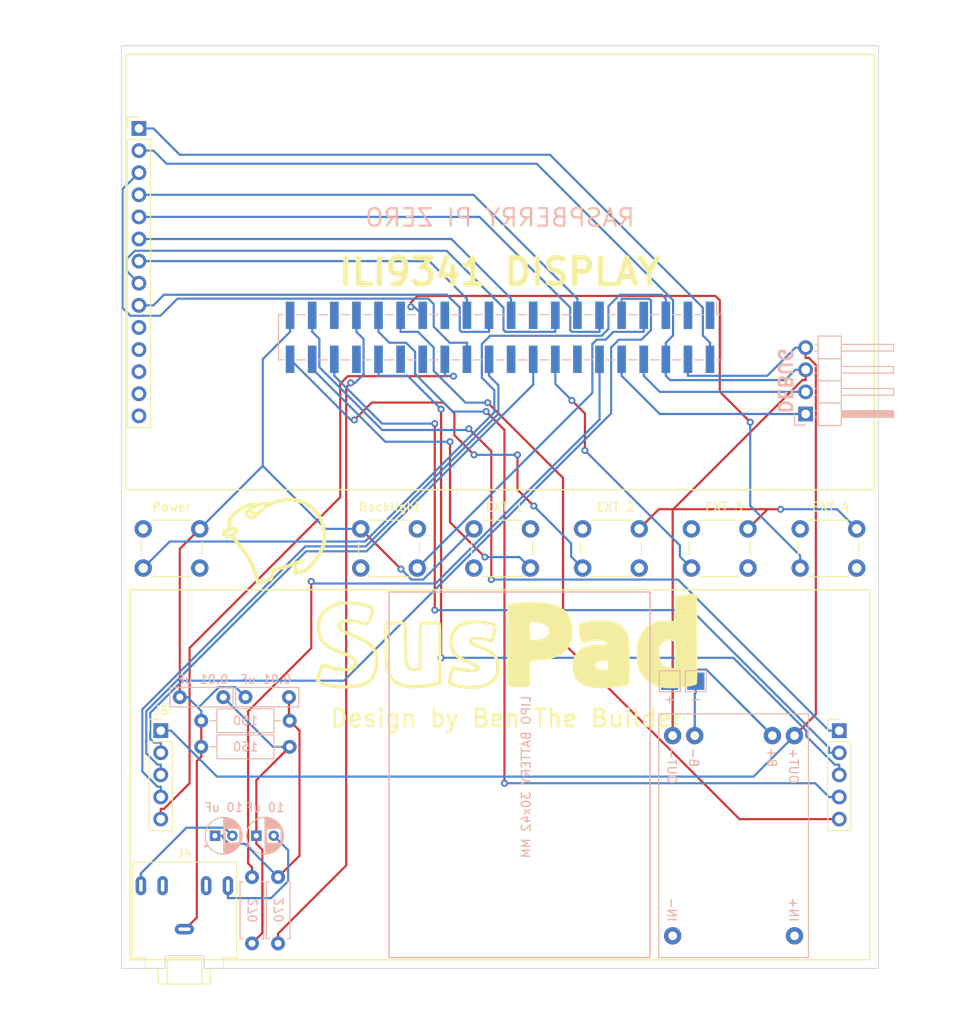
<source format=kicad_pcb>
(kicad_pcb (version 20211014) (generator pcbnew)
  (layers (0 "F.Cu" signal) (31 "B.Cu" signal) (34 "B.Paste" user) (35 "F.Paste" user) (36 "B.SilkS" user "B.Silkscreen") (37 "F.SilkS" user "F.Silkscreen") (38 "B.Mask" user) (39 "F.Mask" user) (44 "Edge.Cuts" user))
  (net 0 "")
  (net 1 "Net-(C1-Pad1)")
  (net 2 "Net-(C1-Pad2)")
  (net 3 "Net-(C2-Pad1)")
  (net 4 "Net-(C2-Pad2)")
  (net 5 "Net-(C3-Pad2)")
  (net 7 "Net-(J1-Pad2)")
  (net 9 "Net-(J1-Pad4)")
  (net 10 "Net-(J1-Pad5)")
  (net 11 "Net-(J1-Pad7)")
  (net 12 "Net-(J1-Pad8)")
  (net 13 "Net-(J1-Pad9)")
  (net 14 "Net-(J1-Pad10)")
  (net 15 "Net-(J1-Pad11)")
  (net 16 "Net-(J1-Pad12)")
  (net 17 "Net-(J1-Pad13)")
  (net 19 "Net-(J1-Pad15)")
  (net 20 "Net-(J1-Pad16)")
  (net 22 "Net-(J1-Pad18)")
  (net 23 "Net-(J1-Pad19)")
  (net 25 "Net-(J1-Pad21)")
  (net 26 "Net-(J1-Pad22)")
  (net 27 "Net-(J1-Pad23)")
  (net 28 "Net-(J1-Pad24)")
  (net 30 "Net-(J1-Pad26)")
  (net 31 "Net-(J1-Pad27)")
  (net 33 "Net-(J1-Pad29)")
  (net 35 "Net-(J1-Pad31)")
  (net 36 "Net-(J1-Pad32)")
  (net 37 "Net-(J1-Pad33)")
  (net 40 "Net-(J1-Pad36)")
  (net 41 "Net-(J1-Pad37)")
  (net 42 "Net-(J1-Pad38)")
  (net 43 "Net-(J1-Pad40)")
  (net 53 "Net-(J5-Pad5)")
  (net 54 "Net-(J5-Pad6)")
  (footprint "MountingHole:MountingHole_2.5mm" (layer "F.Cu") (at 104.9902 70.761)
    (fp_text reference "REF2" hide)
    (fp_text value "MountingHole_2.5mm" hide)
  )
  (footprint "MountingHole:MountingHole_2.7mm_M2.5" (layer "F.Cu") (at 173.5 139.25)
    (fp_text reference "REF11" hide)
    (fp_text value "MountingHole_2.7mm_M2.5" hide)
  )
  (footprint "Connector_PinHeader_2.54mm:PinHeader_1x14_P2.54mm_Vertical" (layer "F.Cu") (at 92.5 46.76)
    (fp_text reference "J2" hide)
    (fp_text value "ILI9341")
  )
  (footprint "Button_Switch_THT:SW_PUSH_6mm_H4.3mm" (layer "F.Cu") (at 92.9902 92.761)
    (fp_text reference "SW1" hide)
    (fp_text value "Power")
  )
  (footprint "MountingHole:MountingHole_2.7mm_M2.5" (layer "F.Cu") (at 118.5 139.25)
    (fp_text reference "REF10" hide)
    (fp_text value "MountingHole_2.7mm_M2.5" hide)
  )
  (footprint "MountingHole:MountingHole_2.5mm" (layer "F.Cu") (at 104.9902 47.761)
    (fp_text reference "REF4" hide)
    (fp_text value "MountingHole_2.5mm" hide)
  )
  (footprint "Button_Switch_THT:SW_PUSH_6mm_H4.3mm" (layer "F.Cu") (at 130.9902 92.761)
    (fp_text reference "SW3" hide)
    (fp_text value "EXT 1")
  )
  (footprint "MountingHole:MountingHole_2.7mm_M2.5" (layer "F.Cu") (at 98 41.25)
    (fp_text reference "REF3" hide)
    (fp_text value "MountingHole_2.7mm_M2.5" hide)
  )
  (footprint "MountingHole:MountingHole_2.7mm_M2.5" (layer "F.Cu") (at 174 85.25)
    (fp_text reference "REF8" hide)
    (fp_text value "MountingHole_2.7mm_M2.5" hide)
  )
  (footprint "Connector_Audio:Jack_3.5mm_CUI_SJ1-3525N_Horizontal" (layer "F.Cu") (at 97.725 138.75)
    (fp_text reference "J4")
    (fp_text value "Audio Out")
  )
  (footprint "Button_Switch_THT:SW_PUSH_6mm_H4.3mm" (layer "F.Cu") (at 117.99 92.76)
    (fp_text reference "SW2" hide)
    (fp_text value "Backlight")
  )
  (footprint "Connector_PinHeader_2.54mm:PinHeader_1x05_P2.54mm_Vertical" (layer "F.Cu") (at 172.9786 115.9444)
    (fp_text reference "J9" hide)
    (fp_text value "Right I/O")
  )
  (footprint "MountingHole:MountingHole_2.5mm" (layer "F.Cu") (at 162.9622 47.7933)
    (fp_text reference "REF5" hide)
    (fp_text value "MountingHole_2.5mm" hide)
  )
  (footprint "MountingHole:MountingHole_2.7mm_M2.5" (layer "F.Cu") (at 174 41.25)
    (fp_text reference "REF6" hide)
    (fp_text value "MountingHole_2.7mm_M2.5" hide)
  )
  (footprint "Connector_PinHeader_2.54mm:PinHeader_2x20_P2.54mm_Vertical_SMD" (layer "F.Cu") (at 134 70.75 -90)
    (fp_text reference "J1" hide)
    (fp_text value "Raspberry Pi")
  )
  (footprint "Connector_PinHeader_2.54mm:PinHeader_1x05_P2.54mm_Vertical" (layer "F.Cu") (at 95.0071 115.9384)
    (fp_text reference "J8")
    (fp_text value "Left I/O")
  )
  (footprint "Button_Switch_THT:SW_PUSH_6mm_H4.3mm" (layer "F.Cu") (at 143.4902 92.761)
    (fp_text reference "SW4" hide)
    (fp_text value "EXT 2")
  )
  (footprint "Button_Switch_THT:SW_PUSH_6mm_H4.3mm" (layer "F.Cu") (at 155.9902 92.761)
    (fp_text reference "SW5" hide)
    (fp_text value "EXT 3")
  )
  (footprint "MountingHole:MountingHole_2.5mm" (layer "F.Cu") (at 162.9735 70.7862)
    (fp_text reference "REF7" hide)
    (fp_text value "MountingHole_2.5mm" hide)
  )
  (footprint "Button_Switch_THT:SW_PUSH_6mm_H4.3mm" (layer "F.Cu") (at 168.4902 92.761)
    (fp_text reference "SW6" hide)
    (fp_text value "EXT 4")
  )
  (footprint "MountingHole:MountingHole_2.7mm_M2.5" (layer "F.Cu") (at 98 85.25)
    (fp_text reference "REF1" hide)
    (fp_text value "MountingHole_2.7mm_M2.5" hide)
  )
  (footprint "MountingHole:MountingHole_2.7mm_M2.5" (layer "F.Cu") (at 118.5 119.25)
    (fp_text reference "REF9" hide)
    (fp_text value "MountingHole_2.7mm_M2.5" hide)
  )
  (footprint "Capacitor_THT:CP_Radial_D4.0mm_P2.00mm" (layer "B.Cu") (at 101.2402 128.011)
    (fp_text reference "C1" hide)
    (fp_text value "10 uF")
  )
  (footprint "Capacitor_THT:CP_Radial_D4.0mm_P2.00mm" (layer "B.Cu") (at 105.9902 128.011)
    (fp_text reference "C2" hide)
    (fp_text value "10 uF")
  )
  (footprint "TestPoint:TestPoint_Pad_2.0x2.0mm" (layer "B.Cu") (at 156.4902 110.261 180)
    (fp_text reference "J6" hide)
    (fp_text value "-")
  )
  (footprint "Capacitor_THT:C_Rect_L7.0mm_W2.0mm_P5.00mm" (layer "B.Cu") (at 109.7402 112.089 180)
    (fp_text reference "C4" hide)
    (fp_text value "0.01 uF")
  )
  (footprint "Resistor_THT:R_Axial_DIN0207_L6.3mm_D2.5mm_P10.16mm_Horizontal" (layer "B.Cu") (at 109.8202 114.8 180)
    (fp_text reference "R4" hide)
    (fp_text value "150")
  )
  (footprint "Resistor_THT:R_Axial_DIN0207_L6.3mm_D2.5mm_P7.62mm_Horizontal" (layer "B.Cu") (at 108.4902 132.761 -90)
    (fp_text reference "R2" hide)
    (fp_text value "270")
  )
  (footprint "Resistor_THT:R_Axial_DIN0207_L6.3mm_D2.5mm_P10.16mm_Horizontal" (layer "B.Cu") (at 109.8202 117.8 180)
    (fp_text reference "R3" hide)
    (fp_text value "150")
  )
  (footprint "Resistor_THT:R_Axial_DIN0207_L6.3mm_D2.5mm_P7.62mm_Horizontal" (layer "B.Cu") (at 105.4902 140.381 90)
    (fp_text reference "R1" hide)
    (fp_text value "270")
  )
  (footprint "footprints:TP4056-Module" (layer "B.Cu") (at 152.2352 142.011 90)
    (fp_text reference "J5" hide)
    (fp_text value "Battery Charger" hide)
  )
  (footprint "TestPoint:TestPoint_Pad_2.0x2.0mm" (layer "B.Cu") (at 153.4902 110.261 180)
    (fp_text reference "J7" hide)
    (fp_text value "+")
  )
  (footprint "Capacitor_THT:C_Rect_L7.0mm_W2.0mm_P5.00mm" (layer "B.Cu") (at 102.1909 112.0906 180)
    (fp_text reference "C3" hide)
    (fp_text value "0.01 uF")
  )
  (footprint "Connector_PinHeader_2.54mm:PinHeader_1x04_P2.54mm_Horizontal" (layer "B.Cu") (at 169.1152 79.561)
    (fp_text reference "J3" hide)
    (fp_text value "Serial Debug")
  )
  (gr_rect (start 121.240242 100.011037) (end 151.240242 142.011037) (layer "B.SilkS") (width 0.15) (fill none))
  (gr_rect (start 176.990242 38.261037) (end 91 88.261037) (layer "F.SilkS") (width 0.15) (fill none))
  (gr_poly (pts (xy 145.43557 103.281702) (xy 145.780519 103.288537) (xy 146.063898 103.301827) (xy 146.329737 103.323415) (xy 146.578689 103.353665) (xy 146.697035 103.372151) (xy 146.811404 103.392937) (xy 146.921876 103.41607) (xy 147.028533 103.441594) (xy 147.131456 103.469555) (xy 147.230728 103.499997) (xy 147.326428 103.532966) (xy 147.418639 103.568508) (xy 147.507442 103.606667) (xy 147.592918 103.647488) (xy 147.675148 103.691018) (xy 147.754215 103.7373) (xy 147.8302 103.786381) (xy 147.903183 103.838305) (xy 147.973247 103.893118) (xy 148.040472 103.950865) (xy 148.10494 104.011591) (xy 148.166733 104.075342) (xy 148.225932 104.142162) (xy 148.282618 104.212097) (xy 148.336872 104.285191) (xy 148.388777 104.361492) (xy 148.438413 104.441042) (xy 148.485861 104.523888) (xy 148.531204 104.610075) (xy 148.574523 104.699649) (xy 148.595751 104.745296) (xy 148.617021 104.794623) (xy 148.659188 104.902495) (xy 148.700033 105.019629) (xy 148.738563 105.142384) (xy 148.773785 105.267124) (xy 148.804708 105.390211) (xy 148.83034 105.508006) (xy 148.849688 105.616871) (xy 148.874052 105.971164) (xy 148.893785 106.581938) (xy 148.916716 108.209787) (xy 148.913189 109.774136) (xy 148.899849 110.305535) (xy 148.889996 110.468822) (xy 148.87791 110.548704) (xy 148.857757 110.580998) (xy 148.82293 110.613) (xy 148.712243 110.675787) (xy 148.551822 110.736382) (xy 148.347642 110.794105) (xy 148.105676 110.848272) (xy 147.831897 110.898202) (xy 147.532281 110.943212) (xy 147.2128 110.982621) (xy 146.53814 111.041904) (xy 145.855707 111.070595) (xy 145.526511 111.071762) (xy 145.213293 111.063236) (xy 144.922027 111.044333) (xy 144.658687 111.014371) (xy 144.523457 110.993094) (xy 144.388124 110.966525) (xy 144.25341 110.934996) (xy 144.12004 110.898836) (xy 143.988738 110.858377) (xy 143.860225 110.813949) (xy 143.735227 110.765883) (xy 143.614466 110.71451) (xy 143.498666 110.66016) (xy 143.388551 110.603164) (xy 143.284843 110.543853) (xy 143.188266 110.482558) (xy 143.099545 110.419609) (xy 143.019401 110.355338) (xy 142.94856 110.290074) (xy 142.887743 110.224148) (xy 142.815994 110.137714) (xy 142.751303 110.054898) (xy 142.69329 109.97452) (xy 142.64157 109.895404) (xy 142.595763 109.81637) (xy 142.555485 109.73624) (xy 142.520353 109.653837) (xy 142.489987 109.567982) (xy 142.464002 109.477496) (xy 142.442018 109.381202) (xy 142.42365 109.277922) (xy 142.408518 109.166476) (xy 142.396238 109.045688) (xy 142.386428 108.914378) (xy 142.378706 108.771369) (xy 142.372689 108.615481) (xy 142.366281 108.422336) (xy 144.98148 108.422336) (xy 144.981728 108.441368) (xy 144.982472 108.460659) (xy 144.983712 108.480053) (xy 144.985448 108.499396) (xy 144.98768 108.518531) (xy 144.990409 108.537305) (xy 144.993633 108.555563) (xy 144.997353 108.573148) (xy 145.010836 108.612837) (xy 145.030137 108.649891) (xy 145.055288 108.68432) (xy 145.08632 108.716134) (xy 145.123264 108.745343) (xy 145.16615 108.771958) (xy 145.21501 108.795989) (xy 145.269875 108.817447) (xy 145.330776 108.836342) (xy 145.397744 108.852684) (xy 145.470809 108.866483) (xy 145.550003 108.87775) (xy 145.635357 108.886496) (xy 145.726902 108.892729) (xy 145.824669 108.896462) (xy 145.928688 108.897704) (xy 146.380242 108.897704) (xy 146.380242 107.980482) (xy 145.9428 107.980482) (xy 145.853814 107.983272) (xy 145.767031 107.988915) (xy 145.682831 107.997287) (xy 145.601597 108.008263) (xy 145.523712 108.021719) (xy 145.449558 108.037532) (xy 145.379518 108.055578) (xy 145.313973 108.075732) (xy 145.253307 108.09787) (xy 145.224922 108.109644) (xy 145.197901 108.121868) (xy 145.17229 108.134526) (xy 145.148138 108.147603) (xy 145.125492 108.161083) (xy 145.104401 108.17495) (xy 145.084911 108.18919) (xy 145.067071 108.203786) (xy 145.050929 108.218723) (xy 145.036532 108.233986) (xy 145.023928 108.249558) (xy 145.013165 108.265426) (xy 145.004291 108.281572) (xy 144.997353 108.297982) (xy 144.993633 108.309366) (xy 144.990409 108.322249) (xy 144.98768 108.336476) (xy 144.985448 108.351891) (xy 144.983712 108.368339) (xy 144.982472 108.385666) (xy 144.981728 108.403717) (xy 144.98148 108.422336) (xy 142.366281 108.422336) (xy 142.363842 108.34879) (xy 142.361185 108.2389) (xy 142.360121 108.142208) (xy 142.360958 108.056885) (xy 142.364007 107.981102) (xy 142.369577 107.913028) (xy 142.37798 107.850836) (xy 142.38334 107.821373) (xy 142.389525 107.792695) (xy 142.396572 107.764572) (xy 142.404521 107.736776) (xy 142.42328 107.681249) (xy 142.44611 107.624286) (xy 142.473323 107.564058) (xy 142.505228 107.498733) (xy 142.584356 107.345482) (xy 142.6127 107.292916) (xy 142.642109 107.241137) (xy 142.672489 107.190266) (xy 142.703748 107.14043) (xy 142.735793 107.09175) (xy 142.76853 107.044353) (xy 142.801866 106.998361) (xy 142.835709 106.953898) (xy 142.869965 106.911089) (xy 142.904542 106.870058) (xy 142.939346 106.830929) (xy 142.974284 106.793825) (xy 143.009264 106.758871) (xy 143.044192 106.726191) (xy 143.078976 106.695908) (xy 143.113521 106.668148) (xy 143.228108 106.587142) (xy 143.351894 106.5109) (xy 143.48432 106.439557) (xy 143.624828 106.373248) (xy 143.772861 106.312106) (xy 143.927859 106.256266) (xy 144.089265 106.205863) (xy 144.256521 106.16103) (xy 144.429069 106.121903) (xy 144.60635 106.088614) (xy 144.787807 106.0613) (xy 144.972881 106.040094) (xy 145.161014 106.02513) (xy 145.351649 106.016543) (xy 145.544226 106.014467) (xy 145.738189 106.019037) (xy 145.830395 106.022655) (xy 145.911614 106.025486) (xy 145.982437 106.027409) (xy 146.043451 106.028298) (xy 146.070464 106.028316) (xy 146.095246 106.028029) (xy 146.117871 106.027422) (xy 146.138412 106.026479) (xy 146.156942 106.025184) (xy 146.173536 106.023523) (xy 146.188267 106.021479) (xy 146.201209 106.019037) (xy 146.212435 106.016182) (xy 146.222019 106.012898) (xy 146.226218 106.01109) (xy 146.230035 106.00917) (xy 146.233478 106.007134) (xy 146.236556 106.004981) (xy 146.239279 106.00271) (xy 146.241656 106.000317) (xy 146.243696 105.997802) (xy 146.245408 105.995163) (xy 146.246802 105.992396) (xy 146.247887 105.989502) (xy 146.248671 105.986476) (xy 146.249165 105.983318) (xy 146.249377 105.980026) (xy 146.249317 105.976598) (xy 146.248416 105.969324) (xy 146.246536 105.961483) (xy 146.24375 105.953057) (xy 146.240132 105.944031) (xy 146.235756 105.934391) (xy 146.225023 105.913204) (xy 146.217115 105.899503) (xy 146.206736 105.884954) (xy 146.194063 105.869702) (xy 146.179272 105.853893) (xy 146.162537 105.83767) (xy 146.144035 105.821178) (xy 146.123941 105.804563) (xy 146.102431 105.787968) (xy 146.079682 105.771538) (xy 146.055867 105.755418) (xy 146.031164 105.739753) (xy 146.005748 105.724688) (xy 145.979794 105.710367) (xy 145.953479 105.696934) (xy 145.926977 105.684535) (xy 145.900466 105.673314) (xy 145.833104 105.650313) (xy 145.751169 105.631519) (xy 145.656295 105.616838) (xy 145.550114 105.606177) (xy 145.434258 105.599443) (xy 145.310362 105.596544) (xy 145.180058 105.597387) (xy 145.044979 105.601877) (xy 144.906759 105.609923) (xy 144.767029 105.621432) (xy 144.627423 105.636309) (xy 144.489575 105.654463) (xy 144.355116 105.675801) (xy 144.225681 105.700228) (xy 144.102902 105.727653) (xy 143.988411 105.757982) (xy 143.912266 105.779977) (xy 143.839955 105.798344) (xy 143.805247 105.806171) (xy 143.77151 105.813095) (xy 143.738746 105.819116) (xy 143.706961 105.824238) (xy 143.676157 105.82846) (xy 143.646339 105.831784) (xy 143.61751 105.834212) (xy 143.589675 105.835744) (xy 143.562838 105.836383) (xy 143.537001 105.836128) (xy 143.51217 105.834983) (xy 143.488348 105.832947) (xy 143.465539 105.830022) (xy 143.443746 105.82621) (xy 143.422974 105.821512) (xy 143.403226 105.815928) (xy 143.384507 105.809461) (xy 143.36682 105.802112) (xy 143.350169 105.793881) (xy 143.334558 105.784771) (xy 143.319991 105.774782) (xy 143.306472 105.763916) (xy 143.294004 105.752174) (xy 143.282592 105.739557) (xy 143.272239 105.726067) (xy 143.26295 105.711705) (xy 143.254727 105.696473) (xy 143.247576 105.680371) (xy 143.233096 105.63454) (xy 143.216405 105.56773) (xy 143.178124 105.382494) (xy 143.136204 105.147318) (xy 143.094119 104.884856) (xy 143.055341 104.617765) (xy 143.023344 104.368698) (xy 143.001598 104.160311) (xy 142.993578 104.015259) (xy 142.994146 103.988584) (xy 142.99581 103.961598) (xy 142.998508 103.934489) (xy 143.002177 103.907441) (xy 143.006756 103.880642) (xy 143.012182 103.854277) (xy 143.018393 103.828532) (xy 143.025328 103.803593) (xy 143.032924 103.779646) (xy 143.04112 103.756877) (xy 143.049853 103.735473) (xy 143.059062 103.715619) (xy 143.068684 103.697501) (xy 143.078657 103.681305) (xy 143.08892 103.667218) (xy 143.09941 103.655426) (xy 143.121975 103.637665) (xy 143.157563 103.618839) (xy 143.205636 103.599042) (xy 143.265657 103.578366) (xy 143.419391 103.534751) (xy 143.614466 103.488739) (xy 143.846582 103.441072) (xy 144.111441 103.392496) (xy 144.404743 103.343755) (xy 144.722188 103.295593) (xy 144.783001 103.290659) (xy 144.872669 103.286553) (xy 145.121708 103.281482)) (layer "F.SilkS") (width 0) (fill solid))
  (gr_poly (pts (xy 156.363275 100.165922) (xy 156.387516 100.167694) (xy 156.409509 100.170426) (xy 156.429483 100.174112) (xy 156.447666 100.178743) (xy 156.464287 100.184313) (xy 156.479575 100.190812) (xy 156.493758 100.198234) (xy 156.507066 100.206571) (xy 156.519726 100.215815) (xy 156.531968 100.225957) (xy 156.54402 100.236992) (xy 156.55611 100.248909) (xy 156.568468 100.261703) (xy 156.601677 100.327381) (xy 156.627777 100.47756) (xy 156.647593 100.753085) (xy 156.661952 101.194801) (xy 156.677607 102.740188) (xy 156.681356 105.440482) (xy 156.680584 106.888841) (xy 156.677827 108.043431) (xy 156.672425 108.936578) (xy 156.663716 109.600614) (xy 156.657914 109.856817) (xy 156.651038 110.067865) (xy 156.643004 110.2378) (xy 156.63373 110.370661) (xy 156.623133 110.470492) (xy 156.611131 110.541331) (xy 156.604577 110.567143) (xy 156.597641 110.587222) (xy 156.590312 110.602074) (xy 156.582579 110.612204) (xy 156.517103 110.65518) (xy 156.410999 110.699034) (xy 156.268783 110.743157) (xy 156.094972 110.786939) (xy 155.670632 110.871041) (xy 155.174111 110.946461) (xy 154.641541 111.008321) (xy 154.109053 111.051743) (xy 153.61278 111.071849) (xy 153.389515 111.071633) (xy 153.188854 111.063759) (xy 152.985231 111.046532) (xy 152.789526 111.023838) (xy 152.601385 110.9955) (xy 152.420459 110.961344) (xy 152.246396 110.921193) (xy 152.078844 110.874872) (xy 151.917452 110.822205) (xy 151.761868 110.763017) (xy 151.611741 110.697131) (xy 151.46672 110.624372) (xy 151.326453 110.544565) (xy 151.190589 110.457533) (xy 151.058777 110.363101) (xy 150.930664 110.261094) (xy 150.8059 110.151335) (xy 150.684133 110.033649) (xy 150.604534 109.950758) (xy 150.527229 109.86364) (xy 150.452364 109.772532) (xy 150.380082 109.677673) (xy 150.310529 109.5793) (xy 150.243849 109.477651) (xy 150.180187 109.372963) (xy 150.119688 109.265475) (xy 150.062496 109.155423) (xy 150.008756 109.043046) (xy 149.958612 108.928581) (xy 149.91221 108.812265) (xy 149.869694 108.694338) (xy 149.831209 108.575036) (xy 149.796899 108.454597) (xy 149.766909 108.333259) (xy 149.745825 108.232533) (xy 149.727552 108.114496) (xy 149.712091 107.981513) (xy 149.699441 107.835953) (xy 149.682574 107.516565) (xy 149.676951 107.175266) (xy 149.677628 107.133815) (xy 152.342186 107.133815) (xy 152.344251 107.230964) (xy 152.349112 107.325285) (xy 152.356752 107.416761) (xy 152.367157 107.505375) (xy 152.380312 107.591111) (xy 152.3962 107.673952) (xy 152.414806 107.753881) (xy 152.436115 107.830881) (xy 152.460111 107.904936) (xy 152.486779 107.976029) (xy 152.516103 108.044142) (xy 152.548067 108.109259) (xy 152.582657 108.171364) (xy 152.619856 108.230439) (xy 152.659649 108.286467) (xy 152.702021 108.339433) (xy 152.746957 108.389319) (xy 152.794439 108.436108) (xy 152.844454 108.479783) (xy 152.896986 108.520328) (xy 152.952019 108.557726) (xy 153.009537 108.59196) (xy 153.069526 108.623014) (xy 153.131969 108.65087) (xy 153.196851 108.675512) (xy 153.264157 108.696922) (xy 153.333871 108.715085) (xy 153.405977 108.729983) (xy 153.480461 108.7416) (xy 153.557306 108.749918) (xy 153.636497 108.754922) (xy 153.718019 108.756593) (xy 154.0708 108.756593) (xy 154.0708 105.729759) (xy 153.809743 105.659204) (xy 153.710239 105.632837) (xy 153.615303 105.611979) (xy 153.524708 105.596681) (xy 153.480967 105.591133) (xy 153.438225 105.586995) (xy 153.396456 105.584272) (xy 153.355629 105.582973) (xy 153.315717 105.583102) (xy 153.276692 105.584666) (xy 153.238524 105.587672) (xy 153.201185 105.592126) (xy 153.164648 105.598035) (xy 153.128883 105.605405) (xy 153.093862 105.614243) (xy 153.059557 105.624555) (xy 153.025939 105.636347) (xy 152.99298 105.649627) (xy 152.960652 105.664399) (xy 152.928925 105.680672) (xy 152.897773 105.698451) (xy 152.867165 105.717743) (xy 152.837074 105.738554) (xy 152.807472 105.760891) (xy 152.778329 105.78476) (xy 152.749618 105.810168) (xy 152.72131 105.837121) (xy 152.693377 105.865625) (xy 152.66579 105.895688) (xy 152.638521 105.927315) (xy 152.599149 105.977064) (xy 152.562992 106.028642) (xy 152.529955 106.082391) (xy 152.499947 106.138651) (xy 152.472873 106.197763) (xy 152.448642 106.26007) (xy 152.42716 106.325911) (xy 152.408334 106.395627) (xy 152.392071 106.469561) (xy 152.378278 106.548052) (xy 152.366863 106.631442) (xy 152.357731 106.720073) (xy 152.350791 106.814284) (xy 152.345949 106.914417) (xy 152.343111 107.020814) (xy 152.342186 107.133815) (xy 149.677628 107.133815) (xy 149.682574 106.830991) (xy 149.699441 106.502673) (xy 149.712091 106.350416) (xy 149.727552 106.209248) (xy 149.745825 106.081536) (xy 149.766909 105.969648) (xy 149.792387 105.854108) (xy 149.823561 105.735561) (xy 149.860005 105.614802) (xy 149.901296 105.492627) (xy 149.947012 105.369831) (xy 149.996726 105.247212) (xy 150.050017 105.125564) (xy 150.10646 105.005683) (xy 150.165632 104.888365) (xy 150.227108 104.774407) (xy 150.290465 104.664603) (xy 150.35528 104.55975) (xy 150.421128 104.460643) (xy 150.487585 104.368078) (xy 150.554229 104.282852) (xy 150.620635 104.205759) (xy 150.695779 104.129578) (xy 150.777951 104.054699) (xy 150.866572 103.981432) (xy 150.961064 103.910087) (xy 151.060847 103.840975) (xy 151.165344 103.774406) (xy 151.273974 103.710689) (xy 151.38616 103.650134) (xy 151.501323 103.593053) (xy 151.618883 103.539754) (xy 151.738262 103.490547) (xy 151.858882 103.445744) (xy 151.980163 103.405653) (xy 152.101526 103.370586) (xy 152.222394 103.340851) (xy 152.342186 103.31676) (xy 152.434202 103.30336) (xy 152.534589 103.292244) (xy 152.641798 103.283382) (xy 152.754277 103.276741) (xy 152.988847 103.270002) (xy 153.225897 103.27178) (xy 153.453025 103.281826) (xy 153.558993 103.289872) (xy 153.657829 103.299892) (xy 153.747983 103.311855) (xy 153.827906 103.325731) (xy 153.896046 103.341487) (xy 153.950853 103.359093) (xy 153.970804 103.366446) (xy 153.988419 103.368973) (xy 154.003843 103.365154) (xy 154.017221 103.35347) (xy 154.028696 103.332402) (xy 154.038415 103.30043) (xy 154.046522 103.256034) (xy 154.05316 103.197697) (xy 154.062614 103.033118) (xy 154.067933 102.794538) (xy 154.0708 102.046759) (xy 154.072081 101.769264) (xy 154.075761 101.506899) (xy 154.08159 101.265535) (xy 154.089321 101.051044) (xy 154.098705 100.869294) (xy 154.109496 100.726157) (xy 154.11534 100.670903) (xy 154.121443 100.627504) (xy 154.127774 100.596692) (xy 154.134301 100.579203) (xy 154.146258 100.566972) (xy 154.166132 100.554109) (xy 154.193738 100.540648) (xy 154.228888 100.526618) (xy 154.321078 100.496976) (xy 154.441216 100.465433) (xy 154.587811 100.432236) (xy 154.759378 100.397633) (xy 154.954426 100.361873) (xy 155.171468 100.325204) (xy 155.574419 100.259967) (xy 155.739541 100.233891) (xy 155.882865 100.212094) (xy 156.006222 100.194514) (xy 156.060984 100.187286) (xy 156.11144 100.181088) (xy 156.157819 100.175914) (xy 156.200349 100.171756) (xy 156.23926 100.168605) (xy 156.274779 100.166453) (xy 156.307135 100.165295) (xy 156.336558 100.16512)) (layer "F.SilkS") (width 0) (fill solid))
  (gr_poly (pts (xy 122.409131 103.390057) (xy 122.600013 103.39954) (xy 122.774339 103.413001) (xy 122.926588 103.430473) (xy 123.051242 103.451986) (xy 123.142782 103.477571) (xy 123.174409 103.4919) (xy 123.195688 103.507259) (xy 123.213234 103.527062) (xy 123.228899 103.553231) (xy 123.242786 103.587502) (xy 123.254999 103.631613) (xy 123.274815 103.756298) (xy 123.289174 103.941176) (xy 123.298903 104.200137) (xy 123.304828 104.547072) (xy 123.308577 105.560426) (xy 123.309286 105.968193) (xy 123.311608 106.335807) (xy 123.315832 106.665614) (xy 123.322247 106.959962) (xy 123.331142 107.221195) (xy 123.342807 107.45166) (xy 123.357531 107.653702) (xy 123.366131 107.744799) (xy 123.375604 107.829669) (xy 123.385987 107.908607) (xy 123.397315 107.981906) (xy 123.409625 108.049859) (xy 123.422954 108.11276) (xy 123.437336 108.170901) (xy 123.452809 108.224576) (xy 123.469408 108.274077) (xy 123.48717 108.3197) (xy 123.506131 108.361736) (xy 123.526327 108.400479) (xy 123.547794 108.436222) (xy 123.570569 108.469258) (xy 123.594687 108.499881) (xy 123.620185 108.528385) (xy 123.647099 108.555061) (xy 123.675465 108.580204) (xy 123.706616 108.605439) (xy 123.736815 108.628297) (xy 123.766436 108.648882) (xy 123.795851 108.667296) (xy 123.82543 108.683643) (xy 123.855547 108.698026) (xy 123.886574 108.710549) (xy 123.918882 108.721315) (xy 123.952844 108.730427) (xy 123.988831 108.737989) (xy 124.027216 108.744105) (xy 124.068371 108.748876) (xy 124.112669 108.752407) (xy 124.16048 108.754802) (xy 124.212177 108.756163) (xy 124.268132 108.756593) (xy 124.649132 108.756593) (xy 124.649132 106.18837) (xy 124.649931 105.432751) (xy 124.65288 104.835798) (xy 124.655419 104.590802) (xy 124.658806 104.378248) (xy 124.663143 104.195729) (xy 124.668535 104.040836) (xy 124.675084 103.911161) (xy 124.682894 103.804295) (xy 124.692068 103.717832) (xy 124.697199 103.681499) (xy 124.70271 103.649363) (xy 124.708614 103.621123) (xy 124.714923 103.596479) (xy 124.721651 103.575129) (xy 124.72881 103.556772) (xy 124.736414 103.541108) (xy 124.744475 103.527835) (xy 124.753007 103.516653) (xy 124.762021 103.507259) (xy 124.782679 103.492521) (xy 124.813763 103.478734) (xy 124.904428 103.454012) (xy 125.028455 103.433093) (xy 125.180284 103.415978) (xy 125.354354 103.402666) (xy 125.545105 103.393158) (xy 125.95441 103.385551) (xy 126.363715 103.393158) (xy 126.554467 103.402666) (xy 126.728537 103.415978) (xy 126.880366 103.433093) (xy 127.004393 103.454012) (xy 127.095057 103.478734) (xy 127.126141 103.492521) (xy 127.146799 103.507259) (xy 127.164345 103.530064) (xy 127.18001 103.56369) (xy 127.20611 103.676924) (xy 127.225926 103.873997) (xy 127.240285 104.181947) (xy 127.25594 105.238627) (xy 127.259688 107.06326) (xy 127.258916 108.038773) (xy 127.25616 108.820314) (xy 127.250758 109.428883) (xy 127.246859 109.674866) (xy 127.242049 109.885482) (xy 127.236248 110.063356) (xy 127.229371 110.211112) (xy 127.221337 110.331377) (xy 127.212063 110.426775) (xy 127.201466 110.499932) (xy 127.195646 110.52899) (xy 127.189463 110.553472) (xy 127.182909 110.573706) (xy 127.175972 110.590021) (xy 127.168643 110.602744) (xy 127.16091 110.612204) (xy 127.130988 110.634161) (xy 127.08425 110.657555) (xy 127.021741 110.682168) (xy 126.944503 110.707784) (xy 126.750021 110.761156) (xy 126.509153 110.815933) (xy 126.230252 110.870379) (xy 125.921668 110.922758) (xy 125.591752 110.971334) (xy 125.248854 111.014371) (xy 124.846164 111.05264) (xy 124.463483 111.074798) (xy 124.279594 111.079811) (xy 124.100645 111.08077) (xy 123.926616 111.077664) (xy 123.757486 111.070484) (xy 123.593234 111.059222) (xy 123.43384 111.043869) (xy 123.279283 111.024415) (xy 123.129542 111.000852) (xy 122.984596 110.97317) (xy 122.844426 110.94136) (xy 122.709009 110.905414) (xy 122.578326 110.865322) (xy 122.452356 110.821075) (xy 122.331079 110.772664) (xy 122.214473 110.720081) (xy 122.102517 110.663315) (xy 121.995192 110.602359) (xy 121.892477 110.537202) (xy 121.79435 110.467837) (xy 121.700792 110.394253) (xy 121.611781 110.316443) (xy 121.527297 110.234396) (xy 121.447319 110.148103) (xy 121.371826 110.057557) (xy 121.300799 109.962747) (xy 121.234216 109.863665) (xy 121.172056 109.760302) (xy 121.114299 109.652648) (xy 120.999219 109.418037) (xy 120.951874 109.306824) (xy 120.91068 109.193927) (xy 120.875149 109.075035) (xy 120.844796 108.945839) (xy 120.819135 108.802028) (xy 120.797681 108.639294) (xy 120.765449 108.239815) (xy 120.744213 107.712922) (xy 120.730088 107.024137) (xy 120.719188 106.138982) (xy 120.714685 105.750926) (xy 121.050798 105.750926) (xy 121.053968 106.480873) (xy 121.064248 107.097876) (xy 121.072416 107.368416) (xy 121.082796 107.615991) (xy 121.095533 107.842357) (xy 121.110771 108.049273) (xy 121.128654 108.238495) (xy 121.149328 108.41178) (xy 121.172937 108.570885) (xy 121.199627 108.717567) (xy 121.22954 108.853582) (xy 121.262823 108.980689) (xy 121.29962 109.100644) (xy 121.340076 109.215204) (xy 121.429617 109.423065) (xy 121.536832 109.615372) (xy 121.6617 109.792114) (xy 121.804199 109.953281) (xy 121.96431 110.098862) (xy 122.142012 110.228847) (xy 122.337283 110.343226) (xy 122.550104 110.441989) (xy 122.780453 110.525124) (xy 123.028311 110.592622) (xy 123.293656 110.644473) (xy 123.576467 110.680665) (xy 123.876724 110.701189) (xy 124.194407 110.706035) (xy 124.529494 110.695192) (xy 124.881965 110.668649) (xy 125.184169 110.6353) (xy 125.499106 110.595006) (xy 125.812389 110.550082) (xy 126.109632 110.502843) (xy 126.376448 110.455604) (xy 126.59845 110.410679) (xy 126.68815 110.389809) (xy 126.761251 110.370385) (xy 126.815956 110.352698) (xy 126.850466 110.337037) (xy 126.863019 110.262554) (xy 126.874168 110.063965) (xy 126.891916 109.348378) (xy 126.903051 108.298092) (xy 126.90691 107.020926) (xy 126.90691 103.747148) (xy 125.00191 103.747148) (xy 124.987799 106.407093) (xy 124.966632 109.074093) (xy 124.381021 109.09526) (xy 124.246466 109.098849) (xy 124.122804 109.098842) (xy 124.009354 109.094949) (xy 123.956245 109.091455) (xy 123.905432 109.086881) (xy 123.856832 109.081191) (xy 123.810358 109.074348) (xy 123.765925 109.066316) (xy 123.723449 109.05706) (xy 123.682843 109.046543) (xy 123.644022 109.034729) (xy 123.606902 109.021582) (xy 123.571396 109.007065) (xy 123.53742 108.991142) (xy 123.504888 108.973778) (xy 123.473716 108.954936) (xy 123.443817 108.93458) (xy 123.415107 108.912673) (xy 123.3875 108.88918) (xy 123.360911 108.864065) (xy 123.335255 108.83729) (xy 123.310447 108.808821) (xy 123.2864 108.77862) (xy 123.263031 108.746653) (xy 123.240253 108.712881) (xy 123.217982 108.67727) (xy 123.196132 108.639783) (xy 123.174618 108.600384) (xy 123.153354 108.559037) (xy 123.101774 108.444329) (xy 123.062183 108.325322) (xy 123.03268 108.174565) (xy 123.011361 107.964607) (xy 122.996327 107.667998) (xy 122.985674 107.257287) (xy 122.969909 105.983759) (xy 122.948744 103.747148) (xy 121.050798 103.747148) (xy 121.050798 105.750926) (xy 120.714685 105.750926) (xy 120.710382 105.379986) (xy 120.707452 105.064164) (xy 120.705628 104.787181) (xy 120.705002 104.546331) (xy 120.705669 104.338905) (xy 120.707721 104.162196) (xy 120.71125 104.013495) (xy 120.71635 103.890096) (xy 120.719519 103.837037) (xy 120.723115 103.789289) (xy 120.72715 103.746511) (xy 120.731636 103.708367) (xy 120.736585 103.674516) (xy 120.742008 103.644622) (xy 120.747916 103.618345) (xy 120.754322 103.595347) (xy 120.761237 103.575289) (xy 120.768673 103.557833) (xy 120.776641 103.542641) (xy 120.785152 103.529373) (xy 120.79422 103.517692) (xy 120.803854 103.507259) (xy 120.825133 103.492501) (xy 120.85676 103.478656) (xy 120.9483 103.453722) (xy 121.072954 103.432489) (xy 121.225203 103.414986) (xy 121.399528 103.401245) (xy 121.590411 103.391297) (xy 121.999771 103.382905)) (layer "F.SilkS") (width 0) (fill solid))
  (gr_rect (start 91.490242 99.761037) (end 176.490242 142.261037) (layer "F.SilkS") (width 0.15) (fill none))
  (gr_poly (pts (xy 131.298034 103.279673) (xy 131.562323 103.29077) (xy 131.828534 103.309184) (xy 132.091862 103.334398) (xy 132.3475 103.365897) (xy 132.590643 103.403163) (xy 132.816485 103.445678) (xy 133.020219 103.492928) (xy 133.19704 103.544394) (xy 133.342142 103.59956) (xy 133.401297 103.62837) (xy 133.45072 103.65791) (xy 133.48981 103.688117) (xy 133.517966 103.718926) (xy 133.527135 103.732956) (xy 133.536087 103.748485) (xy 133.54477 103.765357) (xy 133.553133 103.783418) (xy 133.561124 103.802513) (xy 133.568691 103.822486) (xy 133.575783 103.843182) (xy 133.582348 103.864447) (xy 133.588334 103.886125) (xy 133.593689 103.908062) (xy 133.598362 103.930102) (xy 133.602302 103.95209) (xy 133.605456 103.973872) (xy 133.607773 103.995292) (xy 133.609201 104.016195) (xy 133.609688 104.036426) (xy 133.605861 104.10823) (xy 133.594943 104.199765) (xy 133.577783 104.307774) (xy 133.555228 104.429002) (xy 133.497323 104.698091) (xy 133.428008 104.980988) (xy 133.354063 105.251649) (xy 133.282267 105.484028) (xy 133.249294 105.577722) (xy 133.219401 105.652079) (xy 133.193435 105.703844) (xy 133.18219 105.720236) (xy 133.172245 105.729759) (xy 133.147073 105.745709) (xy 133.121353 105.759125) (xy 133.094373 105.769959) (xy 133.065418 105.778156) (xy 133.033777 105.783667) (xy 132.998735 105.786438) (xy 132.959579 105.786419) (xy 132.915598 105.783558) (xy 132.866076 105.777803) (xy 132.810302 105.769102) (xy 132.747561 105.757404) (xy 132.677142 105.742658) (xy 132.510413 105.703811) (xy 132.30441 105.652148) (xy 132.186012 105.623378) (xy 132.069289 105.597936) (xy 131.954757 105.575843) (xy 131.842933 105.557119) (xy 131.734333 105.541785) (xy 131.629475 105.529861) (xy 131.528874 105.521369) (xy 131.433049 105.516329) (xy 131.342516 105.514761) (xy 131.25779 105.516687) (xy 131.17939 105.522127) (xy 131.107832 105.531101) (xy 131.043633 105.543631) (xy 130.987309 105.559737) (xy 130.962262 105.569137) (xy 130.939377 105.579439) (xy 130.91872 105.590646) (xy 130.900354 105.602759) (xy 130.879279 105.619008) (xy 130.861066 105.633531) (xy 130.845768 105.646586) (xy 130.839229 105.652644) (xy 130.833437 105.658432) (xy 130.828399 105.663982) (xy 130.824123 105.669327) (xy 130.820614 105.674499) (xy 130.817879 105.67953) (xy 130.815924 105.684452) (xy 130.814756 105.689298) (xy 130.814381 105.694101) (xy 130.814806 105.698891) (xy 130.816037 105.703703) (xy 130.81808 105.708567) (xy 130.820943 105.713516) (xy 130.824631 105.718583) (xy 130.829151 105.7238) (xy 130.83451 105.7292) (xy 130.840714 105.734813) (xy 130.847768 105.740673) (xy 130.864458 105.753264) (xy 130.884631 105.767228) (xy 130.908339 105.782826) (xy 130.935633 105.800315) (xy 130.982348 105.825864) (xy 131.051387 105.859185) (xy 131.139278 105.89879) (xy 131.242548 105.94319) (xy 131.357725 105.990898) (xy 131.481335 106.040424) (xy 131.609906 106.090282) (xy 131.739965 106.138982) (xy 132.048151 106.257202) (xy 132.327905 106.374668) (xy 132.580394 106.492774) (xy 132.806787 106.612916) (xy 132.910562 106.674187) (xy 133.008251 106.73649) (xy 133.1 106.8) (xy 133.185954 106.864891) (xy 133.26626 106.931337) (xy 133.341065 106.999513) (xy 133.410512 107.069593) (xy 133.47475 107.141752) (xy 133.533923 107.216164) (xy 133.588178 107.293004) (xy 133.63766 107.372445) (xy 133.682517 107.454663) (xy 133.722893 107.539832) (xy 133.758934 107.628126) (xy 133.790787 107.719719) (xy 133.818598 107.814786) (xy 133.842513 107.913502) (xy 133.862677 108.01604) (xy 133.879236 108.122575) (xy 133.892337 108.233283) (xy 133.908748 108.467909) (xy 133.913077 108.721315) (xy 133.909053 108.91281) (xy 133.896761 109.093413) (xy 133.87587 109.263638) (xy 133.862097 109.345021) (xy 133.846049 109.424004) (xy 133.827687 109.500651) (xy 133.806968 109.575026) (xy 133.783852 109.647196) (xy 133.758296 109.717223) (xy 133.73026 109.785172) (xy 133.699702 109.851109) (xy 133.66658 109.915098) (xy 133.630855 109.977203) (xy 133.592483 110.03749) (xy 133.551425 110.096021) (xy 133.507638 110.152863) (xy 133.461081 110.20808) (xy 133.411712 110.261736) (xy 133.359492 110.313896) (xy 133.304377 110.364625) (xy 133.246327 110.413987) (xy 133.185301 110.462046) (xy 133.121257 110.508868) (xy 133.054153 110.554517) (xy 132.983949 110.599057) (xy 132.834074 110.685071) (xy 132.6713 110.767426) (xy 132.553727 110.822164) (xy 132.431204 110.872612) (xy 132.30374 110.918781) (xy 132.171347 110.960682) (xy 132.034034 110.998325) (xy 131.891812 111.03172) (xy 131.744691 111.060878) (xy 131.592681 111.085808) (xy 131.435793 111.106522) (xy 131.274037 111.123029) (xy 131.107424 111.13534) (xy 130.935963 111.143465) (xy 130.759665 111.147415) (xy 130.578541 111.147199) (xy 130.392601 111.142829) (xy 130.201854 111.134315) (xy 129.990632 111.118577) (xy 129.78373 111.098045) (xy 129.582327 111.073047) (xy 129.3876 111.043916) (xy 129.200727 111.010981) (xy 129.022888 110.974573) (xy 128.85526 110.935023) (xy 128.699022 110.892662) (xy 128.555351 110.847821) (xy 128.425426 110.80083) (xy 128.310425 110.75202) (xy 128.258889 110.727036) (xy 128.211526 110.701721) (xy 128.168484 110.676118) (xy 128.129909 110.650266) (xy 128.095948 110.624207) (xy 128.06675 110.597983) (xy 128.04246 110.571635) (xy 128.023228 110.545204) (xy 128.009199 110.518732) (xy 128.000521 110.49226) (xy 127.993339 110.43181) (xy 127.994995 110.345678) (xy 127.998413 110.307148) (xy 128.418948 110.307148) (xy 128.422056 110.35484) (xy 128.425731 110.370196) (xy 128.43091 110.379371) (xy 128.463189 110.402952) (xy 128.513854 110.428456) (xy 128.581118 110.45549) (xy 128.663192 110.48366) (xy 128.86462 110.541841) (xy 129.103834 110.599857) (xy 129.366529 110.654565) (xy 129.638402 110.702824) (xy 129.905149 110.741491) (xy 130.152465 110.767426) (xy 130.38463 110.781587) (xy 130.612454 110.787118) (xy 130.8354 110.784154) (xy 131.05293 110.772828) (xy 131.264508 110.753275) (xy 131.469594 110.72563) (xy 131.667653 110.690027) (xy 131.858146 110.6466) (xy 132.040536 110.595483) (xy 132.214286 110.536811) (xy 132.378858 110.470719) (xy 132.533715 110.39734) (xy 132.67832 110.31681) (xy 132.812134 110.229261) (xy 132.934621 110.134829) (xy 133.045243 110.033649) (xy 133.117373 109.95847) (xy 133.183075 109.883332) (xy 133.242534 109.807616) (xy 133.295936 109.7307) (xy 133.343468 109.651966) (xy 133.385316 109.570793) (xy 133.421665 109.48656) (xy 133.452702 109.398648) (xy 133.478612 109.306437) (xy 133.499582 109.209306) (xy 133.515798 109.106635) (xy 133.527446 108.997805) (xy 133.534712 108.882194) (xy 133.537781 108.759184) (xy 133.536841 108.628153) (xy 133.532076 108.488482) (xy 133.518787 108.304045) (xy 133.496536 108.133499) (xy 133.463972 107.975521) (xy 133.419738 107.828787) (xy 133.392823 107.759224) (xy 133.362483 107.691975) (xy 133.328548 107.626877) (xy 133.290851 107.563763) (xy 133.24922 107.502468) (xy 133.203488 107.442826) (xy 133.153485 107.384673) (xy 133.099041 107.327843) (xy 132.976157 107.217489) (xy 132.83348 107.110443) (xy 132.669657 107.005382) (xy 132.483334 106.900982) (xy 132.273157 106.79592) (xy 132.037773 106.688874) (xy 131.775827 106.578521) (xy 131.485965 106.463537) (xy 131.318603 106.396385) (xy 131.157772 106.328489) (xy 131.007359 106.261751) (xy 130.871251 106.198072) (xy 130.753332 106.139354) (xy 130.702408 106.112449) (xy 130.657489 106.087498) (xy 130.619061 106.064738) (xy 130.587609 106.044407) (xy 130.563619 106.026742) (xy 130.547577 106.011981) (xy 130.5329 105.99496) (xy 130.519293 105.97701) (xy 130.50675 105.958198) (xy 130.495267 105.938587) (xy 130.484837 105.918243) (xy 130.475457 105.897229) (xy 130.467121 105.87561) (xy 130.459823 105.853452) (xy 130.453559 105.830818) (xy 130.448324 105.807774) (xy 130.444111 105.784383) (xy 130.440916 105.76071) (xy 130.437561 105.712779) (xy 130.438215 105.664495) (xy 130.442839 105.616378) (xy 130.451389 105.568942) (xy 130.457125 105.545642) (xy 130.463826 105.522706) (xy 130.471489 105.500199) (xy 130.480108 105.478185) (xy 130.489677 105.456729) (xy 130.500193 105.435896) (xy 130.511648 105.415751) (xy 130.52404 105.396357) (xy 130.537361 105.37778) (xy 130.551607 105.360084) (xy 130.566773 105.343333) (xy 130.582854 105.327593) (xy 130.6062 105.308969) (xy 130.633771 105.291463) (xy 130.700801 105.259807) (xy 130.782362 105.232638) (xy 130.876873 105.209964) (xy 130.982753 105.191796) (xy 131.09842 105.178145) (xy 131.222294 105.16902) (xy 131.352792 105.164433) (xy 131.488334 105.164393) (xy 131.627339 105.168912) (xy 131.768224 105.177998) (xy 131.909409 105.191663) (xy 132.049312 105.209917) (xy 132.186353 105.23277) (xy 132.318949 105.260233) (xy 132.44552 105.292315) (xy 132.543734 105.320344) (xy 132.635911 105.345893) (xy 132.719985 105.368465) (xy 132.793889 105.387565) (xy 132.855556 105.402696) (xy 132.90292 105.413362) (xy 132.920591 105.416865) (xy 132.933912 105.419067) (xy 132.942623 105.419904) (xy 132.945169 105.419791) (xy 132.946466 105.419315) (xy 132.992327 105.203239) (xy 133.10169 104.706704) (xy 133.124186 104.606834) (xy 133.144078 104.515956) (xy 133.161406 104.433635) (xy 133.176213 104.359438) (xy 133.18854 104.292931) (xy 133.198427 104.233678) (xy 133.205917 104.181247) (xy 133.208775 104.157454) (xy 133.21105 104.135204) (xy 133.212746 104.114441) (xy 133.213868 104.095113) (xy 133.214422 104.077165) (xy 133.214412 104.060542) (xy 133.213845 104.04519) (xy 133.212724 104.031055) (xy 133.211056 104.018083) (xy 133.208845 104.006219) (xy 133.206097 103.99541) (xy 133.202816 103.9856) (xy 133.199009 103.976737) (xy 133.194679 103.968764) (xy 133.189833 103.961629) (xy 133.184475 103.955277) (xy 133.17861 103.949653) (xy 133.172245 103.944704) (xy 133.147128 103.932157) (xy 133.111873 103.918411) (xy 133.013384 103.887818) (xy 132.881658 103.853919) (xy 132.721571 103.817704) (xy 132.538002 103.780166) (xy 132.33583 103.742298) (xy 132.119933 103.705091) (xy 131.895188 103.669537) (xy 131.75632 103.651651) (xy 131.618924 103.637655) (xy 131.483106 103.627511) (xy 131.348975 103.621182) (xy 131.216636 103.618631) (xy 131.086198 103.619819) (xy 130.957768 103.624711) (xy 130.831453 103.633267) (xy 130.707359 103.645452) (xy 130.585595 103.661226) (xy 130.466268 103.680553) (xy 130.349484 103.703396) (xy 130.235351 103.729716) (xy 130.123976 103.759477) (xy 130.015467 103.79264) (xy 129.909931 103.829169) (xy 129.807474 103.869026) (xy 129.708205 103.912174) (xy 129.61223 103.958574) (xy 129.519657 104.00819) (xy 129.430592 104.060984) (xy 129.345144 104.116919) (xy 129.263419 104.175957) (xy 129.185524 104.238061) (xy 129.111567 104.303193) (xy 129.041655 104.371315) (xy 128.975895 104.442391) (xy 128.914395 104.516383) (xy 128.857261 104.593253) (xy 128.804601 104.672964) (xy 128.756522 104.755479) (xy 128.713132 104.840759) (xy 128.68388 104.909553) (xy 128.657046 104.985633) (xy 128.632734 105.068017) (xy 128.611047 105.155724) (xy 128.592089 105.247772) (xy 128.575963 105.343178) (xy 128.562772 105.440962) (xy 128.552619 105.540141) (xy 128.545608 105.639734) (xy 128.541843 105.738758) (xy 128.541426 105.836232) (xy 128.544461 105.931173) (xy 128.551052 106.022601) (xy 128.561301 106.109533) (xy 128.575312 106.190987) (xy 128.593189 106.265982) (xy 128.602256 106.296598) (xy 128.613473 106.330005) (xy 128.626675 106.365851) (xy 128.641695 106.403785) (xy 128.676532 106.484511) (xy 128.71666 106.569371) (xy 128.760757 106.655553) (xy 128.8075 106.740247) (xy 128.855566 106.820642) (xy 128.879682 106.858349) (xy 128.903632 106.893926) (xy 128.949863 106.959646) (xy 128.99964 107.022483) (xy 129.054522 107.083356) (xy 129.11607 107.143186) (xy 129.185845 107.202891) (xy 129.265408 107.263392) (xy 129.356319 107.325609) (xy 129.460138 107.390461) (xy 129.578428 107.458868) (xy 129.712747 107.531751) (xy 130.035718 107.694621) (xy 130.441537 107.88643) (xy 130.942688 108.114537) (xy 131.023166 108.152011) (xy 131.098021 108.18778) (xy 131.167419 108.221957) (xy 131.231525 108.254656) (xy 131.290505 108.285991) (xy 131.344524 108.316075) (xy 131.393748 108.345023) (xy 131.438341 108.372947) (xy 131.47847 108.399962) (xy 131.514299 108.426181) (xy 131.545994 108.451717) (xy 131.560343 108.464266) (xy 131.57372 108.476686) (xy 131.586146 108.488992) (xy 131.597643 108.501199) (xy 131.608229 108.513321) (xy 131.617927 108.525372) (xy 131.626757 108.537366) (xy 131.634739 108.549317) (xy 131.641895 108.56124) (xy 131.648244 108.573148) (xy 131.657507 108.595735) (xy 131.665463 108.618489) (xy 131.672126 108.641373) (xy 131.677514 108.664347) (xy 131.68164 108.687373) (xy 131.684521 108.710411) (xy 131.686172 108.733424) (xy 131.686608 108.756372) (xy 131.685846 108.779217) (xy 131.683901 108.80192) (xy 131.680787 108.824442) (xy 131.676521 108.846744) (xy 131.671118 108.868788) (xy 131.664594 108.890535) (xy 131.656964 108.911946) (xy 131.648244 108.932982) (xy 131.638448 108.953605) (xy 131.627594 108.973775) (xy 131.615695 108.993455) (xy 131.602768 109.012605) (xy 131.588828 109.031186) (xy 131.573891 109.049161) (xy 131.557973 109.066489) (xy 131.541087 109.083133) (xy 131.523251 109.099053) (xy 131.50448 109.114211) (xy 131.484789 109.128568) (xy 131.464193 109.142085) (xy 131.442709 109.154724) (xy 131.420351 109.166446) (xy 131.397136 109.177211) (xy 131.373078 109.186982) (xy 131.302631 109.2071) (xy 131.211999 109.222577) (xy 131.103652 109.233568) (xy 130.980061 109.240229) (xy 130.843696 109.242715) (xy 130.697026 109.24118) (xy 130.382654 109.22667) (xy 130.056706 109.197938) (xy 129.738944 109.156224) (xy 129.589308 109.130887) (xy 129.449129 109.10277) (xy 129.320876 109.072028) (xy 129.207021 109.038815) (xy 129.146741 109.01996) (xy 129.090232 109.003069) (xy 129.037466 108.988121) (xy 128.988409 108.975095) (xy 128.943032 108.96397) (xy 128.901304 108.954727) (xy 128.863192 108.947344) (xy 128.828667 108.941801) (xy 128.797698 108.938077) (xy 128.770252 108.936151) (xy 128.757842 108.935856) (xy 128.7463 108.936003) (xy 128.735625 108.936589) (xy 128.725811 108.937612) (xy 128.716854 108.939069) (xy 128.708752 108.940957) (xy 128.7015 108.943275) (xy 128.695094 108.946018) (xy 128.689531 108.949186) (xy 128.684806 108.952774) (xy 128.680915 108.956781) (xy 128.677855 108.961204) (xy 128.656944 109.004339) (xy 128.634254 109.068154) (xy 128.610324 109.149518) (xy 128.585692 109.245301) (xy 128.536468 109.467592) (xy 128.490882 109.709975) (xy 128.453234 109.947397) (xy 128.427823 110.154806) (xy 128.42105 110.239426) (xy 128.418948 110.307148) (xy 127.998413 110.307148) (xy 128.004567 110.237779) (xy 128.021136 110.112031) (xy 128.043783 109.972352) (xy 128.071586 109.822657) (xy 128.138986 109.508892) (xy 128.215977 109.202071) (xy 128.25577 109.061058) (xy 128.295201 108.933533) (xy 128.33335 108.823412) (xy 128.369298 108.734613) (xy 128.402125 108.671053) (xy 128.41708 108.649961) (xy 128.43091 108.636648) (xy 128.463816 108.6145) (xy 128.497042 108.595721) (xy 128.53157 108.580373) (xy 128.568383 108.568518) (xy 128.608461 108.560219) (xy 128.652788 108.555537) (xy 128.702344 108.554535) (xy 128.758111 108.557273) (xy 128.821072 108.563816) (xy 128.892208 108.574223) (xy 128.972501 108.588558) (xy 129.062933 108.606883) (xy 129.278142 108.655748) (xy 129.545688 108.721315) (xy 129.678567 108.752889) (xy 129.811994 108.781425) (xy 129.945028 108.80686) (xy 130.076729 108.829133) (xy 130.206156 108.848181) (xy 130.332369 108.863942) (xy 130.454427 108.876355) (xy 130.57139 108.885357) (xy 130.682317 108.890886) (xy 130.786268 108.892881) (xy 130.882301 108.891279) (xy 130.969478 108.886018) (xy 131.046856 108.877037) (xy 131.113496 108.864272) (xy 131.168457 108.847664) (xy 131.191264 108.837898) (xy 131.210799 108.827148) (xy 131.235814 108.808388) (xy 131.252168 108.788853) (xy 131.256871 108.778655) (xy 131.259137 108.768098) (xy 131.258877 108.757124) (xy 131.255999 108.745679) (xy 131.242029 108.721151) (xy 131.216504 108.694071) (xy 131.178701 108.663994) (xy 131.127896 108.630474) (xy 131.063366 108.593069) (xy 130.984387 108.551334) (xy 130.780189 108.453093) (xy 130.509515 108.332198) (xy 130.166576 108.185092) (xy 129.89611 108.067471) (xy 129.650212 107.951887) (xy 129.427815 107.837067) (xy 129.227857 107.721741) (xy 129.049272 107.604637) (xy 128.967662 107.545021) (xy 128.890996 107.484484) (xy 128.819141 107.422867) (xy 128.751964 107.360011) (xy 128.689332 107.295757) (xy 128.631112 107.229946) (xy 128.57717 107.16242) (xy 128.527375 107.093019) (xy 128.481592 107.021585) (xy 128.439688 106.947959) (xy 128.401531 106.871981) (xy 128.366988 106.793493) (xy 128.335925 106.712335) (xy 128.308209 106.62835) (xy 128.283708 106.541378) (xy 128.262288 106.45126) (xy 128.228159 106.260952) (xy 128.204758 106.056153) (xy 128.191021 105.835593) (xy 128.187648 105.700774) (xy 128.188182 105.571299) (xy 128.192726 105.446888) (xy 128.201384 105.327262) (xy 128.214258 105.212142) (xy 128.231453 105.10125) (xy 128.253071 104.994306) (xy 128.279216 104.89103) (xy 128.309991 104.791145) (xy 128.345499 104.69437) (xy 128.385845 104.600428) (xy 128.431131 104.509038) (xy 128.48146 104.419922) (xy 128.536937 104.332801) (xy 128.597663 104.247395) (xy 128.663744 104.163426) (xy 128.717443 104.103464) (xy 128.780133 104.042903) (xy 128.85105 103.982135) (xy 128.929429 103.921553) (xy 129.014506 103.86155) (xy 129.105515 103.802518) (xy 129.201692 103.74485) (xy 129.302271 103.68894) (xy 129.406489 103.635179) (xy 129.513579 103.583961) (xy 129.622778 103.535678) (xy 129.733321 103.490723) (xy 129.844443 103.449489) (xy 129.955378 103.412368) (xy 130.065363 103.379753) (xy 130.173632 103.352037) (xy 130.35622 103.318796) (xy 130.56476 103.295455) (xy 130.794447 103.281499) (xy 131.040473 103.276411)) (layer "F.SilkS") (width 0) (fill solid))
  (gr_poly (pts (xy 137.65988 101.163257) (xy 138.141118 101.174516) (xy 138.607143 101.196027) (xy 139.034307 101.226882) (xy 139.398963 101.26617) (xy 139.550461 101.288692) (xy 139.677465 101.312982) (xy 139.806661 101.344427) (xy 139.937129 101.380326) (xy 140.068155 101.420339) (xy 140.199025 101.464125) (xy 140.329028 101.511342) (xy 140.457449 101.561649) (xy 140.583576 101.614705) (xy 140.706695 101.670169) (xy 140.826093 101.727701) (xy 140.941058 101.786958) (xy 141.050875 101.8476) (xy 141.154833 101.909286) (xy 141.252217 101.971675) (xy 141.342315 102.034426) (xy 141.424413 102.097197) (xy 141.497799 102.159648) (xy 141.582997 102.241493) (xy 141.663947 102.329393) (xy 141.740615 102.423037) (xy 141.812969 102.522114) (xy 141.944608 102.735319) (xy 142.058604 102.966517) (xy 142.1547 103.213219) (xy 142.232637 103.472933) (xy 142.292156 103.743168) (xy 142.332999 104.021433) (xy 142.354909 104.305238) (xy 142.357625 104.592092) (xy 142.340891 104.879505) (xy 142.304447 105.164984) (xy 142.248035 105.44604) (xy 142.171398 105.720182) (xy 142.074276 105.984919) (xy 141.956411 106.237759) (xy 141.889777 106.357537) (xy 141.819226 106.47102) (xy 141.744314 106.578529) (xy 141.664596 106.680385) (xy 141.579628 106.776908) (xy 141.488965 106.868418) (xy 141.392163 106.955237) (xy 141.288778 107.037683) (xy 141.178364 107.116078) (xy 141.060478 107.190742) (xy 140.934675 107.261995) (xy 140.800512 107.330158) (xy 140.657542 107.395551) (xy 140.505322 107.458495) (xy 140.343408 107.51931) (xy 140.171355 107.578316) (xy 140.061048 107.613433) (xy 139.942422 107.647259) (xy 139.68397 107.710497) (xy 139.403526 107.766955) (xy 139.108611 107.815558) (xy 138.806752 107.855232) (xy 138.505472 107.884901) (xy 138.212295 107.903491) (xy 137.934745 107.909926) (xy 137.490242 107.909926) (xy 137.490242 109.313981) (xy 137.489443 109.715721) (xy 137.488289 109.886272) (xy 137.486494 110.038168) (xy 137.483955 110.172577) (xy 137.480569 110.290666) (xy 137.476232 110.393604) (xy 137.47084 110.482558) (xy 137.464291 110.558696) (xy 137.456481 110.623187) (xy 137.452071 110.651429) (xy 137.447307 110.677197) (xy 137.442176 110.700637) (xy 137.436665 110.721896) (xy 137.430761 110.741118) (xy 137.424452 110.75845) (xy 137.417724 110.774038) (xy 137.410564 110.788028) (xy 137.402961 110.800565) (xy 137.394899 110.811797) (xy 137.386368 110.821868) (xy 137.377353 110.830926) (xy 137.356493 110.846305) (xy 137.324819 110.860691) (xy 137.231916 110.886488) (xy 137.104409 110.908317) (xy 136.948068 110.926176) (xy 136.768658 110.940067) (xy 136.571946 110.949989) (xy 136.149688 110.957926) (xy 135.727429 110.949989) (xy 135.530718 110.940067) (xy 135.351307 110.926176) (xy 135.194966 110.908317) (xy 135.067459 110.886488) (xy 134.974556 110.860691) (xy 134.942882 110.846305) (xy 134.922022 110.830926) (xy 134.888811 110.76795) (xy 134.862711 110.62874) (xy 134.842894 110.376752) (xy 134.828535 109.97544) (xy 134.81288 108.578661) (xy 134.809131 106.146037) (xy 134.809507 105.511037) (xy 137.490242 105.511037) (xy 137.899466 105.511037) (xy 138.02012 105.509075) (xy 138.138418 105.503279) (xy 138.253987 105.493782) (xy 138.366455 105.48072) (xy 138.475451 105.464227) (xy 138.580602 105.444437) (xy 138.681537 105.421484) (xy 138.777882 105.395502) (xy 138.869267 105.366627) (xy 138.955318 105.334993) (xy 139.035665 105.300733) (xy 139.109934 105.263982) (xy 139.177754 105.224875) (xy 139.238753 105.183546) (xy 139.292559 105.140129) (xy 139.316648 105.11768) (xy 139.338799 105.094759) (xy 139.380812 105.044392) (xy 139.418261 104.992621) (xy 139.451212 104.939612) (xy 139.47973 104.885532) (xy 139.503882 104.830547) (xy 139.523733 104.774825) (xy 139.539349 104.718532) (xy 139.550795 104.661835) (xy 139.558139 104.6049) (xy 139.561446 104.547893) (xy 139.560781 104.490983) (xy 139.556211 104.434334) (xy 139.547801 104.378115) (xy 139.535618 104.322491) (xy 139.519727 104.26763) (xy 139.500194 104.213697) (xy 139.477085 104.16086) (xy 139.450466 104.109284) (xy 139.420402 104.059138) (xy 139.386961 104.010588) (xy 139.350206 103.963799) (xy 139.310206 103.91894) (xy 139.267024 103.876175) (xy 139.220728 103.835673) (xy 139.171383 103.7976) (xy 139.119055 103.762122) (xy 139.06381 103.729407) (xy 139.005713 103.69962) (xy 138.944831 103.672928) (xy 138.88123 103.649499) (xy 138.814975 103.629498) (xy 138.746132 103.613093) (xy 138.667309 103.597604) (xy 138.575917 103.583107) (xy 138.475265 103.569933) (xy 138.36866 103.558412) (xy 138.259409 103.548876) (xy 138.150819 103.541655) (xy 138.046199 103.53708) (xy 137.948854 103.535482) (xy 137.490242 103.535482) (xy 137.490242 105.511037) (xy 134.809507 105.511037) (xy 134.809917 104.818159) (xy 134.81277 103.76611) (xy 134.818433 102.958139) (xy 134.822552 102.63576) (xy 134.827653 102.362495) (xy 134.833828 102.134375) (xy 134.841171 101.94743) (xy 134.849776 101.797693) (xy 134.859734 101.681193) (xy 134.871138 101.593963) (xy 134.877413 101.560084) (xy 134.884083 101.532034) (xy 134.891162 101.509317) (xy 134.898661 101.491437) (xy 134.906591 101.477898) (xy 134.914965 101.468204) (xy 134.937797 101.447597) (xy 134.966986 101.428034) (xy 135.003099 101.409401) (xy 135.046705 101.391585) (xy 135.098373 101.374471) (xy 135.158671 101.357947) (xy 135.30743 101.32621) (xy 135.497531 101.295466) (xy 135.73352 101.264805) (xy 136.019945 101.233317) (xy 136.361354 101.200092) (xy 136.746351 101.175136) (xy 137.187075 101.163161)) (layer "F.SilkS") (width 0) (fill solid))
  (gr_poly (pts (xy 109.740242 89.261037) (xy 109.914206 89.267155) (xy 109.991539 89.271268) (xy 110.053244 89.275853) (xy 110.111695 89.281442) (xy 110.170603 89.287826) (xy 110.22914 89.294903) (xy 110.286474 89.302576) (xy 110.341774 89.310745) (xy 110.394209 89.319311) (xy 110.442948 89.328175) (xy 110.487161 89.337237) (xy 110.59187 89.359925) (xy 110.699357 89.384597) (xy 110.797319 89.408079) (xy 110.873453 89.427195) (xy 110.918413 89.439982) (xy 110.979137 89.458647) (xy 111.122029 89.504982) (xy 111.250434 89.548936) (xy 111.29305 89.564625) (xy 111.306135 89.569954) (xy 111.31266 89.573245) (xy 111.316472 89.575401) (xy 111.322913 89.578586) (xy 111.331636 89.58264) (xy 111.342294 89.5874) (xy 111.368025 89.598397) (xy 111.397327 89.610287) (xy 111.412554 89.616265) (xy 111.42706 89.622193) (xy 111.440525 89.627923) (xy 111.452626 89.633305) (xy 111.46304 89.638192) (xy 111.471444 89.642433) (xy 111.474792 89.644266) (xy 111.477517 89.645881) (xy 111.479579 89.647261) (xy 111.480936 89.648386) (xy 111.482175 89.649365) (xy 111.483503 89.650315) (xy 111.484912 89.65123) (xy 111.486393 89.652107) (xy 111.487935 89.65294) (xy 111.48953 89.653726) (xy 111.491169 89.654458) (xy 111.492842 89.655133) (xy 111.494539 89.655747) (xy 111.496253 89.656293) (xy 111.497972 89.656768) (xy 111.499688 89.657167) (xy 111.501392 89.657486) (xy 111.503074 89.657719) (xy 111.504726 89.657863) (xy 111.506337 89.657912) (xy 111.513201 89.659241) (xy 111.524392 89.663088) (xy 111.558111 89.677491) (xy 111.604209 89.699435) (xy 111.659397 89.727232) (xy 111.72039 89.759197) (xy 111.7839 89.793643) (xy 111.846641 89.828882) (xy 111.905327 89.863228) (xy 111.95368 89.891888) (xy 111.996476 89.917881) (xy 112.036296 89.942907) (xy 112.075719 89.968665) (xy 112.117325 89.996853) (xy 112.163693 90.029172) (xy 112.281036 90.112995) (xy 112.342595 90.158517) (xy 112.404863 90.207195) (xy 112.46758 90.258763) (xy 112.530488 90.312954) (xy 112.593328 90.369501) (xy 112.655841 90.428138) (xy 112.717767 90.488599) (xy 112.778849 90.550616) (xy 112.838827 90.613923) (xy 112.897443 90.678252) (xy 112.954436 90.743339) (xy 113.009549 90.808915) (xy 113.062523 90.874715) (xy 113.113099 90.940471) (xy 113.161017 91.005917) (xy 113.206019 91.070787) (xy 113.247096 91.133857) (xy 113.291942 91.207047) (xy 113.338476 91.286587) (xy 113.384613 91.368707) (xy 113.428269 91.449637) (xy 113.467361 91.525605) (xy 113.499806 91.592843) (xy 113.52352 91.647578) (xy 113.532069 91.668613) (xy 113.541115 91.690441) (xy 113.556327 91.726953) (xy 113.591323 91.809202) (xy 113.626343 91.900752) (xy 113.661214 92.000983) (xy 113.695763 92.109276) (xy 113.729816 92.225011) (xy 113.763199 92.347567) (xy 113.795738 92.476324) (xy 113.827261 92.610662) (xy 113.85035 92.717084) (xy 113.870487 92.816325) (xy 113.887797 92.909341) (xy 113.902403 92.997085) (xy 113.914429 93.080514) (xy 113.923999 93.160581) (xy 113.931238 93.238243) (xy 113.936269 93.314453) (xy 113.948969 93.49437) (xy 113.949868 93.513614) (xy 113.950209 93.540374) (xy 113.949366 93.61158) (xy 113.946737 93.698264) (xy 113.942619 93.790703) (xy 113.932168 93.97234) (xy 113.925685 94.09762) (xy 113.924354 94.11506) (xy 113.922775 94.132164) (xy 113.920997 94.1485) (xy 113.919071 94.163633) (xy 113.917045 94.177129) (xy 113.914969 94.188554) (xy 113.913929 94.193354) (xy 113.912894 94.197473) (xy 113.911872 94.200858) (xy 113.910868 94.203453) (xy 113.909654 94.205939) (xy 113.908397 94.209001) (xy 113.905776 94.216682) (xy 113.903056 94.22615) (xy 113.900286 94.237055) (xy 113.897516 94.249053) (xy 113.894796 94.261794) (xy 113.892175 94.274932) (xy 113.889703 94.28812) (xy 113.883485 94.325277) (xy 113.876871 94.361542) (xy 113.870058 94.39602) (xy 113.863244 94.42782) (xy 113.85663 94.456048) (xy 113.850412 94.47981) (xy 113.847514 94.489739) (xy 113.84479 94.498216) (xy 113.842264 94.50513) (xy 113.839961 94.51037) (xy 113.838759 94.512844) (xy 113.837538 94.51587) (xy 113.835066 94.523417) (xy 113.832594 94.532676) (xy 113.830171 94.543311) (xy 113.827848 94.554987) (xy 113.825673 94.567371) (xy 113.823697 94.580127) (xy 113.821969 94.59292) (xy 113.820138 94.605657) (xy 113.817093 94.621046) (xy 113.807764 94.658586) (xy 113.794789 94.703146) (xy 113.778974 94.752331) (xy 113.761125 94.803749) (xy 113.742048 94.855006) (xy 113.72255 94.903708) (xy 113.703436 94.947462) (xy 113.698394 94.958781) (xy 113.693662 94.969554) (xy 113.689352 94.979534) (xy 113.685576 94.988472) (xy 113.682444 94.99612) (xy 113.680069 95.00223) (xy 113.678562 95.006555) (xy 113.678169 95.00797) (xy 113.678035 95.008845) (xy 113.677901 95.009733) (xy 113.677506 95.011183) (xy 113.675985 95.015642) (xy 113.673571 95.021961) (xy 113.670363 95.029879) (xy 113.666461 95.039138) (xy 113.661963 95.049475) (xy 113.656969 95.060631) (xy 113.651578 95.072345) (xy 113.646187 95.084251) (xy 113.641193 95.095959) (xy 113.636695 95.10717) (xy 113.632793 95.117588) (xy 113.629584 95.126915) (xy 113.628272 95.131076) (xy 113.62717 95.134853) (xy 113.626292 95.138208) (xy 113.625649 95.141104) (xy 113.625254 95.143504) (xy 113.625119 95.14537) (xy 113.625049 95.147535) (xy 113.624842 95.149855) (xy 113.624045 95.154907) (xy 113.622775 95.160425) (xy 113.621085 95.166305) (xy 113.619022 95.172446) (xy 113.616636 95.178745) (xy 113.613978 95.185099) (xy 113.611096 95.191408) (xy 113.608041 95.197567) (xy 113.604862 95.203475) (xy 113.601608 95.20903) (xy 113.59833 95.214129) (xy 113.595076 95.218669) (xy 113.591897 95.22255) (xy 113.588842 95.225667) (xy 113.587377 95.226908) (xy 113.585961 95.22792) (xy 113.584585 95.228835) (xy 113.583242 95.22998) (xy 113.58194 95.23134) (xy 113.580685 95.232897) (xy 113.579487 95.234634) (xy 113.578352 95.236533) (xy 113.577288 95.238578) (xy 113.576303 95.240752) (xy 113.575405 95.243037) (xy 113.574602 95.245417) (xy 113.573901 95.247875) (xy 113.57331 95.250393) (xy 113.572837 95.252954) (xy 113.572489 95.255542) (xy 113.572275 95.258139) (xy 113.572202 95.260729) (xy 113.572068 95.263266) (xy 113.571673 95.266097) (xy 113.57103 95.269191) (xy 113.570151 95.272519) (xy 113.56905 95.276052) (xy 113.567737 95.27976) (xy 113.566226 95.283613) (xy 113.564529 95.287584) (xy 113.562658 95.29164) (xy 113.560626 95.295755) (xy 113.558446 95.299897) (xy 113.556128 95.304037) (xy 113.553687 95.308147) (xy 113.551134 95.312196) (xy 113.548482 95.316155) (xy 113.545743 95.319995) (xy 113.543004 95.323786) (xy 113.540352 95.327602) (xy 113.5378 95.331418) (xy 113.535358 95.335209) (xy 113.533041 95.33895) (xy 113.530861 95.342617) (xy 113.528829 95.346185) (xy 113.526958 95.349628) (xy 113.525262 95.352923) (xy 113.523751 95.356044) (xy 113.522438 95.358967) (xy 113.521337 95.361667) (xy 113.520458 95.364118) (xy 113.519815 95.366297) (xy 113.519421 95.368178) (xy 113.519286 95.369736) (xy 113.519274 95.370428) (xy 113.519238 95.371112) (xy 113.519178 95.371788) (xy 113.519096 95.372455) (xy 113.518992 95.373111) (xy 113.518868 95.373757) (xy 113.518723 95.374391) (xy 113.518559 95.375012) (xy 113.518376 95.375619) (xy 113.518175 95.37621) (xy 113.517958 95.376786) (xy 113.517724 95.377346) (xy 113.517474 95.377887) (xy 113.51721 95.378409) (xy 113.516932 95.378912) (xy 113.51664 95.379394) (xy 113.516337 95.379854) (xy 113.516021 95.380292) (xy 113.515695 95.380706) (xy 113.515359 95.381095) (xy 113.515013 95.381459) (xy 113.514659 95.381796) (xy 113.514297 95.382106) (xy 113.513928 95.382387) (xy 113.513553 95.382639) (xy 113.513173 95.38286) (xy 113.512788 95.38305) (xy 113.512399 95.383208) (xy 113.512007 95.383332) (xy 113.511612 95.383422) (xy 113.511216 95.383477) (xy 113.51082 95.383495) (xy 113.510404 95.383548) (xy 113.509954 95.383703) (xy 113.508953 95.384312) (xy 113.507831 95.385302) (xy 113.506603 95.386654) (xy 113.505281 95.388346) (xy 113.50388 95.39036) (xy 113.502415 95.392674) (xy 113.500898 95.395269) (xy 113.499343 95.398124) (xy 113.497766 95.40122) (xy 113.496179 95.404536) (xy 113.494597 95.408051) (xy 113.493034 95.411747) (xy 113.491503 95.415602) (xy 113.490018 95.419597) (xy 113.488594 95.423712) (xy 113.48471 95.432769) (xy 113.479549 95.443787) (xy 113.473321 95.456342) (xy 113.466237 95.470013) (xy 113.458508 95.48438) (xy 113.450346 95.499018) (xy 113.44196 95.513508) (xy 113.433562 95.527428) (xy 113.425103 95.540775) (xy 113.41729 95.553638) (xy 113.41027 95.565733) (xy 113.404193 95.576773) (xy 113.401554 95.581808) (xy 113.399207 95.586474) (xy 113.39717 95.590733) (xy 113.395461 95.59455) (xy 113.3941 95.597889) (xy 113.393105 95.600716) (xy 113.392494 95.602994) (xy 113.392339 95.603916) (xy 113.392286 95.604687) (xy 113.392274 95.605279) (xy 113.392237 95.605864) (xy 113.392177 95.606442) (xy 113.392094 95.60701) (xy 113.391988 95.60757) (xy 113.391861 95.608119) (xy 113.391712 95.608658) (xy 113.391542 95.609185) (xy 113.391352 95.609699) (xy 113.391143 95.610201) (xy 113.390914 95.610688) (xy 113.390668 95.611161) (xy 113.390403 95.611618) (xy 113.390121 95.612059) (xy 113.389823 95.612483) (xy 113.389508 95.612889) (xy 113.389178 95.613276) (xy 113.388833 95.613644) (xy 113.388474 95.613992) (xy 113.3881 95.614319) (xy 113.387714 95.614625) (xy 113.387315 95.614907) (xy 113.386904 95.615167) (xy 113.386482 95.615402) (xy 113.386049 95.615613) (xy 113.385605 95.615798) (xy 113.385152 95.615957) (xy 113.38469 95.616089) (xy 113.384219 95.616192) (xy 113.38374 95.616268) (xy 113.383254 95.616313) (xy 113.382761 95.616328) (xy 113.382259 95.616365) (xy 113.381745 95.616475) (xy 113.381221 95.616656) (xy 113.380688 95.616907) (xy 113.379596 95.617612) (xy 113.378478 95.618577) (xy 113.377341 95.619791) (xy 113.376194 95.62124) (xy 113.375043 95.622912) (xy 113.373897 95.624795) (xy 113.372764 95.626876) (xy 113.37165 95.629144) (xy 113.370565 95.631585) (xy 113.369515 95.634187) (xy 113.368509 95.636939) (xy 113.367554 95.639826) (xy 113.366657 95.642838) (xy 113.365827 95.645961) (xy 113.365136 95.649033) (xy 113.364261 95.652276) (xy 113.363218 95.655666) (xy 113.362024 95.659174) (xy 113.360693 95.662776) (xy 113.359242 95.666444) (xy 113.356038 95.673875) (xy 113.352537 95.681257) (xy 113.348862 95.688378) (xy 113.345137 95.695027) (xy 113.341487 95.700995) (xy 113.325479 95.725998) (xy 113.321508 95.732342) (xy 113.317822 95.738351) (xy 113.314559 95.743839) (xy 113.311853 95.74862) (xy 113.284287 95.798973) (xy 113.255629 95.849823) (xy 113.225979 95.900871) (xy 113.195436 95.951819) (xy 113.186142 95.967436) (xy 113.177444 95.982296) (xy 113.16954 95.99604) (xy 113.162628 96.008308) (xy 113.156906 96.018741) (xy 113.152574 96.026978) (xy 113.149829 96.03266) (xy 113.149113 96.034431) (xy 113.148869 96.035428) (xy 113.148608 96.037325) (xy 113.147844 96.039811) (xy 113.144936 96.046383) (xy 113.140393 96.054804) (xy 113.134466 96.064731) (xy 113.127404 96.075823) (xy 113.119457 96.087741) (xy 113.101906 96.112686) (xy 113.083809 96.136838) (xy 113.07518 96.147763) (xy 113.067163 96.157467) (xy 113.060008 96.165608) (xy 113.053965 96.171845) (xy 113.049283 96.175838) (xy 113.04753 96.176886) (xy 113.046211 96.177245) (xy 113.04552 96.177263) (xy 113.044836 96.177318) (xy 113.04416 96.177409) (xy 113.043493 96.177534) (xy 113.042836 96.177694) (xy 113.04219 96.177886) (xy 113.041556 96.178112) (xy 113.040936 96.178369) (xy 113.040329 96.178657) (xy 113.039737 96.178976) (xy 113.039161 96.179324) (xy 113.038602 96.1797) (xy 113.03806 96.180105) (xy 113.037538 96.180536) (xy 113.037035 96.180994) (xy 113.036553 96.181478) (xy 113.036093 96.181986) (xy 113.035655 96.182519) (xy 113.035241 96.183074) (xy 113.034852 96.183653) (xy 113.034488 96.184252) (xy 113.034151 96.184873) (xy 113.033841 96.185514) (xy 113.03356 96.186174) (xy 113.033308 96.186853) (xy 113.033087 96.18755) (xy 113.032897 96.188264) (xy 113.032739 96.188994) (xy 113.032615 96.18974) (xy 113.032525 96.1905) (xy 113.03247 96.191274) (xy 113.032452 96.192062) (xy 113.032366 96.193522) (xy 113.032113 96.195113) (xy 113.031699 96.196815) (xy 113.031129 96.19861) (xy 113.030411 96.20048) (xy 113.02955 96.202405) (xy 113.028553 96.204368) (xy 113.027425 96.206349) (xy 113.026174 96.20833) (xy 113.024804 96.210293) (xy 113.023323 96.212218) (xy 113.021737 96.214088) (xy 113.020051 96.215883) (xy 113.018273 96.217585) (xy 113.016407 96.219176) (xy 113.014461 96.220636) (xy 113.012518 96.222467) (xy 113.010279 96.224762) (xy 113.005019 96.230624) (xy 112.99889 96.237975) (xy 112.992104 96.246566) (xy 112.984871 96.256148) (xy 112.977403 96.266476) (xy 112.96991 96.277299) (xy 112.962603 96.28837) (xy 112.954766 96.299809) (xy 112.945752 96.312414) (xy 112.935869 96.325763) (xy 112.925429 96.339435) (xy 112.91474 96.353007) (xy 112.904113 96.366058) (xy 112.893858 96.378167) (xy 112.884286 96.388912) (xy 112.879973 96.393669) (xy 112.875782 96.398398) (xy 112.871733 96.403067) (xy 112.867849 96.407648) (xy 112.86415 96.412111) (xy 112.86066 96.416427) (xy 112.857398 96.420566) (xy 112.854388 96.424498) (xy 112.851651 96.428196) (xy 112.849208 96.431628) (xy 112.847082 96.434765) (xy 112.845293 96.437579) (xy 112.843864 96.440039) (xy 112.842817 96.442116) (xy 112.842172 96.44378) (xy 112.842008 96.444449) (xy 112.841953 96.445003) (xy 112.841873 96.446233) (xy 112.84164 96.447536) (xy 112.841261 96.448905) (xy 112.840743 96.450332) (xy 112.840095 96.451811) (xy 112.839323 96.453333) (xy 112.837438 96.45648) (xy 112.835151 96.459713) (xy 112.832521 96.462974) (xy 112.829608 96.466205) (xy 112.826474 96.469345) (xy 112.823179 96.472337) (xy 112.819783 96.47512) (xy 112.816347 96.477637) (xy 112.812931 96.479829) (xy 112.809595 96.481636) (xy 112.807977 96.482377) (xy 112.806401 96.483) (xy 112.804875 96.483497) (xy 112.803408 96.483861) (xy 112.802006 96.484085) (xy 112.800677 96.484161) (xy 112.800085 96.484183) (xy 112.7995 96.484247) (xy 112.798923 96.484352) (xy 112.798354 96.484496) (xy 112.797794 96.48468) (xy 112.797245 96.484901) (xy 112.796706 96.485158) (xy 112.796179 96.485451) (xy 112.795665 96.485778) (xy 112.795163 96.486138) (xy 112.794676 96.48653) (xy 112.794203 96.486952) (xy 112.793305 96.487884) (xy 112.792475 96.488924) (xy 112.79172 96.490064) (xy 112.791045 96.491293) (xy 112.790457 96.492603) (xy 112.789962 96.493984) (xy 112.789566 96.495428) (xy 112.789276 96.496924) (xy 112.789097 96.498463) (xy 112.789036 96.500037) (xy 112.789024 96.500827) (xy 112.788987 96.50161) (xy 112.788926 96.502385) (xy 112.788842 96.50315) (xy 112.788734 96.503904) (xy 112.788603 96.504646) (xy 112.78845 96.505375) (xy 112.788275 96.506089) (xy 112.788078 96.506788) (xy 112.78786 96.50747) (xy 112.787621 96.508135) (xy 112.787362 96.50878) (xy 112.787082 96.509406) (xy 112.786782 96.51001) (xy 112.786463 96.510591) (xy 112.786125 96.511149) (xy 112.785769 96.511682) (xy 112.785394 96.51219) (xy 112.785001 96.51267) (xy 112.784591 96.513121) (xy 112.784164 96.513544) (xy 112.783721 96.513935) (xy 112.783261 96.514295) (xy 112.782785 96.514622) (xy 112.782293 96.514915) (xy 112.781787 96.515172) (xy 112.781266 96.515394) (xy 112.78073 96.515577) (xy 112.780181 96.515722) (xy 112.779618 96.515827) (xy 112.779042 96.51589) (xy 112.778453 96.515912) (xy 112.777957 96.51593) (xy 112.777462 96.515985) (xy 112.776969 96.516075) (xy 112.776479 96.516199) (xy 112.775992 96.516357) (xy 112.775511 96.516547) (xy 112.775035 96.516768) (xy 112.774566 96.51702) (xy 112.774105 96.517301) (xy 112.773653 96.517611) (xy 112.772778 96.518312) (xy 112.77195 96.519115) (xy 112.771176 96.520013) (xy 112.770465 96.520997) (xy 112.769823 96.522061) (xy 112.769258 96.523196) (xy 112.768779 96.524394) (xy 112.768392 96.525649) (xy 112.768237 96.526295) (xy 112.768107 96.526951) (xy 112.768004 96.527618) (xy 112.76793 96.528294) (xy 112.767884 96.528978) (xy 112.767869 96.52967) (xy 112.767841 96.530379) (xy 112.767759 96.531118) (xy 112.767624 96.531885) (xy 112.767437 96.532677) (xy 112.766913 96.534332) (xy 112.766199 96.536069) (xy 112.765305 96.537875) (xy 112.764241 96.539734) (xy 112.76302 96.541634) (xy 112.761651 96.54356) (xy 112.760146 96.545499) (xy 112.758516 96.547436) (xy 112.75677 96.549358) (xy 112.754921 96.55125) (xy 112.752979 96.553099) (xy 112.750954 96.55489) (xy 112.748858 96.55661) (xy 112.746702 96.558245) (xy 112.744546 96.559856) (xy 112.74245 96.561505) (xy 112.740426 96.563182) (xy 112.738484 96.564876) (xy 112.736635 96.566577) (xy 112.734889 96.568272) (xy 112.733259 96.569953) (xy 112.731754 96.571607) (xy 112.730385 96.573223) (xy 112.729164 96.574792) (xy 112.728101 96.576301) (xy 112.727206 96.577741) (xy 112.726492 96.579101) (xy 112.726205 96.579747) (xy 112.725968 96.580368) (xy 112.725781 96.580965) (xy 112.725646 96.581534) (xy 112.725564 96.582075) (xy 112.725536 96.582586) (xy 112.725341 96.583574) (xy 112.724769 96.584934) (xy 112.723841 96.586642) (xy 112.722576 96.588672) (xy 112.720995 96.590999) (xy 112.719118 96.5936) (xy 112.714556 96.59952) (xy 112.709051 96.606233) (xy 112.702765 96.613542) (xy 112.695859 96.621248) (xy 112.688494 96.629153) (xy 112.684764 96.633118) (xy 112.681129 96.637059) (xy 112.677608 96.640954) (xy 112.674223 96.64478) (xy 112.670992 96.648512) (xy 112.667937 96.652128) (xy 112.665077 96.655605) (xy 112.662432 96.658919) (xy 112.660024 96.662046) (xy 112.657871 96.664965) (xy 112.655993 96.667651) (xy 112.654412 96.670081) (xy 112.653148 96.672232) (xy 112.652219 96.67408) (xy 112.651888 96.674884) (xy 112.651648 96.675603) (xy 112.651502 96.676235) (xy 112.651452 96.676777) (xy 112.651434 96.677174) (xy 112.651379 96.67757) (xy 112.651289 96.677965) (xy 112.651165 96.678357) (xy 112.651008 96.678746) (xy 112.650818 96.679131) (xy 112.650596 96.679512) (xy 112.650345 96.679887) (xy 112.649754 96.680618) (xy 112.649053 96.681317) (xy 112.648249 96.68198) (xy 112.647352 96.682599) (xy 112.646367 96.683169) (xy 112.645303 96.683682) (xy 112.644168 96.684134) (xy 112.64297 96.684517) (xy 112.641715 96.684827) (xy 112.640413 96.685055) (xy 112.63907 96.685197) (xy 112.637695 96.685245) (xy 112.636889 96.685279) (xy 112.63606 96.685379) (xy 112.63521 96.685545) (xy 112.63434 96.685774) (xy 112.632549 96.686417) (xy 112.6307 96.687296) (xy 112.628808 96.688397) (xy 112.626886 96.68971) (xy 112.624949 96.691221) (xy 112.62301 96.692918) (xy 112.621084 96.694788) (xy 112.619184 96.69682) (xy 112.617324 96.699001) (xy 112.615519 96.701318) (xy 112.613782 96.703759) (xy 112.612127 96.706312) (xy 112.610568 96.708964) (xy 112.609119 96.711703) (xy 112.607695 96.714442) (xy 112.606209 96.717094) (xy 112.604673 96.719647) (xy 112.6031 96.722088) (xy 112.601502 96.724405) (xy 112.599892 96.726586) (xy 112.598282 96.728618) (xy 112.596684 96.730489) (xy 112.595111 96.732186) (xy 112.593575 96.733697) (xy 112.592089 96.735009) (xy 112.591368 96.735587) (xy 112.590665 96.736111) (xy 112.58998 96.736579) (xy 112.589315 96.73699) (xy 112.588672 96.737341) (xy 112.588052 96.737633) (xy 112.587457 96.737862) (xy 112.586889 96.738027) (xy 112.586348 96.738128) (xy 112.585837 96.738162) (xy 112.58544 96.738177) (xy 112.585044 96.738222) (xy 112.584649 96.738297) (xy 112.584257 96.738399) (xy 112.583868 96.738529) (xy 112.583483 96.738685) (xy 112.583102 96.738866) (xy 112.582727 96.739071) (xy 112.582358 96.7393) (xy 112.581996 96.739551) (xy 112.581642 96.739823) (xy 112.581297 96.740115) (xy 112.580634 96.740757) (xy 112.580015 96.741469) (xy 112.579445 96.742243) (xy 112.578932 96.743071) (xy 112.57848 96.743946) (xy 112.578097 96.744859) (xy 112.577788 96.745803) (xy 112.577663 96.746285) (xy 112.577559 96.746771) (xy 112.577477 96.747261) (xy 112.577418 96.747754) (xy 112.577381 96.748249) (xy 112.577369 96.748745) (xy 112.577241 96.753044) (xy 112.576936 96.755051) (xy 112.576344 96.757145) (xy 112.575366 96.759462) (xy 112.573909 96.762139) (xy 112.571874 96.765312) (xy 112.569167 96.769117) (xy 112.561349 96.779172) (xy 112.549687 96.793393) (xy 112.511753 96.838703) (xy 112.447595 96.90969) (xy 112.35211 97.010517) (xy 112.236234 97.130146) (xy 112.110909 97.257538) (xy 111.987071 97.381657) (xy 111.875661 97.491463) (xy 111.787617 97.575919) (xy 111.733878 97.623987) (xy 111.727958 97.628571) (xy 111.721744 97.633175) (xy 111.715288 97.63777) (xy 111.708643 97.642326) (xy 111.694996 97.651204) (xy 111.681225 97.659573) (xy 111.667752 97.667198) (xy 111.654999 97.673844) (xy 111.649023 97.676726) (xy 111.643386 97.679274) (xy 111.63814 97.68146) (xy 111.633337 97.683253) (xy 111.601933 97.694035) (xy 111.585172 97.699178) (xy 111.563883 97.705214) (xy 111.496265 97.723139) (xy 111.37616 97.754162) (xy 111.321458 97.768532) (xy 111.266359 97.783398) (xy 111.180369 97.807078) (xy 111.111578 97.825996) (xy 111.074999 97.835802) (xy 111.042786 97.84412) (xy 110.970687 97.864493) (xy 110.894619 97.886454) (xy 110.877886 97.891594) (xy 110.86057 97.896623) (xy 110.84318 97.901429) (xy 110.826224 97.9059) (xy 110.810211 97.909925) (xy 110.795649 97.913391) (xy 110.783045 97.916188) (xy 110.77291 97.918203) (xy 110.763352 97.920026) (xy 110.752405 97.922271) (xy 110.727932 97.927728) (xy 110.715199 97.930792) (xy 110.702664 97.933979) (xy 110.690725 97.937216) (xy 110.679778 97.940429) (xy 110.665405 97.943975) (xy 110.649822 97.947072) (xy 110.63326 97.949716) (xy 110.615947 97.951904) (xy 110.598114 97.953634) (xy 110.579989 97.954902) (xy 110.561801 97.955704) (xy 110.543782 97.956039) (xy 110.526159 97.955902) (xy 110.509162 97.95529) (xy 110.493022 97.954201) (xy 110.477966 97.952632) (xy 110.464226 97.950579) (xy 110.452029 97.948039) (xy 110.441606 97.94501) (xy 110.433186 97.941487) (xy 110.420179 97.934355) (xy 110.408511 97.92715) (xy 110.39813 97.919721) (xy 110.388984 97.911919) (xy 110.381022 97.903597) (xy 110.374194 97.894606) (xy 110.371189 97.889812) (xy 110.368448 97.884795) (xy 110.363733 97.874018) (xy 110.359997 97.862124) (xy 110.357191 97.848965) (xy 110.355261 97.834392) (xy 110.354158 97.818257) (xy 110.35383 97.80041) (xy 110.354227 97.780703) (xy 110.355296 97.758986) (xy 110.356986 97.735111) (xy 110.360855 97.671645) (xy 110.365717 97.574245) (xy 110.376036 97.330828) (xy 110.380931 97.207483) (xy 110.385825 97.094952) (xy 110.390324 97.005638) (xy 110.3923 96.973564) (xy 110.394028 96.951945) (xy 110.395734 96.928008) (xy 110.396342 96.918189) (xy 110.396757 96.909678) (xy 110.396884 96.905884) (xy 110.396955 96.902382) (xy 110.396965 96.899161) (xy 110.396912 96.896209) (xy 110.396793 96.893514) (xy 110.396606 96.891065) (xy 110.396347 96.88885) (xy 110.396013 96.886858) (xy 110.395602 96.885076) (xy 110.39511 96.883494) (xy 110.394535 96.882099) (xy 110.393873 96.88088) (xy 110.393123 96.879825) (xy 110.392281 96.878923) (xy 110.391343 96.878163) (xy 110.390308 96.877531) (xy 110.389172 96.877018) (xy 110.387932 96.87661) (xy 110.386586 96.876298) (xy 110.38513 96.876068) (xy 110.383561 96.875909) (xy 110.381878 96.87581) (xy 110.378153 96.875745) (xy 110.373679 96.875955) (xy 110.368605 96.876578) (xy 110.362951 96.877608) (xy 110.356738 96.879036) (xy 110.349985 96.880855) (xy 110.342713 96.883056) (xy 110.326691 96.888577) (xy 110.308834 96.895537) (xy 110.289302 96.903873) (xy 110.268258 96.913525) (xy 110.245861 96.924428) (xy 110.242653 96.92599) (xy 110.239391 96.927496) (xy 110.236099 96.92894) (xy 110.232797 96.930316) (xy 110.229508 96.931617) (xy 110.226253 96.932837) (xy 110.223054 96.933971) (xy 110.219932 96.935012) (xy 110.216909 96.935954) (xy 110.214008 96.93679) (xy 110.211249 96.937514) (xy 110.208654 96.938121) (xy 110.206245 96.938604) (xy 110.204044 96.938956) (xy 110.202073 96.939172) (xy 110.200352 96.939245) (xy 110.198672 96.93938) (xy 110.196435 96.939775) (xy 110.190447 96.941296) (xy 110.182698 96.94371) (xy 110.173497 96.946918) (xy 110.163156 96.95082) (xy 110.151983 96.955318) (xy 110.14029 96.960312) (xy 110.128385 96.965703) (xy 110.116479 96.971094) (xy 110.104772 96.976088) (xy 110.09356 96.980586) (xy 110.083142 96.984489) (xy 110.073815 96.987697) (xy 110.069654 96.98901) (xy 110.065878 96.990111) (xy 110.062523 96.99099) (xy 110.059627 96.991633) (xy 110.057228 96.992028) (xy 110.055361 96.992162) (xy 110.05358 96.992271) (xy 110.05143 96.992592) (xy 110.048938 96.993111) (xy 110.046134 96.993816) (xy 110.039697 96.995734) (xy 110.032342 96.998247) (xy 110.024293 97.001257) (xy 110.015773 97.004664) (xy 110.007004 97.008368) (xy 109.998211 97.012271) (xy 109.979537 97.021239) (xy 109.95558 97.031833) (xy 109.928001 97.043394) (xy 109.898463 97.055265) (xy 109.868627 97.066789) (xy 109.840155 97.077308) (xy 109.81471 97.086165) (xy 109.793952 97.092703) (xy 109.787698 97.094715) (xy 109.780227 97.097482) (xy 109.771814 97.10087) (xy 109.762732 97.104742) (xy 109.753252 97.10896) (xy 109.743649 97.11339) (xy 109.734194 97.117894) (xy 109.725161 97.122336) (xy 109.715361 97.126973) (xy 109.703713 97.132044) (xy 109.690652 97.137387) (xy 109.67661 97.142842) (xy 109.662023 97.148247) (xy 109.647324 97.153442) (xy 109.632948 97.158264) (xy 109.619328 97.162553) (xy 109.604509 97.166828) (xy 109.586701 97.172343) (xy 109.544848 97.186102) (xy 109.499223 97.201844) (xy 109.455286 97.217587) (xy 109.433917 97.225051) (xy 109.411531 97.232255) (xy 109.388797 97.239037) (xy 109.366386 97.245236) (xy 109.344967 97.250691) (xy 109.32521 97.25524) (xy 109.307785 97.258724) (xy 109.293361 97.260979) (xy 109.287277 97.261808) (xy 109.28135 97.262703) (xy 109.275611 97.263653) (xy 109.270094 97.26465) (xy 109.264832 97.265684) (xy 109.259856 97.266746) (xy 109.2552 97.267826) (xy 109.250895 97.268916) (xy 109.246975 97.270006) (xy 109.243472 97.271086) (xy 109.240419 97.272148) (xy 109.237848 97.273182) (xy 109.235791 97.274179) (xy 109.234966 97.274661) (xy 109.234282 97.275129) (xy 109.233743 97.275584) (xy 109.233352 97.276024) (xy 109.233115 97.276447) (xy 109.233035 97.276853) (xy 109.232862 97.278384) (xy 109.232246 97.279824) (xy 109.23104 97.281204) (xy 109.2291 97.282559) (xy 109.226279 97.283919) (xy 109.222432 97.285318) (xy 109.211075 97.288363) (xy 109.193865 97.291953) (xy 109.169635 97.29635) (xy 109.095453 97.308604) (xy 109.082443 97.310964) (xy 109.067572 97.313995) (xy 109.051362 97.317571) (xy 109.034334 97.321568) (xy 109.017008 97.325863) (xy 108.999905 97.330332) (xy 108.983546 97.334851) (xy 108.968453 97.339295) (xy 108.950475 97.344219) (xy 108.925838 97.35011) (xy 108.860899 97.363901) (xy 108.782268 97.378883) (xy 108.698577 97.39327) (xy 108.54287 97.420125) (xy 108.484414 97.430328) (xy 108.449869 97.436661) (xy 108.424204 97.441308) (xy 108.389809 97.446848) (xy 108.351047 97.452586) (xy 108.312286 97.457828) (xy 108.280926 97.462725) (xy 108.252308 97.468031) (xy 108.238829 97.470904) (xy 108.225798 97.473958) (xy 108.213136 97.477219) (xy 108.200764 97.480715) (xy 108.188602 97.484471) (xy 108.176573 97.488514) (xy 108.164596 97.49287) (xy 108.152593 97.497565) (xy 108.140484 97.502627) (xy 108.128191 97.508081) (xy 108.115635 97.513953) (xy 108.102735 97.52027) (xy 108.0942 97.525287) (xy 108.085695 97.531926) (xy 108.077277 97.540076) (xy 108.069001 97.549623) (xy 108.060924 97.560453) (xy 108.053101 97.572453) (xy 108.045589 97.585511) (xy 108.038442 97.599513) (xy 108.031717 97.614346) (xy 108.025469 97.629897) (xy 108.019755 97.646052) (xy 108.01463 97.662699) (xy 108.010149 97.679724) (xy 108.00637 97.697014) (xy 108.003346 97.714456) (xy 108.001136 97.731937) (xy 107.999124 97.747225) (xy 107.996357 97.76415) (xy 107.992969 97.782167) (xy 107.989097 97.800729) (xy 107.984878 97.819291) (xy 107.980449 97.837307) (xy 107.975944 97.854232) (xy 107.971502 97.86952) (xy 107.960642 97.905497) (xy 107.949707 97.940643) (xy 107.928905 98.005119) (xy 107.911674 98.056299) (xy 107.900594 98.087536) (xy 107.895573 98.100702) (xy 107.889399 98.119039) (xy 107.882307 98.141766) (xy 107.874533 98.168103) (xy 107.85788 98.228477) (xy 107.849474 98.260953) (xy 107.841328 98.293912) (xy 107.8327 98.326993) (xy 107.823501 98.359529) (xy 107.813757 98.391469) (xy 107.803492 98.422764) (xy 107.792731 98.453365) (xy 107.781499 98.483221) (xy 107.76982 98.512284) (xy 107.757719 98.540504) (xy 107.753513 98.550106) (xy 107.749567 98.558731) (xy 107.745794 98.566469) (xy 107.742109 98.573411) (xy 107.738423 98.579646) (xy 107.734651 98.585264) (xy 107.730705 98.590354) (xy 107.726499 98.595008) (xy 107.721945 98.599314) (xy 107.716957 98.603363) (xy 107.711448 98.607244) (xy 107.705332 98.611048) (xy 107.698521 98.614864) (xy 107.690929 98.618783) (xy 107.682468 98.622894) (xy 107.673053 98.627286) (xy 107.666984 98.630025) (xy 107.660714 98.632677) (xy 107.654293 98.63523) (xy 107.647768 98.637672) (xy 107.641188 98.639989) (xy 107.634599 98.642169) (xy 107.628051 98.644201) (xy 107.621591 98.646072) (xy 107.615268 98.647769) (xy 107.609129 98.64928) (xy 107.603222 98.650593) (xy 107.597597 98.651695) (xy 107.592299 98.652573) (xy 107.587379 98.653216) (xy 107.582883 98.653611) (xy 107.578861 98.653745) (xy 107.571912 98.653899) (xy 107.564892 98.654382) (xy 107.557704 98.655224) (xy 107.550253 98.656457) (xy 107.542442 98.658112) (xy 107.534175 98.660219) (xy 107.525356 98.66281) (xy 107.51589 98.665916) (xy 107.494628 98.673796) (xy 107.469621 98.684106) (xy 107.440099 98.697096) (xy 107.405294 98.713012) (xy 107.394134 98.718053) (xy 107.383085 98.722785) (xy 107.372459 98.727095) (xy 107.362564 98.730871) (xy 107.35371 98.734003) (xy 107.349771 98.735292) (xy 107.346209 98.736377) (xy 107.343062 98.737246) (xy 107.34037 98.737884) (xy 107.33817 98.738277) (xy 107.336502 98.738411) (xy 107.334892 98.73846) (xy 107.333242 98.738604) (xy 107.331565 98.738837) (xy 107.329871 98.739156) (xy 107.328171 98.739555) (xy 107.326475 98.74003) (xy 107.324795 98.740577) (xy 107.323141 98.74119) (xy 107.321524 98.741865) (xy 107.319955 98.742598) (xy 107.318446 98.743383) (xy 107.317006 98.744216) (xy 107.315647 98.745093) (xy 107.314379 98.746009) (xy 107.313213 98.746958) (xy 107.312161 98.747937) (xy 107.310642 98.749038) (xy 107.30849 98.750345) (xy 107.302438 98.75351) (xy 107.294302 98.757294) (xy 107.28438 98.761563) (xy 107.27297 98.766179) (xy 107.260369 98.771005) (xy 107.246875 98.775906) (xy 107.232786 98.780745) (xy 107.218265 98.785681) (xy 107.203533 98.790866) (xy 107.188975 98.796149) (xy 107.174974 98.801383) (xy 107.161917 98.806418) (xy 107.150186 98.811106) (xy 107.140167 98.815298) (xy 107.132244 98.818845) (xy 107.098001 98.83188) (xy 107.04007 98.851885) (xy 106.8838 98.902983) (xy 106.724753 98.952493) (xy 106.663349 98.970514) (xy 106.624244 98.980771) (xy 106.610527 98.983776) (xy 106.595868 98.987153) (xy 106.565507 98.994528) (xy 106.536733 99.001904) (xy 106.513119 99.008287) (xy 106.481998 99.016766) (xy 106.441351 99.026709) (xy 106.394057 99.037494) (xy 106.342992 99.048504) (xy 106.291035 99.059116) (xy 106.241062 99.068711) (xy 106.19595 99.076669) (xy 106.158577 99.08237) (xy 106.152281 99.083249) (xy 106.146452 99.083894) (xy 106.141039 99.084293) (xy 106.135989 99.084437) (xy 106.131249 99.084315) (xy 106.126766 99.083914) (xy 106.124604 99.083607) (xy 106.122487 99.083226) (xy 106.120408 99.08277) (xy 106.118361 99.082238) (xy 106.116338 99.081628) (xy 106.114334 99.08094) (xy 106.110353 99.079321) (xy 106.106366 99.07737) (xy 106.10232 99.075077) (xy 106.098163 99.072431) (xy 106.093841 99.06942) (xy 106.089302 99.066034) (xy 106.084494 99.062262) (xy 106.07995 99.058171) (xy 106.075825 99.05419) (xy 106.07209 99.050255) (xy 106.068718 99.046304) (xy 106.065681 99.042272) (xy 106.062951 99.038095) (xy 106.0605 99.033711) (xy 106.058301 99.029056) (xy 106.056324 99.024066) (xy 106.054543 99.018677) (xy 106.052929 99.012827) (xy 106.051454 99.006451) (xy 106.050092 98.999485) (xy 106.048813 98.991868) (xy 106.04759 98.983534) (xy 106.046394 98.97442) (xy 106.044827 98.96086) (xy 106.042591 98.945911) (xy 106.039809 98.930069) (xy 106.036605 98.91383) (xy 106.033103 98.897691) (xy 106.029428 98.882146) (xy 106.025703 98.867693) (xy 106.022053 98.854828) (xy 106.018351 98.842109) (xy 106.014463 98.828089) (xy 106.006575 98.798075) (xy 105.999282 98.768657) (xy 105.993478 98.743703) (xy 105.982041 98.694608) (xy 105.966871 98.635307) (xy 105.949295 98.570374) (xy 105.930639 98.504388) (xy 105.912232 98.441923) (xy 105.8954 98.387558) (xy 105.88147 98.345867) (xy 105.876008 98.331205) (xy 105.871769 98.321428) (xy 105.870208 98.31822) (xy 105.868702 98.314958) (xy 105.867258 98.311666) (xy 105.865882 98.308365) (xy 105.864581 98.305075) (xy 105.86336 98.30182) (xy 105.862227 98.298621) (xy 105.861186 98.295499) (xy 105.860244 98.292477) (xy 105.859408 98.289575) (xy 105.858684 98.286816) (xy 105.858077 98.284221) (xy 105.857594 98.281813) (xy 105.857242 98.279612) (xy 105.857026 98.27764) (xy 105.856952 98.27592) (xy 105.856904 98.274447) (xy 105.85676 98.272817) (xy 105.856527 98.271048) (xy 105.856208 98.269156) (xy 105.855809 98.267159) (xy 105.855334 98.265074) (xy 105.854174 98.260707) (xy 105.852767 98.25619) (xy 105.851148 98.251661) (xy 105.850272 98.249435) (xy 105.849356 98.247256) (xy 105.848407 98.245143) (xy 105.847428 98.243112) (xy 105.84526 98.23874) (xy 105.842781 98.232942) (xy 105.84008 98.225978) (xy 105.837242 98.218109) (xy 105.834354 98.209595) (xy 105.831503 98.200696) (xy 105.828777 98.191673) (xy 105.826261 98.182787) (xy 105.819134 98.161339) (xy 105.809725 98.134236) (xy 105.78922 98.076954) (xy 105.783843 98.062902) (xy 105.778156 98.047287) (xy 105.772346 98.030631) (xy 105.766597 98.013453) (xy 105.761097 97.996276) (xy 105.756031 97.97962) (xy 105.751584 97.964005) (xy 105.747944 97.949954) (xy 105.710919 97.809774) (xy 105.681931 97.703229) (xy 105.670233 97.661671) (xy 105.660284 97.627443) (xy 105.651998 97.600185) (xy 105.645286 97.579537) (xy 105.636985 97.554517) (xy 105.627294 97.526223) (xy 105.609303 97.473704) (xy 105.588136 97.412717) (xy 105.563794 97.341412) (xy 105.551375 97.306255) (xy 105.537468 97.268916) (xy 105.523759 97.233958) (xy 105.517507 97.218798) (xy 105.511936 97.205945) (xy 105.506894 97.194481) (xy 105.502163 97.18329) (xy 105.497853 97.172645) (xy 105.494076 97.162818) (xy 105.490945 97.154082) (xy 105.489656 97.150209) (xy 105.48857 97.146711) (xy 105.487701 97.143623) (xy 105.487063 97.140977) (xy 105.48667 97.138809) (xy 105.486536 97.137153) (xy 105.486462 97.13583) (xy 105.486248 97.134255) (xy 105.485901 97.132451) (xy 105.485428 97.130439) (xy 105.484136 97.125879) (xy 105.482435 97.120749) (xy 105.480386 97.115222) (xy 105.478053 97.109471) (xy 105.475496 97.103671) (xy 105.472777 97.097995) (xy 105.469578 97.091308) (xy 105.465634 97.0826) (xy 105.456109 97.060556) (xy 105.445393 97.034743) (xy 105.434678 97.008036) (xy 105.429651 96.994658) (xy 105.424227 96.980983) (xy 105.418604 96.967406) (xy 105.412982 96.954326) (xy 105.407558 96.942138) (xy 105.402531 96.931241) (xy 105.398099 96.92203) (xy 105.39446 96.914902) (xy 105.392923 96.911743) (xy 105.39149 96.908625) (xy 105.390166 96.905566) (xy 105.388954 96.902583) (xy 105.38786 96.899693) (xy 105.386889 96.896913) (xy 105.386045 96.894261) (xy 105.385333 96.891752) (xy 105.384757 96.889405) (xy 105.384322 96.887236) (xy 105.384033 96.885262) (xy 105.383894 96.8835) (xy 105.383883 96.882705) (xy 105.38391 96.881969) (xy 105.383978 96.881294) (xy 105.384086 96.880683) (xy 105.384236 96.880138) (xy 105.384427 96.879662) (xy 105.38466 96.879255) (xy 105.384936 96.87892) (xy 105.385203 96.878586) (xy 105.385409 96.878179) (xy 105.385555 96.877702) (xy 105.385643 96.877157) (xy 105.385647 96.875872) (xy 105.385432 96.87434) (xy 105.385006 96.872578) (xy 105.384378 96.870604) (xy 105.383558 96.868435) (xy 105.382555 96.866088) (xy 105.381378 96.863579) (xy 105.380037 96.860927) (xy 105.378541 96.858147) (xy 105.376899 96.855257) (xy 105.375121 96.852274) (xy 105.373216 96.849215) (xy 105.371193 96.846097) (xy 105.369061 96.842937) (xy 105.36428 96.835858) (xy 105.358792 96.826781) (xy 105.352783 96.816092) (xy 105.346439 96.804175) (xy 105.339946 96.791415) (xy 105.333491 96.778197) (xy 105.327259 96.764903) (xy 105.321436 96.75192) (xy 105.313059 96.732201) (xy 105.305369 96.714271) (xy 105.298333 96.698058) (xy 105.291918 96.683492) (xy 105.286093 96.670501) (xy 105.280824 96.659014) (xy 105.27608 96.64896) (xy 105.271826 96.640266) (xy 105.268032 96.632862) (xy 105.264664 96.626677) (xy 105.26169 96.621639) (xy 105.26034 96.619528) (xy 105.259077 96.617677) (xy 105.257895 96.616077) (xy 105.256792 96.61472) (xy 105.255763 96.613595) (xy 105.254804 96.612695) (xy 105.253911 96.612011) (xy 105.253079 96.611533) (xy 105.252306 96.611253) (xy 105.251586 96.611162) (xy 105.251096 96.611134) (xy 105.250618 96.611051) (xy 105.250154 96.610916) (xy 105.249702 96.610727) (xy 105.249264 96.610488) (xy 105.248839 96.610199) (xy 105.248428 96.609861) (xy 105.24803 96.609475) (xy 105.247277 96.608565) (xy 105.246581 96.607478) (xy 105.245944 96.606224) (xy 105.245368 96.604812) (xy 105.244854 96.60325) (xy 105.244403 96.60155) (xy 105.244017 96.599719) (xy 105.243698 96.597767) (xy 105.243447 96.595704) (xy 105.243266 96.593538) (xy 105.243156 96.59128) (xy 105.243119 96.588937) (xy 105.243009 96.586623) (xy 105.242685 96.584065) (xy 105.242157 96.581293) (xy 105.241433 96.578337) (xy 105.240523 96.575226) (xy 105.239436 96.571989) (xy 105.238182 96.568656) (xy 105.236769 96.565257) (xy 105.235208 96.56182) (xy 105.233508 96.558375) (xy 105.231677 96.554952) (xy 105.229725 96.551581) (xy 105.227661 96.54829) (xy 105.225496 96.545109) (xy 105.223237 96.542067) (xy 105.220894 96.539195) (xy 105.204583 96.516376) (xy 105.184464 96.486824) (xy 105.162089 96.45293) (xy 105.139006 96.417089) (xy 105.116766 96.381695) (xy 105.09692 96.349141) (xy 105.081019 96.321821) (xy 105.070611 96.302128) (xy 105.066512 96.294081) (xy 105.062227 96.285972) (xy 105.057868 96.278037) (xy 105.053545 96.270511) (xy 105.049372 96.263629) (xy 105.047376 96.260504) (xy 105.045459 96.257629) (xy 105.043635 96.255032) (xy 105.041918 96.252744) (xy 105.040322 96.250794) (xy 105.038861 96.249211) (xy 105.037254 96.247421) (xy 105.035229 96.244862) (xy 105.030047 96.237636) (xy 105.02355 96.227929) (xy 105.015974 96.216139) (xy 104.998528 96.187895) (xy 104.979594 96.156079) (xy 104.959387 96.122047) (xy 104.938584 96.087816) (xy 104.919765 96.057554) (xy 104.905511 96.035428) (xy 104.88064 95.996932) (xy 104.868601 95.978129) (xy 104.863376 95.969752) (xy 104.858944 95.962403) (xy 104.854752 95.955886) (xy 104.850213 95.949157) (xy 104.845475 95.942404) (xy 104.840688 95.935812) (xy 104.836 95.929568) (xy 104.83156 95.923857) (xy 104.827517 95.918865) (xy 104.824019 95.914778) (xy 104.82221 95.913083) (xy 104.820365 95.911188) (xy 104.818494 95.909116) (xy 104.816611 95.90689) (xy 104.814728 95.904535) (xy 104.812857 95.902072) (xy 104.811011 95.899526) (xy 104.809203 95.896919) (xy 104.807443 95.894275) (xy 104.805746 95.891617) (xy 104.802588 95.886352) (xy 104.801151 95.883791) (xy 104.799826 95.88131) (xy 104.798625 95.878931) (xy 104.797561 95.876678) (xy 104.792313 95.865435) (xy 104.786531 95.854205) (xy 104.779683 95.842206) (xy 104.771235 95.828656) (xy 104.760653 95.812775) (xy 104.747406 95.793781) (xy 104.730958 95.770892) (xy 104.710778 95.743328) (xy 104.661433 95.674404) (xy 104.627285 95.6262) (xy 104.592244 95.576111) (xy 104.524494 95.479572) (xy 104.474901 95.410218) (xy 104.453038 95.38034) (xy 104.431063 95.350785) (xy 104.380578 95.284011) (xy 104.354632 95.250062) (xy 104.330968 95.218792) (xy 104.312265 95.193673) (xy 104.305611 95.184505) (xy 104.301202 95.178178) (xy 104.297081 95.172233) (xy 104.291247 95.164155) (xy 104.275538 95.142989) (xy 104.235585 95.090337) (xy 104.212815 95.061183) (xy 104.189151 95.030144) (xy 104.167274 95.000891) (xy 104.149861 94.977095) (xy 104.129538 94.949082) (xy 104.098399 94.90698) (xy 104.020744 94.803528) (xy 103.830244 94.546354) (xy 103.789035 94.490096) (xy 103.746636 94.433641) (xy 103.708205 94.383535) (xy 103.678902 94.346328) (xy 103.632468 94.288649) (xy 103.612972 94.264175) (xy 103.599527 94.246845) (xy 103.594542 94.240282) (xy 103.589209 94.233434) (xy 103.583677 94.226511) (xy 103.578096 94.219725) (xy 103.572614 94.213286) (xy 103.56738 94.207405) (xy 103.564903 94.20474) (xy 103.562544 94.202293) (xy 103.56032 94.200092) (xy 103.558252 94.198162) (xy 103.553542 94.192622) (xy 103.54676 94.184205) (xy 103.528222 94.160326) (xy 103.505121 94.129701) (xy 103.479936 94.095503) (xy 103.425299 94.02142) (xy 103.399717 93.986859) (xy 103.379394 93.960037) (xy 103.359739 93.932255) (xy 103.338433 93.900307) (xy 103.316012 93.865084) (xy 103.293008 93.82748) (xy 103.269954 93.788388) (xy 103.247384 93.748701) (xy 103.22583 93.709311) (xy 103.205827 93.671112) (xy 103.191265 93.642634) (xy 103.185198 93.63133) (xy 103.179617 93.621883) (xy 103.176932 93.617831) (xy 103.174278 93.614215) (xy 103.171623 93.611024) (xy 103.168937 93.60825) (xy 103.166189 93.605883) (xy 103.163351 93.603914) (xy 103.16039 93.602332) (xy 103.157276 93.601129) (xy 103.15398 93.600295) (xy 103.15047 93.599821) (xy 103.146717 93.599696) (xy 103.142689 93.599912) (xy 103.138357 93.600459) (xy 103.133689 93.601327) (xy 103.123228 93.60399) (xy 103.111061 93.607825) (xy 103.096945 93.612756) (xy 103.061894 93.625603) (xy 103.019315 93.640054) (xy 102.973871 93.653897) (xy 102.926368 93.666922) (xy 102.877612 93.678917) (xy 102.82841 93.689671) (xy 102.779567 93.698975) (xy 102.73189 93.706617) (xy 102.686185 93.712386) (xy 102.651323 93.7162) (xy 102.621991 93.718886) (xy 102.608958 93.719793) (xy 102.596777 93.720405) (xy 102.585272 93.720716) (xy 102.574267 93.720721) (xy 102.563584 93.720417) (xy 102.553047 93.719797) (xy 102.542478 93.718858) (xy 102.531702 93.717596) (xy 102.520542 93.716004) (xy 102.50882 93.714079) (xy 102.482986 93.709211) (xy 102.461959 93.704643) (xy 102.441717 93.699655) (xy 102.422229 93.694224) (xy 102.403462 93.688326) (xy 102.385383 93.681938) (xy 102.36796 93.675037) (xy 102.35116 93.667599) (xy 102.334951 93.659602) (xy 102.3193 93.651022) (xy 102.304175 93.641836) (xy 102.289542 93.63202) (xy 102.27537 93.621552) (xy 102.261626 93.610407) (xy 102.248278 93.598564) (xy 102.235291 93.585998) (xy 102.222636 93.572686) (xy 102.210484 93.559347) (xy 102.19939 93.546639) (xy 102.189294 93.534449) (xy 102.180137 93.522664) (xy 102.171861 93.51117) (xy 102.164407 93.499854) (xy 102.157715 93.488603) (xy 102.151727 93.477304) (xy 102.146385 93.465844) (xy 102.141628 93.45411) (xy 102.137398 93.441988) (xy 102.133637 93.429365) (xy 102.130284 93.416128) (xy 102.127283 93.402164) (xy 102.124572 93.38736) (xy 102.122094 93.371603) (xy 102.119295 93.343008) (xy 102.118922 93.332832) (xy 102.349826 93.332832) (xy 102.350093 93.337801) (xy 102.350629 93.342682) (xy 102.351438 93.347474) (xy 102.352517 93.352176) (xy 102.353869 93.356787) (xy 102.357108 93.365186) (xy 102.361226 93.373675) (xy 102.366159 93.382195) (xy 102.371844 93.390686) (xy 102.378218 93.399092) (xy 102.385216 93.407351) (xy 102.392775 93.415406) (xy 102.400833 93.423197) (xy 102.409324 93.430666) (xy 102.418185 93.437753) (xy 102.427354 93.4444) (xy 102.436766 93.450548) (xy 102.446358 93.456138) (xy 102.456066 93.461111) (xy 102.465827 93.465408) (xy 102.475578 93.46897) (xy 102.499809 93.475106) (xy 102.527448 93.479262) (xy 102.558182 93.481492) (xy 102.591697 93.481852) (xy 102.627679 93.480394) (xy 102.665817 93.477174) (xy 102.705796 93.472245) (xy 102.747305 93.465663) (xy 102.790028 93.45748) (xy 102.833654 93.447752) (xy 102.877869 93.436532) (xy 102.922359 93.423875) (xy 102.966813 93.409835) (xy 103.010916 93.394467) (xy 103.054356 93.377824) (xy 103.096819 93.359961) (xy 103.122461 93.348371) (xy 103.146577 93.336695) (xy 103.170917 93.323852) (xy 103.197228 93.308765) (xy 103.227261 93.290353) (xy 103.262762 93.267539) (xy 103.305482 93.239243) (xy 103.357169 93.204386) (xy 103.381965 93.186874) (xy 103.406611 93.168217) (xy 103.430906 93.148636) (xy 103.454651 93.128352) (xy 103.477646 93.107583) (xy 103.49969 93.086552) (xy 103.520585 93.065476) (xy 103.540128 93.044578) (xy 103.558122 93.024076) (xy 103.574365 93.004192) (xy 103.588658 92.985144) (xy 103.600801 92.967154) (xy 103.610593 92.950442) (xy 103.614545 92.942633) (xy 103.617835 92.935227) (xy 103.620438 92.928249) (xy 103.622327 92.921729) (xy 103.623479 92.915693) (xy 103.623869 92.91017) (xy 103.623706 92.907404) (xy 103.623219 92.904667) (xy 103.622414 92.901958) (xy 103.621296 92.899283) (xy 103.618141 92.894038) (xy 103.613798 92.888954) (xy 103.608308 92.884049) (xy 103.601712 92.879344) (xy 103.594053 92.874859) (xy 103.585372 92.870615) (xy 103.575711 92.866631) (xy 103.565113 92.862927) (xy 103.553618 92.859525) (xy 103.541269 92.856443) (xy 103.528108 92.853702) (xy 103.514176 92.851323) (xy 103.499516 92.849325) (xy 103.484169 92.847728) (xy 103.429665 92.843098) (xy 103.406779 92.841031) (xy 103.397816 92.840103) (xy 103.391036 92.839261) (xy 103.380579 92.838547) (xy 103.36736 92.838356) (xy 103.334382 92.839361) (xy 103.2956 92.841903) (xy 103.254511 92.845612) (xy 103.214612 92.850114) (xy 103.179402 92.855037) (xy 103.164648 92.857541) (xy 103.152377 92.860011) (xy 103.143027 92.8624) (xy 103.137036 92.864662) (xy 103.129698 92.867847) (xy 103.117622 92.872483) (xy 103.081738 92.885167) (xy 103.034344 92.900827) (xy 102.980403 92.917578) (xy 102.924334 92.934592) (xy 102.878323 92.948915) (xy 102.839927 92.961427) (xy 102.806703 92.973009) (xy 102.776208 92.984541) (xy 102.745998 92.996904) (xy 102.71363 93.010978) (xy 102.676661 93.027645) (xy 102.626936 93.050757) (xy 102.6058 93.060813) (xy 102.586835 93.070061) (xy 102.569804 93.078646) (xy 102.554473 93.086711) (xy 102.540605 93.094401) (xy 102.527965 93.101861) (xy 102.516317 93.109233) (xy 102.505426 93.116663) (xy 102.495055 93.124294) (xy 102.48497 93.132271) (xy 102.474935 93.140738) (xy 102.464713 93.149839) (xy 102.45407 93.159718) (xy 102.442769 93.17052) (xy 102.429388 93.184111) (xy 102.417028 93.197493) (xy 102.405695 93.210654) (xy 102.395392 93.223585) (xy 102.386125 93.236274) (xy 102.377899 93.24871) (xy 102.370717 93.260883) (xy 102.364585 93.272781) (xy 102.359507 93.284394) (xy 102.355488 93.295711) (xy 102.353876 93.301255) (xy 102.352532 93.306721) (xy 102.351454 93.312108) (xy 102.350644 93.317413) (xy 102.350103 93.322637) (xy 102.34983 93.327777) (xy 102.349826 93.332832) (xy 102.118922 93.332832) (xy 102.118776 93.328838) (xy 102.118847 93.314744) (xy 102.119511 93.300723) (xy 102.120771 93.286768) (xy 102.122629 93.272876) (xy 102.125087 93.259039) (xy 102.128149 93.245254) (xy 102.131816 93.231515) (xy 102.136091 93.217816) (xy 102.140977 93.204153) (xy 102.146476 93.19052) (xy 102.15259 93.176912) (xy 102.166676 93.14975) (xy 102.183255 93.122625) (xy 102.202348 93.095496) (xy 102.223973 93.06832) (xy 102.248152 93.041056) (xy 102.274904 93.013661) (xy 102.304249 92.986095) (xy 102.336209 92.958315) (xy 102.370802 92.930278) (xy 102.388817 92.918298) (xy 102.416889 92.9021) (xy 102.452974 92.882728) (xy 102.495024 92.861222) (xy 102.540994 92.838625) (xy 102.588836 92.815978) (xy 102.636504 92.794324) (xy 102.681953 92.774703) (xy 102.713057 92.761507) (xy 102.746643 92.746922) (xy 102.805778 92.720728) (xy 102.859753 92.697445) (xy 102.845994 92.65617) (xy 102.844432 92.651934) (xy 102.842924 92.647579) (xy 102.840091 92.638641) (xy 102.83753 92.629604) (xy 102.835279 92.620716) (xy 102.833375 92.612224) (xy 102.831856 92.604378) (xy 102.830758 92.597424) (xy 102.830119 92.591612) (xy 102.83007 92.58916) (xy 102.829925 92.586581) (xy 102.829687 92.583896) (xy 102.829358 92.581128) (xy 102.828944 92.578297) (xy 102.828445 92.575427) (xy 102.827866 92.572538) (xy 102.827209 92.569651) (xy 102.826477 92.56679) (xy 102.825675 92.563975) (xy 102.824804 92.561229) (xy 102.823868 92.558572) (xy 102.82287 92.556027) (xy 102.821814 92.553615) (xy 102.820701 92.551358) (xy 102.819536 92.549278) (xy 102.816082 92.54169) (xy 102.812493 92.531386) (xy 102.805066 92.503571) (xy 102.797565 92.46772) (xy 102.790299 92.425718) (xy 102.783579 92.379449) (xy 102.777715 92.330798) (xy 102.773017 92.281652) (xy 102.769794 92.233895) (xy 102.767915 92.173196) (xy 102.767968 92.168739) (xy 103.001242 92.168739) (xy 103.001304 92.201351) (xy 103.002036 92.233195) (xy 103.003438 92.264161) (xy 103.005509 92.294141) (xy 103.00825 92.323026) (xy 103.01166 92.350709) (xy 103.015741 92.37708) (xy 103.020491 92.402031) (xy 103.025911 92.425453) (xy 103.044828 92.497684) (xy 103.062952 92.568328) (xy 103.080944 92.63712) (xy 103.143386 92.635003) (xy 103.353994 92.626537) (xy 103.396381 92.62456) (xy 103.432344 92.623428) (xy 103.448327 92.623193) (xy 103.463197 92.623188) (xy 103.477118 92.623418) (xy 103.490255 92.623891) (xy 103.502771 92.624611) (xy 103.514832 92.625586) (xy 103.526601 92.626821) (xy 103.538243 92.628323) (xy 103.549923 92.630097) (xy 103.561804 92.632151) (xy 103.586827 92.63712) (xy 103.613389 92.643578) (xy 103.638688 92.651031) (xy 103.6627 92.659458) (xy 103.685401 92.668837) (xy 103.70677 92.679146) (xy 103.716947 92.684642) (xy 103.726782 92.690363) (xy 103.736272 92.696306) (xy 103.745414 92.702467) (xy 103.754205 92.708845) (xy 103.762643 92.715437) (xy 103.770724 92.722239) (xy 103.778446 92.729249) (xy 103.785806 92.736465) (xy 103.7928 92.743883) (xy 103.799425 92.751502) (xy 103.80568 92.759318) (xy 103.811561 92.767328) (xy 103.817065 92.77553) (xy 103.822189 92.783921) (xy 103.82693 92.792499) (xy 103.831286 92.80126) (xy 103.835253 92.810203) (xy 103.838828 92.819323) (xy 103.84201 92.82862) (xy 103.844794 92.838089) (xy 103.847178 92.847728) (xy 103.850252 92.864621) (xy 103.852137 92.881757) (xy 103.852843 92.899124) (xy 103.852378 92.91671) (xy 103.85075 92.934504) (xy 103.847968 92.952494) (xy 103.84404 92.970668) (xy 103.838975 92.989016) (xy 103.832782 93.007524) (xy 103.825468 93.026182) (xy 103.807515 93.063901) (xy 103.785183 93.102078) (xy 103.758542 93.140622) (xy 103.727659 93.179438) (xy 103.692603 93.218434) (xy 103.653441 93.257517) (xy 103.610243 93.296594) (xy 103.563076 93.335571) (xy 103.512008 93.374356) (xy 103.457108 93.412856) (xy 103.398444 93.450978) (xy 103.393351 93.454397) (xy 103.388407 93.45789) (xy 103.383636 93.461433) (xy 103.379063 93.465001) (xy 103.374714 93.468569) (xy 103.370613 93.472112) (xy 103.366785 93.475605) (xy 103.363255 93.479024) (xy 103.360046 93.482344) (xy 103.357186 93.485539) (xy 103.354697 93.488586) (xy 103.352605 93.491459) (xy 103.351716 93.492823) (xy 103.350935 93.494134) (xy 103.350265 93.495389) (xy 103.349711 93.496586) (xy 103.349274 93.49772) (xy 103.348959 93.498789) (xy 103.348767 93.49979) (xy 103.348702 93.50072) (xy 103.352263 93.515528) (xy 103.362552 93.538369) (xy 103.378979 93.568422) (xy 103.400957 93.604866) (xy 103.459207 93.693638) (xy 103.532588 93.798111) (xy 103.616386 93.911713) (xy 103.70589 94.027869) (xy 103.796386 94.140007) (xy 103.883161 94.241553) (xy 103.905857 94.268212) (xy 103.93277 94.301035) (xy 103.961667 94.337157) (xy 103.990317 94.373713) (xy 104.016486 94.407838) (xy 104.037942 94.436667) (xy 104.052452 94.457335) (xy 104.056406 94.463714) (xy 104.057786 94.466978) (xy 104.066699 94.480916) (xy 104.091189 94.514983) (xy 104.173409 94.625596) (xy 104.277456 94.762998) (xy 104.376345 94.89137) (xy 104.406027 94.930016) (xy 104.438389 94.972729) (xy 104.469362 95.014451) (xy 104.483056 95.033358) (xy 104.494877 95.05012) (xy 104.51621 95.079042) (xy 104.534565 95.103698) (xy 104.542069 95.113589) (xy 104.548158 95.121408) (xy 104.552611 95.126822) (xy 104.554153 95.128522) (xy 104.555202 95.129495) (xy 104.557681 95.132412) (xy 104.562528 95.13854) (xy 104.578089 95.158996) (xy 104.599404 95.187984) (xy 104.611445 95.204779) (xy 104.623994 95.222628) (xy 104.651411 95.260414) (xy 104.679027 95.297902) (xy 104.721361 95.35492) (xy 104.736326 95.374185) (xy 104.751391 95.393946) (xy 104.758371 95.403299) (xy 104.76467 95.411921) (xy 104.77005 95.419526) (xy 104.774278 95.425828) (xy 104.901277 95.60892) (xy 104.923281 95.640406) (xy 104.94376 95.670105) (xy 104.962278 95.697324) (xy 104.978403 95.721368) (xy 104.991701 95.741542) (xy 105.001736 95.757153) (xy 105.008076 95.767504) (xy 105.009724 95.770491) (xy 105.010286 95.771903) (xy 105.010383 95.772793) (xy 105.01067 95.773869) (xy 105.011137 95.775114) (xy 105.011774 95.776517) (xy 105.012572 95.778062) (xy 105.013523 95.779735) (xy 105.014616 95.781524) (xy 105.015842 95.783413) (xy 105.017192 95.785389) (xy 105.018657 95.787437) (xy 105.020228 95.789545) (xy 105.021894 95.791698) (xy 105.023647 95.793881) (xy 105.025478 95.796082) (xy 105.027377 95.798286) (xy 105.029335 95.800479) (xy 105.034394 95.807002) (xy 105.041424 95.81675) (xy 105.06016 95.844135) (xy 105.083063 95.87906) (xy 105.107652 95.917954) (xy 105.264286 96.171954) (xy 105.344355 96.302029) (xy 105.371926 96.347013) (xy 105.392873 96.381503) (xy 105.408463 96.40766) (xy 105.41996 96.42764) (xy 105.428629 96.443602) (xy 105.435736 96.457704) (xy 105.444748 96.474818) (xy 105.457828 96.498581) (xy 105.473092 96.525717) (xy 105.488653 96.552953) (xy 105.520274 96.612451) (xy 105.558073 96.690602) (xy 105.59979 96.782148) (xy 105.643169 96.88183) (xy 105.685953 96.984389) (xy 105.725884 97.084567) (xy 105.760706 97.177105) (xy 105.788161 97.256745) (xy 105.836845 97.39962) (xy 105.850036 97.438532) (xy 105.863402 97.479739) (xy 105.890555 97.568292) (xy 105.918104 97.66379) (xy 105.945853 97.764745) (xy 105.971468 97.86016) (xy 105.982595 97.899249) (xy 105.99361 97.935931) (xy 106.00527 97.972712) (xy 106.018332 98.012098) (xy 106.051686 98.108703) (xy 106.081358 98.192671) (xy 106.105115 98.26074) (xy 106.123886 98.315761) (xy 106.138601 98.360587) (xy 106.150191 98.398071) (xy 106.159586 98.431065) (xy 106.167716 98.462423) (xy 106.175511 98.494995) (xy 106.180193 98.514438) (xy 106.185383 98.535047) (xy 106.196545 98.577281) (xy 106.207509 98.616737) (xy 106.216786 98.648453) (xy 106.234248 98.706397) (xy 106.242384 98.734178) (xy 106.248535 98.756403) (xy 106.250278 98.763368) (xy 106.251957 98.769602) (xy 106.253608 98.775144) (xy 106.255266 98.780034) (xy 106.256109 98.782246) (xy 106.256968 98.78431) (xy 106.257847 98.78623) (xy 106.258749 98.788011) (xy 106.259681 98.789658) (xy 106.260645 98.791175) (xy 106.261647 98.792568) (xy 106.262691 98.793842) (xy 106.263782 98.795001) (xy 106.264923 98.79605) (xy 106.26612 98.796994) (xy 106.267377 98.797837) (xy 106.268698 98.798586) (xy 106.270088 98.799244) (xy 106.271552 98.799816) (xy 106.273092 98.800307) (xy 106.274716 98.800723) (xy 106.276425 98.801067) (xy 106.278226 98.801345) (xy 106.280123 98.801562) (xy 106.28422 98.801831) (xy 106.288753 98.801911) (xy 106.301765 98.801342) (xy 106.31834 98.799685) (xy 106.360752 98.793428) (xy 106.413136 98.783773) (xy 106.472638 98.771352) (xy 106.536407 98.756798) (xy 106.601589 98.740743) (xy 106.665333 98.72382) (xy 106.724785 98.706662) (xy 106.920577 98.649512) (xy 107.023897 98.618952) (xy 107.137535 98.586012) (xy 107.230537 98.559372) (xy 107.333063 98.53164) (xy 107.428049 98.507281) (xy 107.467381 98.497762) (xy 107.498428 98.490761) (xy 107.503564 98.489354) (xy 107.508364 98.487243) (xy 107.512987 98.484022) (xy 107.517593 98.479285) (xy 107.522342 98.472626) (xy 107.527393 98.463638) (xy 107.532906 98.451915) (xy 107.539041 98.437051) (xy 107.553814 98.396277) (xy 107.57299 98.338064) (xy 107.629661 98.156328) (xy 107.715386 97.886454) (xy 107.765392 97.727042) (xy 107.786526 97.659193) (xy 107.80111 97.611286) (xy 107.814829 97.567459) (xy 107.827662 97.52861) (xy 107.83999 97.494384) (xy 107.852192 97.464426) (xy 107.858364 97.450937) (xy 107.864648 97.438381) (xy 107.87109 97.426715) (xy 107.877739 97.415894) (xy 107.88464 97.405873) (xy 107.891843 97.396609) (xy 107.899394 97.388057) (xy 107.907341 97.380173) (xy 107.915731 97.372912) (xy 107.924613 97.36623) (xy 107.934032 97.360082) (xy 107.944038 97.354424) (xy 107.954676 97.349212) (xy 107.965996 97.344401) (xy 107.978043 97.339947) (xy 107.990867 97.335806) (xy 108.019031 97.328284) (xy 108.050867 97.321479) (xy 108.086756 97.315038) (xy 108.127077 97.308604) (xy 108.143298 97.3062) (xy 108.16139 97.303064) (xy 108.180748 97.299358) (xy 108.200764 97.295242) (xy 108.240335 97.286428) (xy 108.275244 97.277912) (xy 108.291173 97.273866) (xy 108.308416 97.269759) (xy 108.326404 97.265726) (xy 108.344565 97.261904) (xy 108.362329 97.258429) (xy 108.379126 97.255438) (xy 108.394385 97.253067) (xy 108.407536 97.251453) (xy 108.419872 97.249725) (xy 108.432804 97.247749) (xy 108.445933 97.245574) (xy 108.458865 97.243251) (xy 108.471201 97.240829) (xy 108.482545 97.238357) (xy 108.4925 97.235885) (xy 108.496832 97.234664) (xy 108.500668 97.233462) (xy 108.508313 97.231393) (xy 108.516776 97.229212) (xy 108.525784 97.227006) (xy 108.535065 97.224863) (xy 108.544346 97.222868) (xy 108.553354 97.221109) (xy 108.561817 97.219672) (xy 108.56946 97.218645) (xy 108.577202 97.217173) (xy 108.585948 97.215205) (xy 108.595413 97.212841) (xy 108.605312 97.210178) (xy 108.61536 97.207317) (xy 108.625271 97.204357) (xy 108.634761 97.201397) (xy 108.643544 97.198536) (xy 108.651785 97.195424) (xy 108.660461 97.192485) (xy 108.66931 97.189793) (xy 108.678072 97.187425) (xy 108.686487 97.185453) (xy 108.690483 97.184639) (xy 108.694294 97.183952) (xy 108.697889 97.183402) (xy 108.701233 97.182997) (xy 108.704296 97.182747) (xy 108.707044 97.182662) (xy 108.709643 97.182577) (xy 108.712652 97.182325) (xy 108.719761 97.181356) (xy 108.728085 97.179816) (xy 108.737339 97.177767) (xy 108.747238 97.175272) (xy 108.757497 97.172393) (xy 108.76783 97.169191) (xy 108.777952 97.165729) (xy 108.788794 97.162074) (xy 108.801186 97.15832) (xy 108.814694 97.154566) (xy 108.828885 97.150912) (xy 108.843323 97.147456) (xy 108.857575 97.144297) (xy 108.871208 97.141536) (xy 108.883786 97.139271) (xy 108.896169 97.137007) (xy 108.909235 97.13426) (xy 108.922574 97.131141) (xy 108.935777 97.127761) (xy 108.948433 97.124232) (xy 108.960135 97.120667) (xy 108.970472 97.117175) (xy 108.979036 97.11387) (xy 108.989663 97.109893) (xy 109.005908 97.104477) (xy 109.051929 97.090322) (xy 109.110451 97.073389) (xy 109.174827 97.055662) (xy 109.249066 97.034334) (xy 109.329592 97.010054) (xy 109.412673 96.984038) (xy 109.494577 96.957501) (xy 109.571568 96.931659) (xy 109.639916 96.907726) (xy 109.695885 96.88692) (xy 109.735744 96.870454) (xy 109.753323 96.863508) (xy 109.777152 96.854578) (xy 109.804354 96.844855) (xy 109.818321 96.840067) (xy 109.832052 96.835528) (xy 109.845782 96.830941) (xy 109.859734 96.82602) (xy 109.873538 96.820924) (xy 109.886821 96.815817) (xy 109.899211 96.810858) (xy 109.910336 96.806209) (xy 109.919823 96.802031) (xy 109.927302 96.798486) (xy 109.934876 96.794937) (xy 109.944633 96.790731) (xy 109.969107 96.780892) (xy 109.99755 96.77006) (xy 110.026786 96.759329) (xy 110.063067 96.746628) (xy 110.110659 96.729166) (xy 110.16341 96.709322) (xy 110.215169 96.689479) (xy 110.239389 96.680185) (xy 110.26248 96.671487) (xy 110.283909 96.663582) (xy 110.303143 96.65667) (xy 110.319648 96.650949) (xy 110.332892 96.646616) (xy 110.342341 96.643871) (xy 110.345475 96.643156) (xy 110.347461 96.642912) (xy 110.348992 96.642753) (xy 110.351174 96.642286) (xy 110.357317 96.640481) (xy 110.365544 96.63761) (xy 110.375507 96.633783) (xy 110.386859 96.629114) (xy 110.399253 96.623713) (xy 110.412342 96.617691) (xy 110.425778 96.611162) (xy 110.440047 96.604837) (xy 110.454799 96.59866) (xy 110.469626 96.592782) (xy 110.484118 96.58735) (xy 110.497866 96.582513) (xy 110.510461 96.57842) (xy 110.521492 96.57522) (xy 110.526294 96.574001) (xy 110.530552 96.573062) (xy 110.541241 96.570422) (xy 110.556928 96.565835) (xy 110.576856 96.559537) (xy 110.60027 96.551763) (xy 110.654527 96.53273) (xy 110.683856 96.521942) (xy 110.713645 96.51062) (xy 110.78934 96.482365) (xy 110.87213 96.453057) (xy 110.95869 96.423723) (xy 111.045697 96.395394) (xy 111.129826 96.369099) (xy 111.207754 96.345867) (xy 111.276157 96.326728) (xy 111.331712 96.312712) (xy 111.34667 96.309524) (xy 111.360245 96.306705) (xy 111.372518 96.304252) (xy 111.38357 96.302161) (xy 111.39348 96.300431) (xy 111.40233 96.299057) (xy 111.4102 96.298036) (xy 111.417172 96.297366) (xy 111.420345 96.297161) (xy 111.423324 96.297043) (xy 111.426119 96.297011) (xy 111.428739 96.297064) (xy 111.431195 96.297203) (xy 111.433496 96.297426) (xy 111.435653 96.297734) (xy 111.437677 96.298127) (xy 111.439576 96.298602) (xy 111.441361 96.299162) (xy 111.443043 96.299804) (xy 111.44463 96.300528) (xy 111.446134 96.301335) (xy 111.447564 96.302224) (xy 111.448931 96.303194) (xy 111.450244 96.304245) (xy 111.451818 96.305693) (xy 111.453357 96.30725) (xy 111.454853 96.3089) (xy 111.456296 96.310628) (xy 111.457678 96.312418) (xy 111.458988 96.314254) (xy 111.460217 96.316121) (xy 111.461357 96.318003) (xy 111.462397 96.319886) (xy 111.463329 96.321753) (xy 111.464143 96.323589) (xy 111.464829 96.325379) (xy 111.46538 96.327106) (xy 111.465784 96.328756) (xy 111.466034 96.330313) (xy 111.466098 96.331052) (xy 111.466119 96.331762) (xy 111.465912 96.333537) (xy 111.465308 96.33567) (xy 111.464329 96.338132) (xy 111.463 96.340898) (xy 111.459387 96.34723) (xy 111.45466 96.35445) (xy 111.449008 96.362338) (xy 111.442623 96.37068) (xy 111.435696 96.379257) (xy 111.428416 96.387853) (xy 111.420976 96.396251) (xy 111.413565 96.404232) (xy 111.406374 96.411582) (xy 111.399594 96.418082) (xy 111.393415 96.423515) (xy 111.388028 96.427665) (xy 111.385692 96.42919) (xy 111.383625 96.430314) (xy 111.381851 96.431008) (xy 111.380395 96.431245) (xy 111.379086 96.431476) (xy 111.37717 96.432154) (xy 111.371663 96.434751) (xy 111.364172 96.438835) (xy 111.354994 96.44421) (xy 111.344427 96.450675) (xy 111.332769 96.458034) (xy 111.320317 96.466087) (xy 111.307369 96.474636) (xy 111.29143 96.484786) (xy 111.271138 96.496696) (xy 111.247298 96.509946) (xy 111.220718 96.524114) (xy 111.192203 96.538778) (xy 111.16256 96.553516) (xy 111.132594 96.567906) (xy 111.103112 96.581528) (xy 111.046259 96.606697) (xy 110.995161 96.629682) (xy 110.931661 96.658786) (xy 110.913801 96.666278) (xy 110.888004 96.676646) (xy 110.857842 96.688404) (xy 110.826885 96.700062) (xy 110.797583 96.711803) (xy 110.784098 96.717363) (xy 110.771853 96.722551) (xy 110.761195 96.727244) (xy 110.752472 96.731316) (xy 110.748945 96.73308) (xy 110.746031 96.734644) (xy 110.743775 96.73599) (xy 110.742219 96.737103) (xy 110.740835 96.738119) (xy 110.739081 96.739177) (xy 110.736987 96.740268) (xy 110.734579 96.741386) (xy 110.728936 96.74367) (xy 110.722376 96.745967) (xy 110.71512 96.748214) (xy 110.707394 96.750349) (xy 110.699419 96.752311) (xy 110.691419 96.754037) (xy 110.687418 96.754904) (xy 110.683368 96.75591) (xy 110.679297 96.757046) (xy 110.67523 96.758303) (xy 110.671195 96.759672) (xy 110.667216 96.761144) (xy 110.663322 96.762708) (xy 110.659537 96.764356) (xy 110.655889 96.766078) (xy 110.652404 96.767866) (xy 110.649107 96.769709) (xy 110.646026 96.771599) (xy 110.643187 96.773526) (xy 110.640617 96.775481) (xy 110.63834 96.777454) (xy 110.636385 96.779437) (xy 110.633456 96.783852) (xy 110.630614 96.790843) (xy 110.625141 96.813138) (xy 110.619866 96.847489) (xy 110.61469 96.89506) (xy 110.609514 96.957018) (xy 110.604239 97.034528) (xy 110.592994 97.24087) (xy 110.588926 97.301311) (xy 110.583469 97.371971) (xy 110.577219 97.44402) (xy 110.570769 97.508628) (xy 110.564157 97.573119) (xy 110.561586 97.599109) (xy 110.559541 97.621324) (xy 110.558724 97.631109) (xy 110.558048 97.640061) (xy 110.557516 97.648217) (xy 110.557133 97.655615) (xy 110.5569 97.662291) (xy 110.556822 97.668282) (xy 110.556902 97.673626) (xy 110.557143 97.678359) (xy 110.557548 97.682518) (xy 110.558121 97.686141) (xy 110.558865 97.689264) (xy 110.559302 97.69065) (xy 110.559783 97.691925) (xy 110.560308 97.693093) (xy 110.560878 97.69416) (xy 110.561493 97.695129) (xy 110.562154 97.696006) (xy 110.562861 97.696796) (xy 110.563615 97.697502) (xy 110.564415 97.698129) (xy 110.565262 97.698682) (xy 110.566158 97.699166) (xy 110.567101 97.699585) (xy 110.569133 97.700248) (xy 110.571363 97.700707) (xy 110.573793 97.700999) (xy 110.576428 97.701162) (xy 110.579269 97.701233) (xy 110.585586 97.701245) (xy 110.605659 97.699782) (xy 110.63207 97.696284) (xy 110.664111 97.690902) (xy 110.701077 97.683783) (xy 110.742259 97.675076) (xy 110.78695 97.664931) (xy 110.834445 97.653496) (xy 110.884036 97.64092) (xy 110.909943 97.634103) (xy 110.937102 97.627261) (xy 110.991854 97.614197) (xy 111.041645 97.603118) (xy 111.062603 97.598757) (xy 111.079827 97.595412) (xy 111.095343 97.592547) (xy 111.110684 97.589558) (xy 111.125481 97.586519) (xy 111.139359 97.583506) (xy 111.151947 97.580591) (xy 111.162874 97.57785) (xy 111.171766 97.575357) (xy 111.175333 97.574227) (xy 111.178253 97.573187) (xy 111.180928 97.572208) (xy 111.183778 97.571258) (xy 111.189911 97.569466) (xy 111.196465 97.567847) (xy 111.203256 97.56644) (xy 111.210096 97.56528) (xy 111.216799 97.564406) (xy 111.220041 97.564087) (xy 111.22318 97.563854) (xy 111.226191 97.56371) (xy 111.229052 97.563662) (xy 111.235787 97.563327) (xy 111.24463 97.562372) (xy 111.255209 97.560871) (xy 111.267153 97.558899) (xy 111.280088 97.55653) (xy 111.293644 97.553839) (xy 111.307448 97.550899) (xy 111.321128 97.547786) (xy 111.349537 97.541354) (xy 111.378542 97.535219) (xy 111.404769 97.530076) (xy 111.415786 97.528094) (xy 111.424844 97.52662) (xy 111.433116 97.525189) (xy 111.441366 97.523205) (xy 111.449742 97.520565) (xy 111.458397 97.517161) (xy 111.467479 97.51289) (xy 111.477139 97.507644) (xy 111.487528 97.50132) (xy 111.498795 97.493812) (xy 111.511093 97.485013) (xy 111.52457 97.474819) (xy 111.555664 97.449825) (xy 111.593283 97.417984) (xy 111.638627 97.378453) (xy 111.698161 97.323945) (xy 111.783702 97.241631) (xy 111.998329 97.028409) (xy 112.213551 96.808441) (xy 112.299836 96.717693) (xy 112.360411 96.651378) (xy 112.454454 96.541923) (xy 112.573003 96.400421) (xy 112.685005 96.264276) (xy 112.728846 96.209903) (xy 112.759403 96.170895) (xy 112.798487 96.119177) (xy 112.838315 96.065723) (xy 112.877051 96.013063) (xy 112.912861 95.963726) (xy 112.943908 95.920244) (xy 112.968357 95.885145) (xy 112.984372 95.86096) (xy 112.988644 95.853751) (xy 112.990119 95.85022) (xy 112.990351 95.848923) (xy 112.991033 95.84704) (xy 112.992142 95.844606) (xy 112.993658 95.841654) (xy 112.997821 95.834332) (xy 113.003348 95.825349) (xy 113.010066 95.814977) (xy 113.017801 95.803488) (xy 113.02638 95.791156) (xy 113.035628 95.778253) (xy 113.055257 95.75035) (xy 113.071016 95.727668) (xy 113.083699 95.708881) (xy 113.089135 95.700533) (xy 113.0941 95.692661) (xy 113.098693 95.685098) (xy 113.103014 95.677681) (xy 113.10716 95.670241) (xy 113.111232 95.662614) (xy 113.11955 95.646133) (xy 113.128761 95.626912) (xy 113.134274 95.615735) (xy 113.141114 95.602388) (xy 113.157733 95.571217) (xy 113.176535 95.537466) (xy 113.186103 95.520894) (xy 113.195436 95.505203) (xy 113.210594 95.478951) (xy 113.226211 95.450368) (xy 113.242745 95.418511) (xy 113.260656 95.382436) (xy 113.280403 95.341203) (xy 113.302443 95.293867) (xy 113.355244 95.17712) (xy 113.403926 95.068111) (xy 113.437866 94.988794) (xy 113.474224 94.896331) (xy 113.511251 94.79583) (xy 113.547199 94.692403) (xy 113.58032 94.591159) (xy 113.608864 94.497207) (xy 113.631083 94.415657) (xy 113.639274 94.38113) (xy 113.645228 94.35162) (xy 113.658325 94.281902) (xy 113.673802 94.203453) (xy 113.687502 94.117782) (xy 113.69907 94.015963) (xy 113.708256 93.903378) (xy 113.714813 93.785411) (xy 113.718492 93.667444) (xy 113.719046 93.55486) (xy 113.716227 93.453041) (xy 113.713474 93.407851) (xy 113.709786 93.36737) (xy 113.69907 93.268813) (xy 113.68756 93.166287) (xy 113.675001 93.070259) (xy 113.657331 92.958456) (xy 113.635991 92.83812) (xy 113.612419 92.716495) (xy 113.588052 92.600822) (xy 113.564331 92.498346) (xy 113.542693 92.416309) (xy 113.533106 92.385218) (xy 113.524578 92.361953) (xy 113.522065 92.354609) (xy 113.519353 92.34626) (xy 113.516541 92.337192) (xy 113.51373 92.32769) (xy 113.511018 92.318038) (xy 113.508504 92.308524) (xy 113.506288 92.299431) (xy 113.504469 92.291045) (xy 113.496573 92.258332) (xy 113.482575 92.209917) (xy 113.463914 92.150142) (xy 113.442028 92.083347) (xy 113.418356 92.013873) (xy 113.394337 91.946061) (xy 113.371409 91.884252) (xy 113.351011 91.832787) (xy 113.345802 91.820847) (xy 113.338707 91.803947) (xy 113.330621 91.784269) (xy 113.322435 91.763995) (xy 113.299762 91.712751) (xy 113.269436 91.650108) (xy 113.233232 91.579355) (xy 113.192923 91.503777) (xy 113.150281 91.426662) (xy 113.107082 91.351295) (xy 113.065098 91.280963) (xy 113.026103 91.218953) (xy 112.995301 91.1731) (xy 112.961057 91.125078) (xy 112.9237 91.075248) (xy 112.883559 91.023972) (xy 112.840962 90.971611) (xy 112.796238 90.918525) (xy 112.701724 90.811627) (xy 112.602645 90.706168) (xy 112.501632 90.605037) (xy 112.451222 90.556998) (xy 112.401314 90.511125) (xy 112.352237 90.467778) (xy 112.30432 90.42732) (xy 112.252709 90.385334) (xy 112.230073 90.367324) (xy 112.208143 90.350194) (xy 112.162188 90.315252) (xy 112.106411 90.273862) (xy 112.053627 90.235894) (xy 111.994492 90.195545) (xy 111.915911 90.144084) (xy 111.804786 90.072778) (xy 111.760237 90.046213) (xy 111.699019 90.012652) (xy 111.626192 89.974626) (xy 111.546817 89.934666) (xy 111.465954 89.895301) (xy 111.388663 89.859061) (xy 111.320003 89.828477) (xy 111.265036 89.806078) (xy 111.161021 89.766259) (xy 111.11937 89.75064) (xy 111.083796 89.737551) (xy 111.053679 89.726745) (xy 111.028399 89.717972) (xy 111.007336 89.710985) (xy 110.989869 89.705537) (xy 110.889327 89.675903) (xy 110.810746 89.652686) (xy 110.736928 89.632247) (xy 110.701804 89.623069) (xy 110.667871 89.614586) (xy 110.635129 89.606797) (xy 110.603577 89.599703) (xy 110.585943 89.596003) (xy 110.568272 89.592129) (xy 110.534654 89.584357) (xy 110.506393 89.577379) (xy 110.495419 89.574497) (xy 110.487161 89.572186) (xy 110.466081 89.567211) (xy 110.434013 89.561157) (xy 110.342963 89.546654) (xy 110.226116 89.530366) (xy 110.095578 89.513978) (xy 109.978363 89.502952) (xy 109.853385 89.496019) (xy 109.723694 89.493105) (xy 109.59234 89.494134) (xy 109.462376 89.499033) (xy 109.336852 89.507728) (xy 109.218818 89.520142) (xy 109.111327 89.536203) (xy 109.020823 89.553246) (xy 108.929029 89.572336) (xy 108.837632 89.593037) (xy 108.748319 89.614917) (xy 108.662776 89.637541) (xy 108.58269 89.660475) (xy 108.509748 89.683285) (xy 108.445636 89.705537) (xy 108.348005 89.741255) (xy 108.295319 89.7609) (xy 108.248786 89.778561) (xy 108.171848 89.80769) (xy 108.08949 89.840739) (xy 108.00294 89.87716) (xy 107.913426 89.91641) (xy 107.822176 89.957941) (xy 107.730418 90.001208) (xy 107.639378 90.045667) (xy 107.550286 90.09077) (xy 107.430082 90.152732) (xy 107.388156 90.174728) (xy 107.354627 90.192767) (xy 107.326703 90.208375) (xy 107.301594 90.223078) (xy 107.276511 90.238401) (xy 107.248661 90.25587) (xy 107.215108 90.276838) (xy 107.177885 90.299791) (xy 107.111077 90.340537) (xy 107.097123 90.349115) (xy 107.081791 90.35876) (xy 107.049033 90.379959) (xy 107.032622 90.390869) (xy 107.016869 90.401556) (xy 107.002282 90.411697) (xy 106.989369 90.42097) (xy 106.962249 90.440384) (xy 106.931161 90.46198) (xy 106.900072 90.48318) (xy 106.872952 90.501404) (xy 106.849702 90.517824) (xy 106.838908 90.525569) (xy 106.829031 90.532756) (xy 106.820346 90.539199) (xy 106.813123 90.544712) (xy 106.807637 90.549109) (xy 106.805631 90.550831) (xy 106.804161 90.552203) (xy 106.80295 90.553539) (xy 106.801323 90.555151) (xy 106.796934 90.559115) (xy 106.791231 90.563923) (xy 106.784449 90.569401) (xy 106.776824 90.575375) (xy 106.768591 90.581671) (xy 106.759986 90.588116) (xy 106.751244 90.594537) (xy 106.726667 90.613167) (xy 106.69636 90.637957) (xy 106.621929 90.702784) (xy 106.534699 90.782544) (xy 106.441417 90.870762) (xy 106.348829 90.960964) (xy 106.263683 91.046677) (xy 106.192725 91.121426) (xy 106.164675 91.152666) (xy 106.142702 91.178737) (xy 106.122972 91.203295) (xy 106.102337 91.228164) (xy 106.080288 91.25395) (xy 106.056316 91.281262) (xy 106.000572 91.342894) (xy 105.931036 91.41792) (xy 105.916757 91.433226) (xy 105.902726 91.448694) (xy 105.88929 91.463889) (xy 105.876796 91.478377) (xy 105.865593 91.491724) (xy 105.856026 91.503496) (xy 105.848444 91.513259) (xy 105.843194 91.520578) (xy 105.837493 91.528212) (xy 105.830376 91.535612) (xy 105.821942 91.542742) (xy 105.812288 91.549567) (xy 105.801511 91.55605) (xy 105.789709 91.562157) (xy 105.776981 91.567852) (xy 105.763423 91.573098) (xy 105.749133 91.577861) (xy 105.734209 91.582104) (xy 105.718749 91.585793) (xy 105.70285 91.58889) (xy 105.686609 91.591362) (xy 105.670126 91.593171) (xy 105.653497 91.594283) (xy 105.636819 91.594662) (xy 105.60311 91.593614) (xy 105.562802 91.590643) (xy 105.517831 91.586011) (xy 105.470132 91.579977) (xy 105.421639 91.572803) (xy 105.374286 91.564747) (xy 105.33001 91.556072) (xy 105.290744 91.547037) (xy 105.274448 91.542429) (xy 105.256664 91.536619) (xy 105.237619 91.529717) (xy 105.217537 91.521835) (xy 105.196643 91.513085) (xy 105.17516 91.503579) (xy 105.131333 91.482743) (xy 105.087852 91.46022) (xy 105.046517 91.436904) (xy 105.027216 91.425227) (xy 105.009126 91.413687) (xy 104.992472 91.402394) (xy 104.977478 91.391462) (xy 104.965394 91.381861) (xy 104.952644 91.37101) (xy 104.939354 91.35905) (xy 104.925652 91.346119) (xy 104.911665 91.332357) (xy 104.89752 91.317903) (xy 104.869263 91.28748) (xy 104.841899 91.255966) (xy 104.82887 91.240148) (xy 104.816445 91.224477) (xy 104.804752 91.20909) (xy 104.793918 91.194128) (xy 104.78407 91.17973) (xy 104.775336 91.166037) (xy 104.768092 91.153529) (xy 104.761439 91.140982) (xy 104.755372 91.128358) (xy 104.749886 91.115617) (xy 104.744977 91.102721) (xy 104.74064 91.089632) (xy 104.736871 91.07631) (xy 104.733664 91.062717) (xy 104.731015 91.048813) (xy 104.72892 91.034561) (xy 104.727374 91.019922) (xy 104.726371 91.004856) (xy 104.725909 90.989324) (xy 104.725981 90.973289) (xy 104.726358 90.962912) (xy 104.928151 90.962912) (xy 104.928629 90.976562) (xy 104.929987 90.990149) (xy 104.93223 91.003677) (xy 104.935359 91.01715) (xy 104.939377 91.03057) (xy 104.944289 91.04394) (xy 104.950097 91.057264) (xy 104.956804 91.070544) (xy 104.964414 91.083784) (xy 104.972928 91.096987) (xy 104.982352 91.110156) (xy 104.992686 91.123294) (xy 105.003936 91.136403) (xy 105.016421 91.149434) (xy 105.029799 91.162862) (xy 105.043673 91.176289) (xy 105.057646 91.18932) (xy 105.071322 91.201557) (xy 105.084303 91.212603) (xy 105.090409 91.217556) (xy 105.096193 91.222062) (xy 105.101604 91.226072) (xy 105.106594 91.229537) (xy 105.124966 91.24265) (xy 105.133327 91.248717) (xy 105.140858 91.254275) (xy 105.147346 91.259189) (xy 105.152582 91.263321) (xy 105.154664 91.265051) (xy 105.156354 91.266535) (xy 105.157626 91.267755) (xy 105.158452 91.268695) (xy 105.162051 91.271682) (xy 105.168641 91.275777) (xy 105.189359 91.286654) (xy 105.217742 91.30006) (xy 105.250924 91.314732) (xy 105.286042 91.329404) (xy 105.320229 91.342811) (xy 105.350621 91.353688) (xy 105.363498 91.357782) (xy 105.374353 91.36077) (xy 105.411727 91.369623) (xy 105.4509 91.377819) (xy 105.490792 91.385196) (xy 105.530324 91.391594) (xy 105.568418 91.39685) (xy 105.603994 91.400805) (xy 105.635973 91.403296) (xy 105.663277 91.404162) (xy 105.728894 91.404162) (xy 105.802977 91.300445) (xy 105.834297 91.257202) (xy 105.865419 91.214852) (xy 105.911986 91.152279) (xy 105.919972 91.141901) (xy 105.92686 91.132557) (xy 105.932645 91.12419) (xy 105.935121 91.120354) (xy 105.937319 91.116742) (xy 105.939239 91.113344) (xy 105.940878 91.110156) (xy 105.942237 91.107168) (xy 105.943314 91.104374) (xy 105.944109 91.101768) (xy 105.944621 91.09934) (xy 105.94485 91.097086) (xy 105.944794 91.094996) (xy 105.944453 91.093065) (xy 105.943826 91.091284) (xy 105.942912 91.089648) (xy 105.94171 91.088148) (xy 105.94022 91.086777) (xy 105.938441 91.085529) (xy 105.936372 91.084396) (xy 105.934012 91.083371) (xy 105.931361 91.082447) (xy 105.928418 91.081616) (xy 105.925181 91.080871) (xy 105.921651 91.080206) (xy 105.913706 91.079085) (xy 105.904577 91.078195) (xy 105.874209 91.07519) (xy 105.841712 91.070625) (xy 105.807488 91.064628) (xy 105.771938 91.057326) (xy 105.735465 91.048845) (xy 105.698469 91.039314) (xy 105.661352 91.028858) (xy 105.624516 91.017605) (xy 105.588362 91.005683) (xy 105.553291 90.993218) (xy 105.519706 90.980338) (xy 105.488008 90.967169) (xy 105.458597 90.953839) (xy 105.431877 90.940475) (xy 105.408247 90.927204) (xy 105.388111 90.914154) (xy 105.38278 90.9101) (xy 105.377164 90.904792) (xy 105.371349 90.898389) (xy 105.365423 90.891052) (xy 105.359472 90.882939) (xy 105.353583 90.874212) (xy 105.347842 90.865028) (xy 105.342338 90.855548) (xy 105.337156 90.845932) (xy 105.332383 90.836339) (xy 105.328106 90.826929) (xy 105.324412 90.817861) (xy 105.321388 90.809296) (xy 105.319121 90.801393) (xy 105.317696 90.794312) (xy 105.317328 90.791129) (xy 105.317202 90.788212) (xy 105.31728 90.787626) (xy 105.317511 90.787059) (xy 105.318428 90.785985) (xy 105.319944 90.784996) (xy 105.322047 90.784094) (xy 105.324728 90.783286) (xy 105.327974 90.782575) (xy 105.331775 90.781966) (xy 105.33612 90.781465) (xy 105.340998 90.781075) (xy 105.346399 90.780801) (xy 105.358725 90.780621) (xy 105.373011 90.780963) (xy 105.389169 90.781862) (xy 105.409385 90.783788) (xy 105.419018 90.785052) (xy 105.42846 90.786558) (xy 105.437802 90.788337) (xy 105.447138 90.790419) (xy 105.45656 90.792837) (xy 105.466163 90.79562) (xy 105.476038 90.7988) (xy 105.48628 90.802408) (xy 105.49698 90.806475) (xy 105.508232 90.811032) (xy 105.532763 90.821739) (xy 105.560619 90.834778) (xy 105.582706 90.845139) (xy 105.607136 90.856144) (xy 105.63308 90.867446) (xy 105.659706 90.878699) (xy 105.686183 90.889555) (xy 105.71168 90.899667) (xy 105.735366 90.908688) (xy 105.756411 90.91627) (xy 105.878119 90.96072) (xy 105.888848 90.964309) (xy 105.900644 90.967903) (xy 105.913287 90.971456) (xy 105.926555 90.974924) (xy 105.954077 90.981425) (xy 105.981439 90.987046) (xy 106.006866 90.991426) (xy 106.0183 90.993039) (xy 106.028584 90.994206) (xy 106.037499 90.994884) (xy 106.044821 90.995027) (xy 106.05033 90.99459) (xy 106.052334 90.99414) (xy 106.053803 90.993529) (xy 106.074173 90.97563) (xy 106.120924 90.932095) (xy 106.264543 90.795752) (xy 106.426617 90.639764) (xy 106.549103 90.519395) (xy 106.565429 90.504016) (xy 106.58729 90.484869) (xy 106.644452 90.437655) (xy 106.714265 90.382529) (xy 106.790403 90.324265) (xy 106.86654 90.267638) (xy 106.936353 90.217423) (xy 106.993515 90.178394) (xy 107.015376 90.164568) (xy 107.031702 90.155328) (xy 107.045717 90.147776) (xy 107.062063 90.138414) (xy 107.099965 90.115459) (xy 107.141835 90.088858) (xy 107.184102 90.061004) (xy 107.223195 90.034292) (xy 107.25554 90.011114) (xy 107.268066 90.001598) (xy 107.277566 89.993864) (xy 107.283594 89.98821) (xy 107.285166 89.986257) (xy 107.285702 89.984936) (xy 107.284283 89.983958) (xy 107.280105 89.98301) (xy 107.26394 89.981232) (xy 107.238152 89.979653) (xy 107.203682 89.978322) (xy 107.112466 89.976602) (xy 106.997836 89.97647) (xy 106.917541 89.976987) (xy 106.849983 89.977826) (xy 106.793216 89.979112) (xy 106.745291 89.980968) (xy 106.704262 89.983519) (xy 106.668181 89.986888) (xy 106.635102 89.9912) (xy 106.603077 89.996578) (xy 106.511362 90.015196) (xy 106.42498 90.035985) (xy 106.382975 90.047499) (xy 106.341326 90.059923) (xy 106.299708 90.07338) (xy 106.257796 90.087992) (xy 106.215264 90.103881) (xy 106.171786 90.12117) (xy 106.080691 90.160438) (xy 105.981906 90.206775) (xy 105.872828 90.261162) (xy 105.784324 90.306124) (xy 105.706934 90.344638) (xy 105.64899 90.372634) (xy 105.629915 90.381417) (xy 105.618827 90.386045) (xy 105.603798 90.392471) (xy 105.586697 90.400547) (xy 105.567835 90.410136) (xy 105.547522 90.421102) (xy 105.526068 90.433308) (xy 105.503783 90.446618) (xy 105.480977 90.460895) (xy 105.457961 90.476003) (xy 105.448616 90.481789) (xy 105.439754 90.487165) (xy 105.431562 90.492021) (xy 105.424226 90.496244) (xy 105.417932 90.499723) (xy 105.412866 90.502346) (xy 105.410851 90.503302) (xy 105.409213 90.504002) (xy 105.407975 90.504432) (xy 105.407514 90.504541) (xy 105.407161 90.504578) (xy 105.404494 90.505268) (xy 105.400164 90.50727) (xy 105.387102 90.514798) (xy 105.369154 90.526344) (xy 105.347497 90.541091) (xy 105.323311 90.558218) (xy 105.297772 90.576909) (xy 105.27206 90.596343) (xy 105.247353 90.615703) (xy 105.221771 90.635464) (xy 105.191922 90.657904) (xy 105.161479 90.680146) (xy 105.147181 90.690293) (xy 105.134111 90.699311) (xy 105.116412 90.712283) (xy 105.098729 90.726094) (xy 105.081205 90.74059) (xy 105.06398 90.755618) (xy 105.047195 90.771024) (xy 105.030991 90.786655) (xy 105.01551 90.802357) (xy 105.000893 90.817977) (xy 104.98728 90.833362) (xy 104.974813 90.848357) (xy 104.963633 90.862809) (xy 104.95388 90.876566) (xy 104.945696 90.889473) (xy 104.939223 90.901377) (xy 104.936671 90.906904) (xy 104.9346 90.912124) (xy 104.933027 90.917016) (xy 104.931969 90.921561) (xy 104.929824 90.935415) (xy 104.92855 90.949198) (xy 104.928151 90.962912) (xy 104.726358 90.962912) (xy 104.726583 90.956712) (xy 104.727711 90.939553) (xy 104.729851 90.917064) (xy 104.732728 90.895574) (xy 104.736382 90.87499) (xy 104.740857 90.855217) (xy 104.746194 90.836164) (xy 104.752435 90.817737) (xy 104.759621 90.799844) (xy 104.767795 90.782391) (xy 104.776999 90.765285) (xy 104.787273 90.748433) (xy 104.798661 90.731743) (xy 104.811204 90.71512) (xy 104.824943 90.698473) (xy 104.839921 90.681709) (xy 104.85618 90.664733) (xy 104.873761 90.647453) (xy 104.890546 90.63175) (xy 104.908025 90.615885) (xy 104.925702 90.600293) (xy 104.943082 90.585408) (xy 104.959668 90.571664) (xy 104.974964 90.559496) (xy 104.988474 90.549336) (xy 104.994405 90.545146) (xy 104.999702 90.54162) (xy 105.019728 90.527217) (xy 105.030008 90.519649) (xy 105.040051 90.512119) (xy 105.049549 90.504837) (xy 105.058192 90.498013) (xy 105.065668 90.49186) (xy 105.071669 90.486586) (xy 105.085976 90.474099) (xy 105.103326 90.460161) (xy 105.146133 90.428576) (xy 105.198043 90.393122) (xy 105.25701 90.355089) (xy 105.320987 90.315765) (xy 105.387929 90.276441) (xy 105.455789 90.238407) (xy 105.522519 90.202953) (xy 105.53506 90.196424) (xy 105.547241 90.189958) (xy 105.570276 90.177371) (xy 105.581006 90.171329) (xy 105.591129 90.165504) (xy 105.600582 90.159938) (xy 105.609302 90.154667) (xy 105.61723 90.149731) (xy 105.624301 90.145169) (xy 105.630455 90.141019) (xy 105.635629 90.13732) (xy 105.639761 90.134111) (xy 105.642789 90.131431) (xy 105.64387 90.130301) (xy 105.644652 90.129318) (xy 105.645126 90.128486) (xy 105.645286 90.127811) (xy 105.644526 90.125378) (xy 105.642295 90.12304) (xy 105.633713 90.118665) (xy 105.620123 90.114707) (xy 105.602109 90.111192) (xy 105.580258 90.108142) (xy 105.555152 90.10558) (xy 105.497516 90.102014) (xy 105.433878 90.100681) (xy 105.368912 90.101766) (xy 105.307295 90.105456) (xy 105.279203 90.108336) (xy 105.253702 90.111936) (xy 105.192346 90.123745) (xy 105.162543 90.13064) (xy 105.132937 90.138345) (xy 105.103238 90.146974) (xy 105.073155 90.156641) (xy 105.0424 90.167457) (xy 105.010683 90.179538) (xy 104.943199 90.207941) (xy 104.868386 90.242757) (xy 104.783924 90.284889) (xy 104.687494 90.335245) (xy 104.482707 90.44346) (xy 104.394005 90.489729) (xy 104.338244 90.518336) (xy 104.314365 90.531797) (xy 104.280565 90.551409) (xy 104.241208 90.574593) (xy 104.200661 90.59877) (xy 104.181297 90.61093) (xy 104.162429 90.622632) (xy 104.128165 90.643617) (xy 104.101839 90.659641) (xy 104.087419 90.66862) (xy 104.065452 90.682446) (xy 104.034122 90.703429) (xy 103.955524 90.758181) (xy 103.875934 90.815513) (xy 103.843364 90.83972) (xy 103.819661 90.858061) (xy 103.744674 90.92184) (xy 103.658711 90.999597) (xy 103.566672 91.086457) (xy 103.473454 91.177546) (xy 103.383956 91.26799) (xy 103.303079 91.352915) (xy 103.235719 91.427447) (xy 103.20864 91.459292) (xy 103.186778 91.486711) (xy 103.167819 91.512201) (xy 103.150552 91.536495) (xy 103.134857 91.559907) (xy 103.120615 91.582755) (xy 103.107706 91.605355) (xy 103.096011 91.628024) (xy 103.08541 91.651077) (xy 103.075785 91.67483) (xy 103.067015 91.699601) (xy 103.058981 91.725705) (xy 103.051565 91.753458) (xy 103.044646 91.783177) (xy 103.038106 91.815178) (xy 103.031824 91.849778) (xy 103.019561 91.928037) (xy 103.014934 91.962993) (xy 103.010978 91.99794) (xy 103.007692 92.03277) (xy 103.005075 92.067373) (xy 103.003128 92.101641) (xy 103.00185 92.135466) (xy 103.001242 92.168739) (xy 102.767968 92.168739) (xy 102.768653 92.110649) (xy 102.772045 92.045795) (xy 102.778129 91.978175) (xy 102.78694 91.907331) (xy 102.798518 91.832803) (xy 102.812899 91.754133) (xy 102.830119 91.670862) (xy 102.833033 91.659206) (xy 102.836959 91.646177) (xy 102.841818 91.631939) (xy 102.847532 91.616655) (xy 102.861206 91.583611) (xy 102.877347 91.54836) (xy 102.895325 91.512215) (xy 102.914505 91.476492) (xy 102.934256 91.442506) (xy 102.944147 91.426574) (xy 102.953944 91.41157) (xy 102.980001 91.374065) (xy 103.008018 91.336958) (xy 103.040153 91.297865) (xy 103.078563 91.254407) (xy 103.125406 91.204203) (xy 103.182842 91.14487) (xy 103.253027 91.074028) (xy 103.338119 90.989295) (xy 103.42404 90.90518) (xy 103.502409 90.830925) (xy 103.575593 90.764583) (xy 103.645962 90.704207) (xy 103.715884 90.647848) (xy 103.787729 90.593561) (xy 103.863865 90.539398) (xy 103.946661 90.483412) (xy 103.985412 90.458514) (xy 104.033031 90.429089) (xy 104.085387 90.397556) (xy 104.138351 90.366334) (xy 104.187793 90.337839) (xy 104.229583 90.314492) (xy 104.259591 90.29871) (xy 104.268886 90.294412) (xy 104.273686 90.292912) (xy 104.282814 90.288281) (xy 104.30623 90.275714) (xy 104.381636 90.234703) (xy 104.402834 90.223086) (xy 104.423225 90.212214) (xy 104.442302 90.202333) (xy 104.459556 90.193693) (xy 104.474478 90.186541) (xy 104.48656 90.181125) (xy 104.491377 90.179146) (xy 104.495293 90.177694) (xy 104.498245 90.1768) (xy 104.500169 90.176495) (xy 104.501776 90.176337) (xy 104.503799 90.175873) (xy 104.506206 90.175121) (xy 104.508966 90.174097) (xy 104.512049 90.17282) (xy 104.515424 90.171305) (xy 104.522923 90.167632) (xy 104.531216 90.163214) (xy 104.540055 90.158189) (xy 104.549191 90.152693) (xy 104.558377 90.146862) (xy 104.569004 90.140169) (xy 104.582273 90.13221) (xy 104.59765 90.12331) (xy 104.614602 90.113789) (xy 104.632595 90.10397) (xy 104.651098 90.094176) (xy 104.669575 90.08473) (xy 104.687494 90.075953) (xy 104.704595 90.067305) (xy 104.720716 90.058954) (xy 104.735473 90.051099) (xy 104.748481 90.043939) (xy 104.759355 90.037671) (xy 104.763873 90.034935) (xy 104.767712 90.032495) (xy 104.770827 90.030379) (xy 104.773167 90.028609) (xy 104.774686 90.027212) (xy 104.775123 90.026661) (xy 104.775336 90.026212) (xy 104.775781 90.025419) (xy 104.77632 90.024632) (xy 104.776945 90.023858) (xy 104.777651 90.023103) (xy 104.778431 90.022372) (xy 104.77928 90.021672) (xy 104.78019 90.02101) (xy 104.781157 90.020391) (xy 104.782173 90.019821) (xy 104.783232 90.019308) (xy 104.784329 90.018856) (xy 104.785456 90.018473) (xy 104.786609 90.018164) (xy 104.78778 90.017935) (xy 104.788963 90.017794) (xy 104.790152 90.017745) (xy 104.791314 90.017672) (xy 104.792798 90.017456) (xy 104.796635 90.01662) (xy 104.801464 90.015289) (xy 104.807086 90.013511) (xy 104.813304 90.011337) (xy 104.819918 90.008815) (xy 104.826731 90.005996) (xy 104.833544 90.002928) (xy 104.873068 89.986003) (xy 104.913 89.970165) (xy 104.953251 89.955438) (xy 104.993733 89.941842) (xy 105.034357 89.9294) (xy 105.075036 89.918133) (xy 105.115681 89.908063) (xy 105.156204 89.899212) (xy 105.196515 89.8916) (xy 105.236527 89.885251) (xy 105.276152 89.880185) (xy 105.315301 89.876424) (xy 105.353885 89.873991) (xy 105.391817 89.872906) (xy 105.429008 89.873192) (xy 105.465369 89.87487) (xy 105.516725 89.879128) (xy 105.573997 89.885321) (xy 105.634866 89.893101) (xy 105.697012 89.902122) (xy 105.758116 89.912035) (xy 105.815859 89.922495) (xy 105.867922 89.933153) (xy 105.911986 89.943662) (xy 105.940589 89.950919) (xy 105.952602 89.9537) (xy 105.963414 89.955882) (xy 105.973271 89.957437) (xy 105.982418 89.95834) (xy 105.991101 89.958563) (xy 105.999563 89.958081) (xy 106.00805 89.956868) (xy 106.016806 89.954896) (xy 106.026077 89.95214) (xy 106.036108 89.948573) (xy 106.047144 89.944169) (xy 106.059429 89.938901) (xy 106.088727 89.92567) (xy 106.11927 89.912724) (xy 106.156064 89.899294) (xy 106.199009 89.885393) (xy 106.248007 89.871033) (xy 106.302957 89.856227) (xy 106.363762 89.840987) (xy 106.430321 89.825325) (xy 106.502536 89.809253) (xy 106.532849 89.803573) (xy 106.566846 89.799133) (xy 106.609599 89.795784) (xy 106.666181 89.793378) (xy 106.84112 89.790799) (xy 107.132244 89.790203) (xy 107.266646 89.79005) (xy 107.380771 89.789575) (xy 107.475572 89.788752) (xy 107.552006 89.787558) (xy 107.611026 89.785966) (xy 107.653589 89.783952) (xy 107.668997 89.78278) (xy 107.680649 89.781493) (xy 107.688664 89.780087) (xy 107.693161 89.778561) (xy 107.713643 89.768061) (xy 107.749269 89.750912) (xy 107.84437 89.706595) (xy 107.935304 89.665452) (xy 107.96572 89.652273) (xy 107.97891 89.647328) (xy 107.979725 89.647219) (xy 107.980963 89.646898) (xy 107.984616 89.645675) (xy 107.989682 89.643756) (xy 107.995976 89.641243) (xy 108.02971 89.62722) (xy 108.115429 89.589911) (xy 108.215597 89.550408) (xy 108.325711 89.510185) (xy 108.44127 89.470719) (xy 108.557771 89.433485) (xy 108.670713 89.399959) (xy 108.775594 89.371618) (xy 108.86791 89.349936) (xy 108.924141 89.338462) (xy 108.985369 89.327199) (xy 109.049946 89.316357) (xy 109.116222 89.306148) (xy 109.182548 89.296782) (xy 109.247273 89.28847) (xy 109.30875 89.281424) (xy 109.365327 89.275853) (xy 109.415929 89.271768) (xy 109.459784 89.267783) (xy 109.477693 89.265983) (xy 109.49213 89.264393) (xy 109.502498 89.263077) (xy 109.508203 89.262095) (xy 109.517696 89.260714) (xy 109.534488 89.259734) (xy 109.58652 89.258887)) (layer "F.SilkS") (width 0.2) (fill solid))
  (gr_poly (pts (xy 116.528628 101.09448) (xy 116.888021 101.101315) (xy 117.055142 101.107783) (xy 117.215608 101.11668) (xy 117.370038 101.128119) (xy 117.519052 101.142215) (xy 117.663271 101.15908) (xy 117.803314 101.178829) (xy 117.939802 101.201576) (xy 118.073354 101.227433) (xy 118.204592 101.256515) (xy 118.334134 101.288935) (xy 118.462602 101.324807) (xy 118.590615 101.364245) (xy 118.718793 101.407362) (xy 118.847757 101.454272) (xy 118.978126 101.505089) (xy 119.110521 101.559926) (xy 119.180784 101.590591) (xy 119.243667 101.619375) (xy 119.299563 101.646711) (xy 119.348866 101.673035) (xy 119.371168 101.685953) (xy 119.391968 101.69878) (xy 119.411316 101.711572) (xy 119.429261 101.724381) (xy 119.445852 101.737263) (xy 119.461138 101.750271) (xy 119.475169 101.76346) (xy 119.487993 101.776884) (xy 119.499659 101.790598) (xy 119.510217 101.804655) (xy 119.519716 101.81911) (xy 119.528204 101.834018) (xy 119.535731 101.849431) (xy 119.542346 101.865406) (xy 119.548098 101.881995) (xy 119.553036 101.899254) (xy 119.55721 101.917236) (xy 119.560667 101.935996) (xy 119.563458 101.955588) (xy 119.565632 101.976066) (xy 119.568322 102.019898) (xy 119.569132 102.067926) (xy 119.56316 102.127576) (xy 119.54616 102.211421) (xy 119.519507 102.315709) (xy 119.484575 102.436689) (xy 119.395375 102.713716) (xy 119.289555 103.012488) (xy 119.178114 103.302993) (xy 119.072046 103.555215) (xy 119.024464 103.657591) (xy 118.98235 103.739142) (xy 118.947077 103.796115) (xy 118.932436 103.814213) (xy 118.920021 103.82476) (xy 118.886376 103.84403) (xy 118.848969 103.859527) (xy 118.807842 103.871284) (xy 118.763035 103.87933) (xy 118.71459 103.883696) (xy 118.662548 103.884415) (xy 118.606951 103.881516) (xy 118.54784 103.87503) (xy 118.485257 103.864989) (xy 118.419242 103.851424) (xy 118.349837 103.834366) (xy 118.277083 103.813845) (xy 118.201023 103.789893) (xy 118.121696 103.762541) (xy 118.039144 103.731819) (xy 117.95341 103.697759) (xy 117.812202 103.642968) (xy 117.747329 103.619873) (xy 117.684968 103.599423) (xy 117.624136 103.581453) (xy 117.563852 103.565798) (xy 117.503134 103.552294) (xy 117.441 103.540773) (xy 117.376468 103.531072) (xy 117.308557 103.523024) (xy 117.236284 103.516465) (xy 117.158668 103.511228) (xy 116.983478 103.504062) (xy 116.775132 103.500204) (xy 116.666787 103.500469) (xy 116.56884 103.501334) (xy 116.480607 103.502901) (xy 116.401408 103.505275) (xy 116.33056 103.508558) (xy 116.26738 103.512854) (xy 116.211187 103.518266) (xy 116.161299 103.524898) (xy 116.138505 103.528704) (xy 116.117033 103.532853) (xy 116.096795 103.537359) (xy 116.077707 103.542234) (xy 116.059683 103.547492) (xy 116.042639 103.553145) (xy 116.026489 103.559206) (xy 116.011148 103.565688) (xy 115.99653 103.572605) (xy 115.98255 103.579968) (xy 115.969123 103.587792) (xy 115.956164 103.596088) (xy 115.943587 103.60487) (xy 115.931308 103.614151) (xy 115.907299 103.63426) (xy 115.874226 103.666071) (xy 115.845122 103.698006) (xy 115.819986 103.730062) (xy 115.798819 103.762238) (xy 115.781621 103.794533) (xy 115.768392 103.826945) (xy 115.759132 103.859474) (xy 115.75384 103.892118) (xy 115.752517 103.924875) (xy 115.755163 103.957745) (xy 115.761778 103.990726) (xy 115.772361 104.023817) (xy 115.786913 104.057016) (xy 115.805434 104.090323) (xy 115.827924 104.123735) (xy 115.854382 104.157252) (xy 115.884809 104.190873) (xy 115.919205 104.224595) (xy 115.999903 104.292341) (xy 116.096476 104.36048) (xy 116.208924 104.429002) (xy 116.337247 104.497895) (xy 116.481444 104.56715) (xy 116.641517 104.636756) (xy 116.817465 104.706704) (xy 117.195709 104.85516) (xy 117.568 105.011967) (xy 117.925739 105.172908) (xy 118.260327 105.333766) (xy 118.563164 105.490325) (xy 118.69999 105.565675) (xy 118.825653 105.638368) (xy 118.939079 105.707878) (xy 119.039194 105.773678) (xy 119.124922 105.83524) (xy 119.195188 105.892037) (xy 119.295791 105.986968) (xy 119.389904 106.090149) (xy 119.477527 106.201028) (xy 119.558659 106.31905) (xy 119.6333 106.443661) (xy 119.701451 106.574306) (xy 119.763111 106.710431) (xy 119.818281 106.851483) (xy 119.86696 106.996906) (xy 119.909149 107.146147) (xy 119.944847 107.298651) (xy 119.974055 107.453865) (xy 120.012998 107.770202) (xy 120.025979 108.090725) (xy 120.012998 108.411) (xy 119.974055 108.726593) (xy 119.944847 108.881249) (xy 119.909149 109.033071) (xy 119.86696 109.181505) (xy 119.818281 109.325999) (xy 119.763111 109.465996) (xy 119.701451 109.600943) (xy 119.6333 109.730286) (xy 119.558659 109.85347) (xy 119.477527 109.969942) (xy 119.389904 110.079146) (xy 119.295791 110.180529) (xy 119.195188 110.273537) (xy 119.056846 110.386526) (xy 118.916273 110.490192) (xy 118.772392 110.584805) (xy 118.624129 110.670633) (xy 118.470408 110.747944) (xy 118.310156 110.817008) (xy 118.142298 110.878093) (xy 117.965757 110.931468) (xy 117.77946 110.977401) (xy 117.582332 111.016162) (xy 117.373297 111.048019) (xy 117.151281 111.07324) (xy 116.91521 111.092095) (xy 116.664007 111.104852) (xy 116.396599 111.11178) (xy 116.11191 111.113148) (xy 115.873402 111.111468) (xy 115.646822 111.106326) (xy 115.431362 111.097567) (xy 115.226217 111.085036) (xy 115.03058 111.068577) (xy 114.843646 111.048035) (xy 114.664608 111.023256) (xy 114.49266 110.994085) (xy 114.326995 110.960366) (xy 114.166809 110.921945) (xy 114.011294 110.878666) (xy 113.859644 110.830374) (xy 113.711054 110.776915) (xy 113.564716 110.718133) (xy 113.419826 110.653874) (xy 113.275576 110.583981) (xy 113.178637 110.534337) (xy 113.094047 110.487463) (xy 113.021592 110.441664) (xy 112.961053 110.395245) (xy 112.935184 110.371273) (xy 112.912213 110.346511) (xy 112.892113 110.320746) (xy 112.874857 110.293767) (xy 112.860416 110.265361) (xy 112.848765 110.235317) (xy 112.839876 110.203423) (xy 112.833722 110.169468) (xy 112.830276 110.133238) (xy 112.829511 110.094523) (xy 112.831399 110.05311) (xy 112.835913 110.008788) (xy 112.836534 110.005158) (xy 113.230885 110.005158) (xy 113.232228 110.032741) (xy 113.236225 110.058341) (xy 113.242944 110.082155) (xy 113.252454 110.104378) (xy 113.264823 110.125204) (xy 113.280119 110.144828) (xy 113.29841 110.163446) (xy 113.319767 110.181253) (xy 113.344256 110.198443) (xy 113.371947 110.215212) (xy 113.402907 110.231755) (xy 113.474911 110.264944) (xy 113.560816 110.299569) (xy 113.776521 110.379371) (xy 114.040663 110.472127) (xy 114.171411 110.512836) (xy 114.30216 110.549917) (xy 114.433569 110.583484) (xy 114.566302 110.613651) (xy 114.701019 110.640531) (xy 114.838382 110.664239) (xy 114.979052 110.684887) (xy 115.123691 110.70259) (xy 115.427521 110.729613) (xy 115.755163 110.746218) (xy 116.11191 110.753316) (xy 116.436648 110.749326) (xy 116.744292 110.734629) (xy 116.891787 110.723227) (xy 117.035109 110.709101) (xy 117.174293 110.692236) (xy 117.30937 110.672617) (xy 117.440375 110.650229) (xy 117.567342 110.625054) (xy 117.690304 110.597079) (xy 117.809295 110.566288) (xy 117.924348 110.532665) (xy 118.035496 110.496194) (xy 118.142774 110.456861) (xy 118.246215 110.414649) (xy 118.345853 110.369543) (xy 118.441721 110.321528) (xy 118.533853 110.270588) (xy 118.622282 110.216707) (xy 118.707042 110.159871) (xy 118.788167 110.100063) (xy 118.86569 110.037269) (xy 118.939644 109.971472) (xy 119.010064 109.902657) (xy 119.076983 109.830808) (xy 119.140434 109.755911) (xy 119.200452 109.677949) (xy 119.257069 109.596908) (xy 119.31032 109.512771) (xy 119.360237 109.425523) (xy 119.406855 109.335148) (xy 119.468012 109.206247) (xy 119.493206 109.148152) (xy 119.515113 109.092393) (xy 119.533961 109.037544) (xy 119.549977 108.982178) (xy 119.563389 108.924869) (xy 119.574424 108.86419) (xy 119.583308 108.798716) (xy 119.590271 108.72702) (xy 119.595538 108.647676) (xy 119.599338 108.559258) (xy 119.603445 108.349493) (xy 119.604409 108.086315) (xy 119.603238 107.840638) (xy 119.601572 107.734523) (xy 119.599008 107.638287) (xy 119.595409 107.550982) (xy 119.590643 107.471655) (xy 119.584574 107.399356) (xy 119.577069 107.333135) (xy 119.567993 107.272039) (xy 119.557212 107.215119) (xy 119.544591 107.161424) (xy 119.529996 107.110003) (xy 119.513292 107.059904) (xy 119.494346 107.010178) (xy 119.473023 106.959872) (xy 119.449188 106.908037) (xy 119.386112 106.781425) (xy 119.315325 106.660445) (xy 119.235898 106.544447) (xy 119.146901 106.432779) (xy 119.047403 106.324791) (xy 118.936475 106.219831) (xy 118.813185 106.117248) (xy 118.676604 106.016391) (xy 118.525802 105.916609) (xy 118.359848 105.817251) (xy 118.177813 105.717665) (xy 117.978766 105.617201) (xy 117.761776 105.515207) (xy 117.525915 105.411033) (xy 117.270251 105.304027) (xy 116.993854 105.193537) (xy 116.803485 105.117974) (xy 116.628784 105.047093) (xy 116.469049 104.980449) (xy 116.323576 104.917599) (xy 116.191664 104.858097) (xy 116.072608 104.801499) (xy 115.965707 104.747361) (xy 115.870257 104.695238) (xy 115.826607 104.669794) (xy 115.785556 104.644687) (xy 115.747016 104.619861) (xy 115.710901 104.595262) (xy 115.677121 104.570833) (xy 115.645589 104.546519) (xy 115.616217 104.522264) (xy 115.588917 104.498014) (xy 115.563601 104.473711) (xy 115.540182 104.449302) (xy 115.518572 104.424729) (xy 115.498683 104.399939) (xy 115.480426 104.374874) (xy 115.463715 104.34948) (xy 115.448461 104.323701) (xy 115.434576 104.297481) (xy 115.421904 104.271403) (xy 115.410344 104.24479) (xy 115.390534 104.190146) (xy 115.375107 104.13391) (xy 115.364021 104.076444) (xy 115.357234 104.01811) (xy 115.354705 103.95927) (xy 115.356394 103.900285) (xy 115.362257 103.841516) (xy 115.372255 103.783327) (xy 115.386345 103.726078) (xy 115.404487 103.670132) (xy 115.426639 103.615849) (xy 115.45276 103.563592) (xy 115.482808 103.513722) (xy 115.499292 103.489796) (xy 115.516742 103.466602) (xy 115.535154 103.444186) (xy 115.554521 103.422593) (xy 115.591101 103.387226) (xy 115.631943 103.353891) (xy 115.725756 103.293333) (xy 115.834659 103.24096) (xy 115.957349 103.196815) (xy 116.092524 103.160938) (xy 116.238882 103.13337) (xy 116.395121 103.114153) (xy 116.559937 103.103329) (xy 116.73203 103.100938) (xy 116.910097 103.107022) (xy 117.092835 103.121622) (xy 117.278943 103.14478) (xy 117.467117 103.176537) (xy 117.656057 103.216934) (xy 117.844459 103.266013) (xy 118.031021 103.323815) (xy 118.160212 103.36703) (xy 118.281383 103.406277) (xy 118.391805 103.440893) (xy 118.48875 103.470218) (xy 118.569489 103.493589) (xy 118.631294 103.510346) (xy 118.671437 103.519827) (xy 118.682532 103.521632) (xy 118.685686 103.521765) (xy 118.687188 103.52137) (xy 118.765681 103.317641) (xy 118.934132 102.865204) (xy 119.026516 102.610873) (xy 119.106993 102.3916) (xy 119.166304 102.229212) (xy 119.185128 102.176171) (xy 119.195188 102.145537) (xy 119.197577 102.133947) (xy 119.196859 102.12169) (xy 119.193106 102.108803) (xy 119.186396 102.095321) (xy 119.164399 102.06672) (xy 119.131467 102.036176) (xy 119.0882 102.003978) (xy 119.035198 101.970416) (xy 118.973058 101.935779) (xy 118.902382 101.900356) (xy 118.823769 101.864438) (xy 118.737817 101.828312) (xy 118.645127 101.79227) (xy 118.546297 101.756599) (xy 118.441928 101.72159) (xy 118.332619 101.687532) (xy 118.218968 101.654714) (xy 118.101577 101.623426) (xy 117.964334 101.590689) (xy 117.820539 101.56129) (xy 117.671246 101.535261) (xy 117.517509 101.512632) (xy 117.360381 101.493434) (xy 117.200918 101.477698) (xy 117.040173 101.465456) (xy 116.879201 101.456738) (xy 116.719056 101.451576) (xy 116.560792 101.45) (xy 116.405463 101.452041) (xy 116.254123 101.457731) (xy 116.107827 101.467099) (xy 115.967629 101.480179) (xy 115.834583 101.496999) (xy 115.709743 101.517592) (xy 115.470889 101.570662) (xy 115.24387 101.634574) (xy 115.028777 101.709255) (xy 114.825704 101.794633) (xy 114.728704 101.841311) (xy 114.634744 101.890636) (xy 114.543835 101.942599) (xy 114.45599 101.997191) (xy 114.371219 102.054403) (xy 114.289535 102.114226) (xy 114.210949 102.176651) (xy 114.135472 102.241669) (xy 114.063117 102.309271) (xy 113.993894 102.379447) (xy 113.927816 102.452189) (xy 113.864894 102.527488) (xy 113.80514 102.605334) (xy 113.748566 102.685719) (xy 113.695182 102.768634) (xy 113.645001 102.854069) (xy 113.598034 102.942016) (xy 113.554293 103.032465) (xy 113.51379 103.125407) (xy 113.476536 103.220834) (xy 113.442542 103.318736) (xy 113.411821 103.419104) (xy 113.384384 103.52193) (xy 113.360243 103.627204) (xy 113.34239 103.728514) (xy 113.328548 103.828811) (xy 113.318757 103.92824) (xy 113.313059 104.026945) (xy 113.311495 104.125072) (xy 113.314106 104.222764) (xy 113.320934 104.320168) (xy 113.332021 104.417426) (xy 113.347407 104.514685) (xy 113.367133 104.612088) (xy 113.391242 104.70978) (xy 113.419774 104.807907) (xy 113.452771 104.906612) (xy 113.490275 105.006041) (xy 113.532326 105.106338) (xy 113.578965 105.207648) (xy 113.644928 105.336242) (xy 113.716411 105.457859) (xy 113.794301 105.57313) (xy 113.879488 105.682686) (xy 113.97286 105.787156) (xy 114.075307 105.887173) (xy 114.187717 105.983365) (xy 114.310979 106.076363) (xy 114.445982 106.166799) (xy 114.593615 106.255302) (xy 114.754766 106.342502) (xy 114.930325 106.429031) (xy 115.12118 106.515518) (xy 115.328219 106.602595) (xy 115.552333 106.690891) (xy 115.79441 106.781037) (xy 116.048322 106.875255) (xy 116.278887 106.965267) (xy 116.487065 107.051827) (xy 116.673819 107.135689) (xy 116.759461 107.176844) (xy 116.840108 107.217608) (xy 116.91588 107.258075) (xy 116.986895 107.298339) (xy 117.053276 107.338494) (xy 117.115141 107.378636) (xy 117.172611 107.418857) (xy 117.225806 107.459252) (xy 117.274846 107.499917) (xy 117.319852 107.540944) (xy 117.360943 107.582429) (xy 117.39824 107.624465) (xy 117.431862 107.667148) (xy 117.461931 107.71057) (xy 117.488565 107.754828) (xy 117.511886 107.800014) (xy 117.532014 107.846223) (xy 117.549068 107.89355) (xy 117.563168 107.942088) (xy 117.574436 107.991933) (xy 117.58299 108.043178) (xy 117.588951 108.095918) (xy 117.59244 108.150247) (xy 117.593576 108.206259) (xy 117.593141 108.258251) (xy 117.591744 108.306015) (xy 117.589251 108.349956) (xy 117.585529 108.390476) (xy 117.580442 108.427977) (xy 117.573857 108.462864) (xy 117.56996 108.479453) (xy 117.565638 108.495539) (xy 117.560875 108.511173) (xy 117.555653 108.526405) (xy 117.549955 108.541286) (xy 117.543766 108.555866) (xy 117.537067 108.570195) (xy 117.529842 108.584324) (xy 117.522075 108.598304) (xy 117.513748 108.612183) (xy 117.49535 108.639846) (xy 117.474512 108.667715) (xy 117.451101 108.696194) (xy 117.424982 108.725685) (xy 117.396021 108.756593) (xy 117.340285 108.808456) (xy 117.281189 108.855646) (xy 117.218187 108.89829) (xy 117.15073 108.93651) (xy 117.078271 108.97043) (xy 117.000262 109.000175) (xy 116.916155 109.025869) (xy 116.825403 109.047635) (xy 116.727457 109.065597) (xy 116.62177 109.079881) (xy 116.507794 109.090609) (xy 116.384982 109.097905) (xy 116.252785 109.101895) (xy 116.110656 109.102701) (xy 115.958047 109.100448) (xy 115.79441 109.09526) (xy 115.572876 109.083767) (xy 115.379455 109.069463) (xy 115.290909 109.060791) (xy 115.206539 109.050859) (xy 115.125393 109.03948) (xy 115.046521 109.026468) (xy 114.968972 109.011637) (xy 114.891795 108.9948) (xy 114.814039 108.975773) (xy 114.734753 108.954369) (xy 114.652987 108.930401) (xy 114.56779 108.903685) (xy 114.383298 108.84126) (xy 114.256106 108.798072) (xy 114.135693 108.759018) (xy 114.024871 108.724925) (xy 113.926451 108.69662) (xy 113.882771 108.684897) (xy 113.843245 108.67493) (xy 113.808226 108.666824) (xy 113.778064 108.660681) (xy 113.753111 108.656606) (xy 113.733719 108.6547) (xy 113.720238 108.655069) (xy 113.715825 108.656138) (xy 113.713021 108.657815) (xy 113.700301 108.679478) (xy 113.678735 108.726607) (xy 113.613361 108.885357) (xy 113.525497 109.110253) (xy 113.423743 109.377482) (xy 113.326908 109.635547) (xy 113.29003 109.740204) (xy 113.261575 109.830691) (xy 113.250678 109.871108) (xy 113.242092 109.908569) (xy 113.235885 109.943267) (xy 113.232127 109.975399) (xy 113.230885 110.005158) (xy 112.836534 110.005158) (xy 112.852713 109.910569) (xy 112.879694 109.798169) (xy 112.916637 109.669894) (xy 112.963327 109.52405) (xy 113.085076 109.17287) (xy 113.146058 109.00258) (xy 113.202513 108.851016) (xy 113.255206 108.717395) (xy 113.304901 108.60093) (xy 113.328864 108.548886) (xy 113.352364 108.500836) (xy 113.375497 108.456683) (xy 113.39836 108.416328) (xy 113.421046 108.379673) (xy 113.443652 108.34662) (xy 113.466274 108.31707) (xy 113.489007 108.290926) (xy 113.511947 108.26809) (xy 113.535188 108.248462) (xy 113.558828 108.231945) (xy 113.582962 108.218441) (xy 113.607684 108.207852) (xy 113.633091 108.200079) (xy 113.659279 108.195024) (xy 113.686342 108.192589) (xy 113.714377 108.192676) (xy 113.743479 108.195187) (xy 113.773744 108.200023) (xy 113.805267 108.207086) (xy 113.838144 108.216278) (xy 113.87247 108.227502) (xy 113.908342 108.240657) (xy 113.945854 108.255648) (xy 114.158067 108.339236) (xy 114.365949 108.415363) (xy 114.569304 108.484006) (xy 114.767937 108.545146) (xy 114.961649 108.598762) (xy 115.150246 108.644834) (xy 115.33353 108.68334) (xy 115.511306 108.714259) (xy 115.683376 108.737572) (xy 115.849545 108.753258) (xy 116.009616 108.761295) (xy 116.163393 108.761664) (xy 116.31068 108.754343) (xy 116.451279 108.739312) (xy 116.584995 108.71655) (xy 116.711632 108.686037) (xy 116.760763 108.671453) (xy 116.8076 108.655519) (xy 116.852125 108.63829) (xy 116.894318 108.619822) (xy 116.93416 108.600171) (xy 116.971631 108.579392) (xy 117.006713 108.557541) (xy 117.039384 108.534673) (xy 117.069627 108.510844) (xy 117.097422 108.486109) (xy 117.12275 108.460525) (xy 117.14559 108.434145) (xy 117.165924 108.407027) (xy 117.183732 108.379225) (xy 117.198996 108.350796) (xy 117.211694 108.321794) (xy 117.22181 108.292275) (xy 117.229321 108.262295) (xy 117.234211 108.23191) (xy 117.236458 108.201174) (xy 117.236044 108.170144) (xy 117.232949 108.138875) (xy 117.227154 108.107422) (xy 117.21864 108.075842) (xy 117.207387 108.044189) (xy 117.193375 108.012519) (xy 117.176586 107.980889) (xy 117.157 107.949352) (xy 117.134598 107.917965) (xy 117.10936 107.886784) (xy 117.081266 107.855864) (xy 117.050299 107.82526) (xy 116.9556 107.743198) (xy 116.907052 107.705314) (xy 116.856271 107.668825) (xy 116.802183 107.633204) (xy 116.743713 107.597925) (xy 116.679786 107.562459) (xy 116.609326 107.52628) (xy 116.444513 107.449675) (xy 116.240674 107.363892) (xy 115.989209 107.264715) (xy 115.681521 107.147926) (xy 115.405822 107.042778) (xy 115.152065 106.941083) (xy 114.91904 106.841991) (xy 114.705539 106.744657) (xy 114.510352 106.648232) (xy 114.33227 106.551869) (xy 114.170083 106.454721) (xy 114.094573 106.405588) (xy 114.022583 106.35594) (xy 113.953963 106.305672) (xy 113.88856 106.254678) (xy 113.826225 106.202852) (xy 113.766806 106.150088) (xy 113.710151 106.096281) (xy 113.65611 106.041323) (xy 113.604531 105.98511) (xy 113.555263 105.927535) (xy 113.508155 105.868493) (xy 113.463057 105.807877) (xy 113.419816 105.745581) (xy 113.378282 105.6815) (xy 113.299728 105.547559) (xy 113.226187 105.405204) (xy 113.155901 105.248411) (xy 113.095825 105.083184) (xy 113.045919 104.910846) (xy 113.006142 104.732721) (xy 112.976452 104.550131) (xy 112.956809 104.364399) (xy 112.947169 104.176848) (xy 112.947493 103.988801) (xy 112.957739 103.801581) (xy 112.977865 103.61651) (xy 113.00783 103.434912) (xy 113.047594 103.25811) (xy 113.097113 103.087426) (xy 113.156348 102.924184) (xy 113.225257 102.769706) (xy 113.303799 102.625315) (xy 113.396261 102.479992) (xy 113.498791 102.340488) (xy 113.611036 102.206999) (xy 113.732644 102.079722) (xy 113.863265 101.958852) (xy 114.002547 101.844587) (xy 114.150138 101.737122) (xy 114.305688 101.636655) (xy 114.468844 101.543381) (xy 114.639255 101.457496) (xy 114.816571 101.379198) (xy 115.000439 101.308682) (xy 115.190509 101.246145) (xy 115.386428 101.191783) (xy 115.587845 101.145792) (xy 115.79441 101.10837) (xy 115.85587 101.103437) (xy 115.947427 101.09933) (xy 116.203632 101.094259)) (layer "F.SilkS") (width 0) (fill solid))
  (gr_line (start 177.490242 143.261037) (end 99.990242 143.261037) (layer "Edge.Cuts") (width 0.1))
  (gr_line (start 90.490242 37.261037) (end 177.490242 37.261037) (layer "Edge.Cuts") (width 0.1))
  (gr_line (start 95.740242 141.761037) (end 99.740242 141.761037) (layer "Edge.Cuts") (width 0.1))
  (gr_arc (start 99.740242 141.761037) (mid 99.917019 141.83426) (end 99.990242 142.011037) (layer "Edge.Cuts") (width 0.1))
  (gr_line (start 177.490242 37.261037) (end 177.490242 143.261037) (layer "Edge.Cuts") (width 0.1))
  (gr_line (start 95.490242 143.261037) (end 95.490242 142.261037) (layer "Edge.Cuts") (width 0.1))
  (gr_line (start 99.990242 143.261037) (end 99.990242 142.261037) (layer "Edge.Cuts") (width 0.1))
  (gr_line (start 90.490242 143.261037) (end 95.490242 143.261037) (layer "Edge.Cuts") (width 0.1))
  (gr_line (start 99.990242 142.011037) (end 99.990242 142.261037) (layer "Edge.Cuts") (width 0.1))
  (gr_line (start 95.490242 142.261037) (end 95.490242 142.011037) (layer "Edge.Cuts") (width 0.1))
  (gr_arc (start 95.490242 142.011037) (mid 95.563465 141.83426) (end 95.740242 141.761037) (layer "Edge.Cuts") (width 0.1))
  (gr_line (start 90.490242 143.261037) (end 90.490242 37.261037) (layer "Edge.Cuts") (width 0.1))
  (gr_text "DEBUG" (at 166.740242 75.761037 270) (layer "B.SilkS") (effects (font (size 1.5 1.5) (thickness 0.3)) (justify mirror)))
  (gr_text "RASPBERRY PI ZERO" (at 133.990242 57.011037) (layer "B.SilkS") (effects (font (size 2 2) (thickness 0.25)) (justify mirror)))
  (gr_text "LIPO BATTERY 30x42 MM" (at 136.990242 121.261037 90) (layer "B.SilkS") (effects (font (size 1 1)) (justify mirror)))
  (gr_text "Design by Ben The Builder" (at 134.740242 114.511037) (layer "F.SilkS") (effects (font (size 2 2) (thickness 0.3))))
  (gr_text "ILI9341 DISPLAY" (at 133.990242 63.261037) (layer "F.SilkS") (effects (font (size 3 3) (thickness 0.6))))
  (segment (start 110.95 115.93) (end 110.95 130.301) (width 0.25) (layer "F.Cu") (net 1))
  (segment (start 109.74 114.72) (end 109.8202 114.8002) (width 0.25) (layer "F.Cu") (net 1))
  (segment (start 109.8202 114.8002) (end 109.8202 114.8) (width 0.25) (layer "F.Cu") (net 1))
  (segment (start 108.4902 132.7608) (end 108.4902 132.761) (width 0.25) (layer "F.Cu") (net 1))
  (segment (start 110.95 130.301) (end 108.4902 132.7608) (width 0.25) (layer "F.Cu") (net 1))
  (segment (start 109.74 113.4045) (end 109.7402 113.4043) (width 0.25) (layer "F.Cu") (net 1))
  (segment (start 109.8202 114.8002) (end 110.95 115.93) (width 0.25) (layer "F.Cu") (net 1))
  (segment (start 109.7402 113.4043) (end 109.7402 112.089) (width 0.25) (layer "F.Cu") (net 1))
  (segment (start 108.4902 132.7608) (end 108.49 132.761) (width 0.25) (layer "F.Cu") (net 1))
  (segment (start 109.74 113.4045) (end 109.74 114.72) (width 0.25) (layer "F.Cu") (net 1))
  (segment (start 109.74 112.089) (end 109.74 113.4045) (width 0.25) (layer "F.Cu") (net 1))
  (segment (start 102.165 128.271) (end 102.165 128.011) (width 0.25) (layer "B.Cu") (net 1))
  (segment (start 108.49 132.761) (end 104.665 128.936) (width 0.25) (layer "B.Cu") (net 1))
  (segment (start 101.24 128.011) (end 101.2402 128.011) (width 0.25) (layer "B.Cu") (net 1))
  (segment (start 102.83 128.936) (end 102.165 128.271) (width 0.25) (layer "B.Cu") (net 1))
  (segment (start 108.4902 132.761) (end 108.49 132.761) (width 0.25) (layer "B.Cu") (net 1))
  (segment (start 104.665 128.936) (end 102.83 128.936) (width 0.25) (layer "B.Cu") (net 1))
  (segment (start 102.165 128.011) (end 101.2402 128.011) (width 0.25) (layer "B.Cu") (net 1))
  (segment (start 92.725 133.75) (end 92.725 132.325) (width 0.25) (layer "B.Cu") (net 2))
  (segment (start 97.9641 127.086) (end 102.315 127.086) (width 0.25) (layer "B.Cu") (net 2))
  (segment (start 102.815 127.586) (end 103.24 128.011) (width 0.25) (layer "B.Cu") (net 2))
  (segment (start 92.725 132.325) (end 97.9641 127.086) (width 0.25) (layer "B.Cu") (net 2))
  (segment (start 102.315 127.086) (end 102.815 127.586) (width 0.25) (layer "B.Cu") (net 2))
  (segment (start 102.815 127.586) (end 102.8152 127.586) (width 0.25) (layer "B.Cu") (net 2))
  (segment (start 102.8152 127.586) (end 103.2402 128.011) (width 0.25) (layer "B.Cu") (net 2))
  (segment (start 107.905 119.715) (end 105.99 121.63) (width 0.25) (layer "F.Cu") (net 3))
  (segment (start 105.99 125.283) (end 105.9902 125.2832) (width 0.25) (layer "F.Cu") (net 3))
  (segment (start 106.678 139.194) (end 106.084 139.7875) (width 0.25) (layer "F.Cu") (net 3))
  (segment (start 105.99 128.936) (end 106.678 129.624) (width 0.25) (layer "F.Cu") (net 3))
  (segment (start 105.99 121.63) (end 105.99 125.283) (width 0.25) (layer "F.Cu") (net 3))
  (segment (start 107.9052 119.715) (end 109.8202 117.8) (width 0.25) (layer "F.Cu") (net 3))
  (segment (start 106.0837 139.7875) (end 105.4902 140.381) (width 0.25) (layer "F.Cu") (net 3))
  (segment (start 105.9902 125.2832) (end 105.9902 128.011) (width 0.25) (layer "F.Cu") (net 3))
  (segment (start 109.82 117.8) (end 107.905 119.715) (width 0.25) (layer "F.Cu") (net 3))
  (segment (start 106.084 139.7875) (end 106.0837 139.7875) (width 0.25) (layer "F.Cu") (net 3))
  (segment (start 106.084 139.7875) (end 105.49 140.381) (width 0.25) (layer "F.Cu") (net 3))
  (segment (start 107.905 119.715) (end 107.9052 119.715) (width 0.25) (layer "F.Cu") (net 3))
  (segment (start 105.99 125.283) (end 105.99 128.936) (width 0.25) (layer "F.Cu") (net 3))
  (segment (start 106.678 129.624) (end 106.678 139.194) (width 0.25) (layer "F.Cu") (net 3))
  (segment (start 102.191 112.091) (end 107.9 117.8) (width 0.25) (layer "B.Cu") (net 3))
  (segment (start 102.1909 112.0906) (end 102.191 112.0907) (width 0.25) (layer "B.Cu") (net 3))
  (segment (start 107.9 117.8) (end 109.82 117.8) (width 0.25) (layer "B.Cu") (net 3))
  (segment (start 102.191 112.0907) (end 102.191 112.091) (width 0.25) (layer "B.Cu") (net 3))
  (segment (start 109.82 117.8) (end 109.8202 117.8) (width 0.25) (layer "B.Cu") (net 3))
  (segment (start 107.9902 128.0112) (end 107.9902 128.011) (width 0.25) (layer "B.Cu") (net 4))
  (segment (start 109.647 129.668) (end 107.9902 128.0112) (width 0.25) (layer "B.Cu") (net 4))
  (segment (start 107.9902 128.0112) (end 107.99 128.011) (width 0.25) (layer "B.Cu") (net 4))
  (segment (start 102.725 133.75) (end 102.725 135.175) (width 0.25) (layer "B.Cu") (net 4))
  (segment (start 102.725 135.175) (end 107.692 135.175) (width 0.25) (layer "B.Cu") (net 4))
  (segment (start 107.692 135.175) (end 109.647 133.219) (width 0.25) (layer "B.Cu") (net 4))
  (segment (start 109.647 133.219) (end 109.647 129.668) (width 0.25) (layer "B.Cu") (net 4))
  (segment (start 169.115 75.0685) (end 169.1152 75.0683) (width 0.25) (layer "F.Cu") (net 5))
  (segment (start 99.1501 119.435) (end 99.1501 137.4001) (width 0.25) (layer "F.Cu") (net 5))
  (segment (start 162.4902 92.761) (end 164.75 90.5012) (width 0.25) (layer "F.Cu") (net 5))
  (segment (start 97.1909 95.0603) (end 99.4902 92.761) (width 0.25) (layer "F.Cu") (net 5))
  (segment (start 164.75 90.5012) (end 164.75 90.5) (width 0.25) (layer "F.Cu") (net 5))
  (segment (start 99.6602 114.8) (end 99.6602 117.8) (width 0.25) (layer "F.Cu") (net 5))
  (segment (start 164.75 90.5) (end 156.5 90.5) (width 0.25) (layer "F.Cu") (net 5))
  (segment (start 156.5 90.5) (end 152.5 90.5) (width 0.25) (layer "F.Cu") (net 5))
  (segment (start 152.2512 90.5) (end 152.5 90.5) (width 0.25) (layer "F.Cu") (net 5))
  (segment (start 97.8002 138.75) (end 99.1501 137.4001) (width 0.25) (layer "F.Cu") (net 5))
  (segment (start 97.1909 112.0906) (end 97.1909 95.0603) (width 0.25) (layer "F.Cu") (net 5))
  (segment (start 166.2292 90.5) (end 164.75 90.5) (width 0.25) (layer "F.Cu") (net 5))
  (segment (start 168.748 75.6561) (end 153.835 90.5689) (width 0.25) (layer "F.Cu") (net 5))
  (segment (start 99.6602 118.925) (end 99.1501 119.435) (width 0.25) (layer "F.Cu") (net 5))
  (segment (start 153.835 90.5689) (end 153.835 107.436) (width 0.25) (layer "F.Cu") (net 5))
  (segment (start 97.725 138.75) (end 97.8002 138.75) (width 0.25) (layer "F.Cu") (net 5))
  (segment (start 169.115 75.0685) (end 169.115 75.6561) (width 0.25) (layer "F.Cu") (net 5))
  (segment (start 153.835 107.436) (end 153.8352 107.4362) (width 0.25) (layer "F.Cu") (net 5))
  (segment (start 117.99 92.76) (end 122.615 97.385) (width 0.25) (layer "F.Cu") (net 5))
  (segment (start 153.835 107.436) (end 153.835 116.511) (width 0.25) (layer "F.Cu") (net 5))
  (segment (start 97.1909 112.091) (end 97.1909 112.0906) (width 0.25) (layer "F.Cu") (net 5))
  (segment (start 153.8352 107.4362) (end 153.8352 116.511) (width 0.25) (layer "F.Cu") (net 5))
  (segment (start 149.9902 92.761) (end 152.2512 90.5) (width 0.25) (layer "F.Cu") (net 5))
  (segment (start 169.115 74.481) (end 169.115 75.0685) (width 0.25) (layer "F.Cu") (net 5))
  (segment (start 169.115 75.6561) (end 168.748 75.6561) (width 0.25) (layer "F.Cu") (net 5))
  (segment (start 99.6602 117.8) (end 99.6602 118.925) (width 0.25) (layer "F.Cu") (net 5))
  (segment (start 166.2396 90.5104) (end 166.2292 90.5) (width 0.25) (layer "F.Cu") (net 5))
  (segment (start 169.1152 75.0683) (end 169.1152 74.481) (width 0.25) (layer "F.Cu") (net 5))
  (via (at 166.2396 90.5104) (size 0.8) (drill 0.4) (layers "F.Cu" "B.Cu") (net 5))
  (via (at 122.615 97.385) (size 0.8) (drill 0.4) (layers "F.Cu" "B.Cu") (net 5))
  (segment (start 123.815 98.585) (end 125.1662 98.585) (width 0.25) (layer "B.Cu") (net 5))
  (segment (start 153.875 70.5498) (end 153.05 71.3749) (width 0.25) (layer "B.Cu") (net 5))
  (segment (start 97.1909 112.0906) (end 97.1909 112.091) (width 0.25) (layer "B.Cu") (net 5))
  (segment (start 153.05 73.275) (end 153.05 75.1751) (width 0.25) (layer "B.Cu") (net 5))
  (segment (start 109.87 68.225) (end 109.87 70.1251) (width 0.25) (layer "B.Cu") (net 5))
  (segment (start 122.615 97.385) (end 123.815 98.585) (width 0.25) (layer "B.Cu") (net 5))
  (segment (start 97.1909 112.091) (end 98.0759 112.091) (width 0.25) (layer "B.Cu") (net 5))
  (segment (start 104.1675 111.5165) (end 104.1677 111.5165) (width 0.25) (layer "B.Cu") (net 5))
  (segment (start 98.0759 112.091) (end 99.3047 113.319) (width 0.25) (layer "B.Cu") (net 5))
  (segment (start 153.875 66.4776) (end 153.875 70.5498) (width 0.25) (layer "B.Cu") (net 5))
  (segment (start 153.544 75.6696) (end 166.752 75.6696) (width 0.25) (layer "B.Cu") (net 5))
  (segment (start 104.1677 111.5165) (end 104.7402 112.089) (width 0.25) (layer "B.Cu") (net 5))
  (segment (start 153.05 75.1751) (end 153.544 75.6696) (width 0.25) (layer "B.Cu") (net 5))
  (segment (start 92.99 49.3) (end 94.1651 49.3) (width 0.25) (layer "B.Cu") (net 5))
  (segment (start 166.752 75.6696) (end 167.94 74.481) (width 0.25) (layer "B.Cu") (net 5))
  (segment (start 169.115 74.481) (end 169.1152 74.481) (width 0.25) (layer "B.Cu") (net 5))
  (segment (start 117.99 92.76) (end 113.964 92.76) (width 0.25) (layer "B.Cu") (net 5))
  (segment (start 109.87 70.1251) (end 106.728 73.2675) (width 0.25) (layer "B.Cu") (net 5))
  (segment (start 99.3047 113.319) (end 99.6602 113.675) (width 0.25) (layer "B.Cu") (net 5))
  (segment (start 94.1651 49.3) (end 95.6755 50.8104) (width 0.25) (layer "B.Cu") (net 5))
  (segment (start 101.68 110.944) (end 99.3047 113.319) (width 0.25) (layer "B.Cu") (net 5))
  (segment (start 166.25 90.5) (end 172.7292 90.5) (width 0.25) (layer "B.Cu") (net 5))
  (segment (start 125.1662 98.585) (end 130.9902 92.761) (width 0.25) (layer "B.Cu") (net 5))
  (segment (start 103.595 110.944) (end 101.68 110.944) (width 0.25) (layer "B.Cu") (net 5))
  (segment (start 138.208 50.8104) (end 153.875 66.4776) (width 0.25) (layer "B.Cu") (net 5))
  (segment (start 104.1675 111.5165) (end 103.595 110.944) (width 0.25) (layer "B.Cu") (net 5))
  (segment (start 166.2396 90.5104) (end 166.25 90.5) (width 0.25) (layer "B.Cu") (net 5))
  (segment (start 104.74 112.089) (end 104.1675 111.5165) (width 0.25) (layer "B.Cu") (net 5))
  (segment (start 95.6755 50.8104) (end 138.208 50.8104) (width 0.25) (layer "B.Cu") (net 5))
  (segment (start 153.05 71.3749) (end 153.05 73.275) (width 0.25) (layer "B.Cu") (net 5))
  (segment (start 106.728 73.2675) (end 106.728 85.5236) (width 0.25) (layer "B.Cu") (net 5))
  (segment (start 106.728 85.5236) (end 99.4902 92.761) (width 0.25) (layer "B.Cu") (net 5))
  (segment (start 172.7292 90.5) (end 174.9902 92.761) (width 0.25) (layer "B.Cu") (net 5))
  (segment (start 167.94 74.481) (end 169.115 74.481) (width 0.25) (layer "B.Cu") (net 5))
  (segment (start 113.964 92.76) (end 106.728 85.5236) (width 0.25) (layer "B.Cu") (net 5))
  (segment (start 99.6602 113.675) (end 99.6602 114.8) (width 0.25) (layer "B.Cu") (net 5))
  (segment (start 157.305 70.5498) (end 158.13 71.3749) (width 0.25) (layer "B.Cu") (net 7))
  (segment (start 158.13 71.3749) (end 158.13 73.275) (width 0.25) (layer "B.Cu") (net 7))
  (segment (start 94.1651 46.76) (end 97.1875 49.7824) (width 0.25) (layer "B.Cu") (net 7))
  (segment (start 139.738 49.7824) (end 157.305 67.3493) (width 0.25) (layer "B.Cu") (net 7))
  (segment (start 157.305 67.3493) (end 157.305 70.5498) (width 0.25) (layer "B.Cu") (net 7))
  (segment (start 97.1875 49.7824) (end 139.738 49.7824) (width 0.25) (layer "B.Cu") (net 7))
  (segment (start 92.99 46.76) (end 94.1651 46.76) (width 0.25) (layer "B.Cu") (net 7))
  (segment (start 167.8352 116.5108) (end 167.8352 116.511) (width 0.25) (layer "F.Cu") (net 9))
  (segment (start 169.115 71.941) (end 169.115 73.1161) (width 0.25) (layer "F.Cu") (net 9))
  (segment (start 169.115 73.1161) (end 169.482 73.1161) (width 0.25) (layer "F.Cu") (net 9))
  (segment (start 167.8352 116.5108) (end 167.835 116.511) (width 0.25) (layer "F.Cu") (net 9))
  (segment (start 170.291 114.055) (end 167.8352 116.5108) (width 0.25) (layer "F.Cu") (net 9))
  (segment (start 169.1152 71.941) (end 169.115 71.941) (width 0.25) (layer "F.Cu") (net 9))
  (segment (start 170.291 73.925) (end 170.291 114.055) (width 0.25) (layer "F.Cu") (net 9))
  (segment (start 169.482 73.1161) (end 170.291 73.925) (width 0.25) (layer "F.Cu") (net 9))
  (segment (start 96.1822 115.938) (end 101.462 121.218) (width 0.25) (layer "B.Cu") (net 9))
  (segment (start 169.115 71.941) (end 169.1152 71.941) (width 0.25) (layer "B.Cu") (net 9))
  (segment (start 167.8352 116.511) (end 167.835 116.511) (width 0.25) (layer "B.Cu") (net 9))
  (segment (start 101.462 121.218) (end 163.128 121.218) (width 0.25) (layer "B.Cu") (net 9))
  (segment (start 95.0071 115.9384) (end 95.0071 115.938) (width 0.25) (layer "B.Cu") (net 9))
  (segment (start 164.706 75.1751) (end 167.94 71.941) (width 0.25) (layer "B.Cu") (net 9))
  (segment (start 163.128 121.218) (end 167.835 116.511) (width 0.25) (layer "B.Cu") (net 9))
  (segment (start 155.59 75.1751) (end 164.706 75.1751) (width 0.25) (layer "B.Cu") (net 9))
  (segment (start 167.94 71.941) (end 169.115 71.941) (width 0.25) (layer "B.Cu") (net 9))
  (segment (start 155.59 73.275) (end 155.59 75.1751) (width 0.25) (layer "B.Cu") (net 9))
  (segment (start 95.0071 115.938) (end 96.1822 115.938) (width 0.25) (layer "B.Cu") (net 9))
  (segment (start 96.0386 94.2126) (end 92.9902 97.261) (width 0.25) (layer "B.Cu") (net 10))
  (segment (start 153.05 66.3249) (end 152.594 65.8686) (width 0.25) (layer "B.Cu") (net 10))
  (segment (start 131.905 71.5322) (end 131.905 75.3992) (width 0.25) (layer "B.Cu") (net 10))
  (segment (start 145.672 70.5753) (end 132.862 70.5753) (width 0.25) (layer "B.Cu") (net 10))
  (segment (start 146.454 67.1764) (end 146.454 69.7927) (width 0.25) (layer "B.Cu") (net 10))
  (segment (start 146.454 69.7927) (end 145.672 70.5753) (width 0.25) (layer "B.Cu") (net 10))
  (segment (start 147.762 65.8686) (end 146.454 67.1764) (width 0.25) (layer "B.Cu") (net 10))
  (segment (start 132.862 70.5753) (end 131.905 71.5322) (width 0.25) (layer "B.Cu") (net 10))
  (segment (start 118.49 94.2126) (end 102.539 94.2126) (width 0.25) (layer "B.Cu") (net 10))
  (segment (start 153.05 68.225) (end 153.05 66.3249) (width 0.25) (layer "B.Cu") (net 10))
  (segment (start 102.539 94.2126) (end 96.0386 94.2126) (width 0.25) (layer "B.Cu") (net 10))
  (segment (start 152.594 65.8686) (end 147.762 65.8686) (width 0.25) (layer "B.Cu") (net 10))
  (segment (start 133.339 79.364) (end 118.49 94.2126) (width 0.25) (layer "B.Cu") (net 10))
  (segment (start 131.905 75.3992) (end 133.339 76.8334) (width 0.25) (layer "B.Cu") (net 10))
  (segment (start 133.339 76.8334) (end 133.339 79.364) (width 0.25) (layer "B.Cu") (net 10))
  (segment (start 147.029 70.1251) (end 146.128 71.0255) (width 0.25) (layer "B.Cu") (net 11))
  (segment (start 146.128 71.0255) (end 145.09 71.0255) (width 0.25) (layer "B.Cu") (net 11))
  (segment (start 144.605 71.5106) (end 144.605 77.1452) (width 0.25) (layer "B.Cu") (net 11))
  (segment (start 150.51 68.225) (end 150.51 70.1251) (width 0.25) (layer "B.Cu") (net 11))
  (segment (start 150.51 70.1251) (end 147.029 70.1251) (width 0.25) (layer "B.Cu") (net 11))
  (segment (start 145.09 71.0255) (end 144.605 71.5106) (width 0.25) (layer "B.Cu") (net 11))
  (segment (start 144.605 77.1452) (end 124.49 97.26) (width 0.25) (layer "B.Cu") (net 11))
  (segment (start 150.51 75.1751) (end 150.51 73.275) (width 0.25) (layer "B.Cu") (net 12))
  (segment (start 152.356 77.021) (end 150.51 75.1751) (width 0.25) (layer "B.Cu") (net 12))
  (segment (start 169.115 77.021) (end 169.1152 77.021) (width 0.25) (layer "B.Cu") (net 12))
  (segment (start 169.115 77.021) (end 152.356 77.021) (width 0.25) (layer "B.Cu") (net 12))
  (segment (start 146.765 79.4991) (end 146.765 71.9145) (width 0.25) (layer "B.Cu") (net 13))
  (segment (start 93.7959 116.9) (end 93.7959 113.889) (width 0.25) (layer "B.Cu") (net 13))
  (segment (start 95.0071 117.303) (end 94.1992 117.303) (width 0.25) (layer "B.Cu") (net 13))
  (segment (start 151.335 66.5029) (end 151.157 66.3249) (width 0.25) (layer "B.Cu") (net 13))
  (segment (start 147.654 71.0255) (end 150.246 71.0255) (width 0.25) (layer "B.Cu") (net 13))
  (segment (start 146.765 71.9145) (end 147.654 71.0255) (width 0.25) (layer "B.Cu") (net 13))
  (segment (start 95.0071 118.478) (end 95.0071 117.303) (width 0.25) (layer "B.Cu") (net 13))
  (segment (start 150.246 71.0255) (end 151.335 69.9366) (width 0.25) (layer "B.Cu") (net 13))
  (segment (start 93.7959 113.889) (end 97.4872 110.198) (width 0.25) (layer "B.Cu") (net 13))
  (segment (start 147.97 66.3249) (end 147.97 68.225) (width 0.25) (layer "B.Cu") (net 13))
  (segment (start 94.1992 117.303) (end 93.7959 116.9) (width 0.25) (layer "B.Cu") (net 13))
  (segment (start 116.066 110.198) (end 146.765 79.4991) (width 0.25) (layer "B.Cu") (net 13))
  (segment (start 97.4872 110.198) (end 116.066 110.198) (width 0.25) (layer "B.Cu") (net 13))
  (segment (start 151.157 66.3249) (end 147.97 66.3249) (width 0.25) (layer "B.Cu") (net 13))
  (segment (start 151.335 69.9366) (end 151.335 66.5029) (width 0.25) (layer "B.Cu") (net 13))
  (segment (start 95.0071 118.478) (end 95.0071 118.4784) (width 0.25) (layer "B.Cu") (net 13))
  (segment (start 152.356 79.561) (end 169.115 79.561) (width 0.25) (layer "B.Cu") (net 14))
  (segment (start 147.97 73.275) (end 147.97 75.1751) (width 0.25) (layer "B.Cu") (net 14))
  (segment (start 169.115 79.561) (end 169.1152 79.561) (width 0.25) (layer "B.Cu") (net 14))
  (segment (start 147.97 75.1751) (end 152.356 79.561) (width 0.25) (layer "B.Cu") (net 14))
  (segment (start 142.248 70.1251) (end 142.065 69.9421) (width 0.25) (layer "B.Cu") (net 15))
  (segment (start 145.43 70.1251) (end 142.248 70.1251) (width 0.25) (layer "B.Cu") (net 15))
  (segment (start 142.065 69.9421) (end 142.065 67.3422) (width 0.25) (layer "B.Cu") (net 15))
  (segment (start 145.43 68.225) (end 145.43 70.1251) (width 0.25) (layer "B.Cu") (net 15))
  (segment (start 142.065 67.3422) (end 131.643 56.92) (width 0.25) (layer "B.Cu") (net 15))
  (segment (start 131.643 56.92) (end 92.99 56.92) (width 0.25) (layer "B.Cu") (net 15))
  (segment (start 105.4902 132.1987) (end 105.4902 132.761) (width 0.25) (layer "F.Cu") (net 16))
  (segment (start 105.49 132.1985) (end 105.49 131.636) (width 0.25) (layer "F.Cu") (net 16))
  (segment (start 105.49 132.761) (end 105.49 132.1985) (width 0.25) (layer "F.Cu") (net 16))
  (segment (start 105.043 131.189) (end 105.043 113.711) (width 0.25) (layer "F.Cu") (net 16))
  (segment (start 105.043 113.711) (end 112.298 106.457) (width 0.25) (layer "F.Cu") (net 16))
  (segment (start 105.49 132.1985) (end 105.4902 132.1987) (width 0.25) (layer "F.Cu") (net 16))
  (segment (start 112.298 106.457) (end 112.298 98.801) (width 0.25) (layer "F.Cu") (net 16))
  (segment (start 105.49 131.636) (end 105.043 131.189) (width 0.25) (layer "F.Cu") (net 16))
  (via (at 112.298 98.801) (size 0.8) (drill 0.4) (layers "F.Cu" "B.Cu") (net 16))
  (segment (start 112.531501 99.034501) (end 112.298 98.801) (width 0.25) (layer "B.Cu") (net 16))
  (segment (start 145.43 73.275) (end 145.43 80.1972) (width 0.25) (layer "B.Cu") (net 16))
  (segment (start 126.592699 99.034501) (end 112.531501 99.034501) (width 0.25) (layer "B.Cu") (net 16))
  (segment (start 145.43 80.1972) (end 126.592699 99.034501) (width 0.25) (layer "B.Cu") (net 16))
  (segment (start 142.89 66.3249) (end 142.89 68.225) (width 0.25) (layer "B.Cu") (net 17))
  (segment (start 130.945 54.38) (end 142.89 66.3249) (width 0.25) (layer "B.Cu") (net 17))
  (segment (start 92.99 54.38) (end 130.945 54.38) (width 0.25) (layer "B.Cu") (net 17))
  (segment (start 140.35 68.225) (end 140.35 70.1251) (width 0.25) (layer "B.Cu") (net 19))
  (segment (start 92.028799 60.8095) (end 91.065242 61.773057) (width 0.25) (layer "B.Cu") (net 19))
  (segment (start 91.21 63.25) (end 92.5 64.54) (width 0.25) (layer "B.Cu") (net 19))
  (segment (start 91.065242 61.773057) (end 91.065242 63.065242) (width 0.25) (layer "B.Cu") (net 19))
  (segment (start 134.387 67.3412) (end 127.855 60.8095) (width 0.25) (layer "B.Cu") (net 19))
  (segment (start 127.855 60.8095) (end 92.028799 60.8095) (width 0.25) (layer "B.Cu") (net 19))
  (segment (start 134.627 70.1251) (end 134.387 69.8846) (width 0.25) (layer "B.Cu") (net 19))
  (segment (start 140.35 70.1251) (end 134.627 70.1251) (width 0.25) (layer "B.Cu") (net 19))
  (segment (start 91.21 63.25) (end 91.21 63.21) (width 0.25) (layer "B.Cu") (net 19))
  (segment (start 134.387 69.8846) (end 134.387 67.3412) (width 0.25) (layer "B.Cu") (net 19))
  (segment (start 91.21 63.21) (end 91.065242 63.065242) (width 0.25) (layer "B.Cu") (net 19))
  (segment (start 143.75 79.5) (end 142.25 78) (width 0.25) (layer "F.Cu") (net 20))
  (segment (start 143.75 83.75) (end 143.75 79.5) (width 0.25) (layer "F.Cu") (net 20))
  (via (at 142.25 78) (size 0.8) (drill 0.4) (layers "F.Cu" "B.Cu") (net 20))
  (via (at 143.75 83.75) (size 0.8) (drill 0.4) (layers "F.Cu" "B.Cu") (net 20))
  (segment (start 140.35 76.1) (end 140.35 73.275) (width 0.25) (layer "B.Cu") (net 20))
  (segment (start 155.9902 97.261) (end 154.6652 95.936) (width 0.25) (layer "B.Cu") (net 20))
  (segment (start 142.25 78) (end 140.35 76.1) (width 0.25) (layer "B.Cu") (net 20))
  (segment (start 154.6652 95.936) (end 154.6652 94.6652) (width 0.25) (layer "B.Cu") (net 20))
  (segment (start 154.6652 94.6652) (end 143.75 83.75) (width 0.25) (layer "B.Cu") (net 20))
  (segment (start 118.656 95.3379) (end 137.81 76.1837) (width 0.25) (layer "B.Cu") (net 22))
  (segment (start 94.6399 119.843) (end 93.3458 118.549) (width 0.25) (layer "B.Cu") (net 22))
  (segment (start 93.3458 113.703) (end 111.71 95.3379) (width 0.25) (layer "B.Cu") (net 22))
  (segment (start 95.0071 121.018) (end 95.0071 119.843) (width 0.25) (layer "B.Cu") (net 22))
  (segment (start 111.71 95.3379) (end 118.656 95.3379) (width 0.25) (layer "B.Cu") (net 22))
  (segment (start 93.3458 118.549) (end 93.3458 113.703) (width 0.25) (layer "B.Cu") (net 22))
  (segment (start 137.81 76.1837) (end 137.81 73.275) (width 0.25) (layer "B.Cu") (net 22))
  (segment (start 95.0071 119.843) (end 94.6399 119.843) (width 0.25) (layer "B.Cu") (net 22))
  (segment (start 95.0071 121.018) (end 95.0071 121.0184) (width 0.25) (layer "B.Cu") (net 22))
  (segment (start 92.99 59.46) (end 128.405 59.46) (width 0.25) (layer "B.Cu") (net 23))
  (segment (start 135.27 66.3249) (end 135.27 68.225) (width 0.25) (layer "B.Cu") (net 23))
  (segment (start 128.405 59.46) (end 135.27 66.3249) (width 0.25) (layer "B.Cu") (net 23))
  (segment (start 127.888 65.8609) (end 129.365 67.3375) (width 0.25) (layer "B.Cu") (net 25))
  (segment (start 132.73 70.1251) (end 132.73 68.225) (width 0.25) (layer "B.Cu") (net 25))
  (segment (start 94.1651 67.08) (end 95.3842 65.8609) (width 0.25) (layer "B.Cu") (net 25))
  (segment (start 129.365 69.9421) (end 129.548 70.1251) (width 0.25) (layer "B.Cu") (net 25))
  (segment (start 129.548 70.1251) (end 132.73 70.1251) (width 0.25) (layer "B.Cu") (net 25))
  (segment (start 92.99 67.08) (end 94.1651 67.08) (width 0.25) (layer "B.Cu") (net 25))
  (segment (start 129.365 67.3375) (end 129.365 69.9421) (width 0.25) (layer "B.Cu") (net 25))
  (segment (start 95.3842 65.8609) (end 127.888 65.8609) (width 0.25) (layer "B.Cu") (net 25))
  (segment (start 95.0071 122.383) (end 95.0071 123.558) (width 0.25) (layer "B.Cu") (net 26))
  (segment (start 92.8893 120.633) (end 94.6399 122.383) (width 0.25) (layer "B.Cu") (net 26))
  (segment (start 92.8893 113.496) (end 92.8893 120.633) (width 0.25) (layer "B.Cu") (net 26))
  (segment (start 94.6399 122.383) (end 95.0071 122.383) (width 0.25) (layer "B.Cu") (net 26))
  (segment (start 111.61 94.7752) (end 92.8893 113.496) (width 0.25) (layer "B.Cu") (net 26))
  (segment (start 133.808 76.2536) (end 133.808 79.5311) (width 0.25) (layer "B.Cu") (net 26))
  (segment (start 95.0071 123.558) (end 95.0071 123.5584) (width 0.25) (layer "B.Cu") (net 26))
  (segment (start 118.564 94.7752) (end 111.61 94.7752) (width 0.25) (layer "B.Cu") (net 26))
  (segment (start 132.73 73.275) (end 132.73 75.1751) (width 0.25) (layer "B.Cu") (net 26))
  (segment (start 133.808 79.5311) (end 118.564 94.7752) (width 0.25) (layer "B.Cu") (net 26))
  (segment (start 132.73 75.1751) (end 133.808 76.2536) (width 0.25) (layer "B.Cu") (net 26))
  (segment (start 130.19 68.225) (end 130.19 66.3249) (width 0.25) (layer "B.Cu") (net 27))
  (segment (start 125.865 62) (end 92.99 62) (width 0.25) (layer "B.Cu") (net 27))
  (segment (start 130.19 66.3249) (end 125.865 62) (width 0.25) (layer "B.Cu") (net 27))
  (segment (start 91.5239 68.2739) (end 90.615242 67.365242) (width 0.25) (layer "B.Cu") (net 28))
  (segment (start 96.9319 66.3111) (end 94.9691 68.2739) (width 0.25) (layer "B.Cu") (net 28))
  (segment (start 126.375 66.9275) (end 125.758 66.3111) (width 0.25) (layer "B.Cu") (net 28))
  (segment (start 126.375 69.5398) (end 126.375 66.9275) (width 0.25) (layer "B.Cu") (net 28))
  (segment (start 125.758 66.3111) (end 96.9319 66.3111) (width 0.25) (layer "B.Cu") (net 28))
  (segment (start 90.615242 67.365242) (end 90.615242 53.724758) (width 0.25) (layer "B.Cu") (net 28))
  (segment (start 90.615242 53.724758) (end 92.5 51.84) (width 0.25) (layer "B.Cu") (net 28))
  (segment (start 94.9691 68.2739) (end 91.5239 68.2739) (width 0.25) (layer "B.Cu") (net 28))
  (segment (start 130.19 71.3749) (end 128.21 71.3749) (width 0.25) (layer "B.Cu") (net 28))
  (segment (start 128.21 71.3749) (end 126.375 69.5398) (width 0.25) (layer "B.Cu") (net 28))
  (segment (start 130.19 73.275) (end 130.19 71.3749) (width 0.25) (layer "B.Cu") (net 28))
  (segment (start 116.497 75.2206) (end 115.629 76.0885) (width 0.25) (layer "F.Cu") (net 30))
  (segment (start 115.629 89.126) (end 98.3161 106.439) (width 0.25) (layer "F.Cu") (net 30))
  (segment (start 95.0071 124.923) (end 95.0071 126.098) (width 0.25) (layer "F.Cu") (net 30))
  (segment (start 95.3743 124.923) (end 95.0071 124.923) (width 0.25) (layer "F.Cu") (net 30))
  (segment (start 128.654 75.2206) (end 116.497 75.2206) (width 0.25) (layer "F.Cu") (net 30))
  (segment (start 98.3161 106.439) (end 98.3161 121.982) (width 0.25) (layer "F.Cu") (net 30))
  (segment (start 95.0071 126.098) (end 95.0071 126.0984) (width 0.25) (layer "F.Cu") (net 30))
  (segment (start 115.629 76.0885) (end 115.629 89.126) (width 0.25) (layer "F.Cu") (net 30))
  (segment (start 98.3161 121.982) (end 95.3743 124.923) (width 0.25) (layer "F.Cu") (net 30))
  (via (at 128.654 75.2206) (size 0.8) (drill 0.4) (layers "F.Cu" "B.Cu") (net 30))
  (segment (start 128.609 75.1751) (end 128.654 75.2206) (width 0.25) (layer "B.Cu") (net 30))
  (segment (start 127.65 75.1751) (end 128.609 75.1751) (width 0.25) (layer "B.Cu") (net 30))
  (segment (start 127.65 73.275) (end 127.65 75.1751) (width 0.25) (layer "B.Cu") (net 30))
  (segment (start 159.25 66.5) (end 158.75 66) (width 0.25) (layer "F.Cu") (net 31))
  (segment (start 159.25 77) (end 159.25 66.5) (width 0.25) (layer "F.Cu") (net 31))
  (segment (start 124.5 66) (end 123.75 66.75) (width 0.25) (layer "F.Cu") (net 31))
  (segment (start 123.75 66.75) (end 123.75 67.25) (width 0.25) (layer "F.Cu") (net 31))
  (segment (start 162.75 80.5) (end 159.25 77) (width 0.25) (layer "F.Cu") (net 31))
  (segment (start 158.75 66) (end 124.5 66) (width 0.25) (layer "F.Cu") (net 31))
  (via (at 162.75 80.5) (size 0.8) (drill 0.4) (layers "F.Cu" "B.Cu") (net 31))
  (via (at 123.75 67.25) (size 0.8) (drill 0.4) (layers "F.Cu" "B.Cu") (net 31))
  (segment (start 168.4902 95.846787) (end 162.75 90.106587) (width 0.25) (layer "B.Cu") (net 31))
  (segment (start 123.75 67.25) (end 124.135 67.25) (width 0.25) (layer "B.Cu") (net 31))
  (segment (start 124.135 67.25) (end 125.11 68.225) (width 0.25) (layer "B.Cu") (net 31))
  (segment (start 162.75 90.106587) (end 162.75 80.5) (width 0.25) (layer "B.Cu") (net 31))
  (segment (start 168.4902 97.261) (end 168.4902 95.846787) (width 0.25) (layer "B.Cu") (net 31))
  (segment (start 172.9782 126.104) (end 172.979 126.104) (width 0.25) (layer "F.Cu") (net 33))
  (segment (start 172.9782 126.104) (end 172.9786 126.1044) (width 0.25) (layer "F.Cu") (net 33))
  (segment (start 161.512 126.104) (end 172.9782 126.104) (width 0.25) (layer "F.Cu") (net 33))
  (segment (start 141.23 86.9072) (end 141.23 105.822) (width 0.25) (layer "F.Cu") (net 33))
  (segment (start 132.58 78.2577) (end 141.23 86.9072) (width 0.25) (layer "F.Cu") (net 33))
  (segment (start 141.23 105.822) (end 161.512 126.104) (width 0.25) (layer "F.Cu") (net 33))
  (via (at 132.58 78.2577) (size 0.8) (drill 0.4) (layers "F.Cu" "B.Cu") (net 33))
  (segment (start 122.57 68.225) (end 122.57 70.1251) (width 0.25) (layer "B.Cu") (net 33))
  (segment (start 126.375 71.9276) (end 126.375 74.6077) (width 0.25) (layer "B.Cu") (net 33))
  (segment (start 130.025 78.2577) (end 132.58 78.2577) (width 0.25) (layer "B.Cu") (net 33))
  (segment (start 124.572 70.1251) (end 126.375 71.9276) (width 0.25) (layer "B.Cu") (net 33))
  (segment (start 122.57 70.1251) (end 124.572 70.1251) (width 0.25) (layer "B.Cu") (net 33))
  (segment (start 126.375 74.6077) (end 130.025 78.2577) (width 0.25) (layer "B.Cu") (net 33))
  (segment (start 134.505 81.3878) (end 134.505 121.982) (width 0.25) (layer "F.Cu") (net 35))
  (segment (start 132.397 79.2801) (end 134.505 81.3878) (width 0.25) (layer "F.Cu") (net 35))
  (via (at 132.397 79.2801) (size 0.8) (drill 0.4) (layers "F.Cu" "B.Cu") (net 35))
  (via (at 134.505 121.982) (size 0.8) (drill 0.4) (layers "F.Cu" "B.Cu") (net 35))
  (segment (start 121.28 71.3749) (end 123.205 71.3749) (width 0.25) (layer "B.Cu") (net 35))
  (segment (start 120.03 70.1251) (end 121.28 71.3749) (width 0.25) (layer "B.Cu") (net 35))
  (segment (start 120.03 68.225) (end 120.03 70.1251) (width 0.25) (layer "B.Cu") (net 35))
  (segment (start 172.9782 123.564) (end 172.9786 123.5644) (width 0.25) (layer "B.Cu") (net 35))
  (segment (start 124.235 72.4055) (end 124.235 74.9644) (width 0.25) (layer "B.Cu") (net 35))
  (segment (start 172.9782 123.564) (end 171.804 123.564) (width 0.25) (layer "B.Cu") (net 35))
  (segment (start 128.551 79.2801) (end 132.397 79.2801) (width 0.25) (layer "B.Cu") (net 35))
  (segment (start 172.979 123.564) (end 172.9782 123.564) (width 0.25) (layer "B.Cu") (net 35))
  (segment (start 171.804 123.564) (end 170.221 121.982) (width 0.25) (layer "B.Cu") (net 35))
  (segment (start 124.235 74.9644) (end 128.551 79.2801) (width 0.25) (layer "B.Cu") (net 35))
  (segment (start 123.205 71.3749) (end 124.235 72.4055) (width 0.25) (layer "B.Cu") (net 35))
  (segment (start 170.221 121.982) (end 134.505 121.982) (width 0.25) (layer "B.Cu") (net 35))
  (segment (start 127.22 79.0137) (end 127.22 107.572) (width 0.25) (layer "F.Cu") (net 36))
  (via (at 127.22 107.572) (size 0.8) (drill 0.4) (layers "F.Cu" "B.Cu") (net 36))
  (via (at 127.22 79.0137) (size 0.8) (drill 0.4) (layers "F.Cu" "B.Cu") (net 36))
  (segment (start 169.193 115.954) (end 160.811 107.572) (width 0.25) (layer "B.Cu") (net 36))
  (segment (start 160.811 107.572) (end 127.22 107.572) (width 0.25) (layer "B.Cu") (net 36))
  (segment (start 169.193 116.578) (end 169.193 115.954) (width 0.25) (layer "B.Cu") (net 36))
  (segment (start 172.979 120.4365) (end 172.979 119.849) (width 0.25) (layer "B.Cu") (net 36))
  (segment (start 123.382 75.1751) (end 127.22 79.0137) (width 0.25) (layer "B.Cu") (net 36))
  (segment (start 172.979 121.024) (end 172.979 120.4365) (width 0.25) (layer "B.Cu") (net 36))
  (segment (start 120.03 73.275) (end 120.03 75.1751) (width 0.25) (layer "B.Cu") (net 36))
  (segment (start 172.464 119.849) (end 169.193 116.578) (width 0.25) (layer "B.Cu") (net 36))
  (segment (start 172.979 119.849) (end 172.464 119.849) (width 0.25) (layer "B.Cu") (net 36))
  (segment (start 120.03 75.1751) (end 123.382 75.1751) (width 0.25) (layer "B.Cu") (net 36))
  (segment (start 172.979 120.4365) (end 172.9786 120.4369) (width 0.25) (layer "B.Cu") (net 36))
  (segment (start 172.9786 120.4369) (end 172.9786 121.0244) (width 0.25) (layer "B.Cu") (net 36))
  (segment (start 108.49 139.8185) (end 108.4902 139.8187) (width 0.25) (layer "F.Cu") (net 37))
  (segment (start 108.49 139.256) (end 116.315 131.431) (width 0.25) (layer "F.Cu") (net 37))
  (segment (start 108.4902 139.8187) (end 108.4902 140.381) (width 0.25) (layer "F.Cu") (net 37))
  (segment (start 116.315 76.5119) (end 116.84 75.9868) (width 0.25) (layer "F.Cu") (net 37))
  (segment (start 108.49 140.381) (end 108.49 139.8185) (width 0.25) (layer "F.Cu") (net 37))
  (segment (start 108.49 139.8185) (end 108.49 139.256) (width 0.25) (layer "F.Cu") (net 37))
  (segment (start 116.315 131.431) (end 116.315 76.5119) (width 0.25) (layer "F.Cu") (net 37))
  (via (at 116.84 75.9868) (size 0.8) (drill 0.4) (layers "F.Cu" "B.Cu") (net 37))
  (segment (start 117.49 68.225) (end 117.49 70.1251) (width 0.25) (layer "B.Cu") (net 37))
  (segment (start 118.315 75.0064) (end 117.335 75.9868) (width 0.25) (layer "B.Cu") (net 37))
  (segment (start 118.315 70.9502) (end 118.315 75.0064) (width 0.25) (layer "B.Cu") (net 37))
  (segment (start 117.335 75.9868) (end 116.84 75.9868) (width 0.25) (layer "B.Cu") (net 37))
  (segment (start 117.49 70.1251) (end 118.315 70.9502) (width 0.25) (layer "B.Cu") (net 37))
  (segment (start 126.495 102.096) (end 126.495 80.6651) (width 0.25) (layer "F.Cu") (net 40))
  (via (at 126.495 80.6651) (size 0.8) (drill 0.4) (layers "F.Cu" "B.Cu") (net 40))
  (via (at 126.495 102.096) (size 0.8) (drill 0.4) (layers "F.Cu" "B.Cu") (net 40))
  (segment (start 172.9782 118.484) (end 171.804 118.484) (width 0.25) (layer "B.Cu") (net 40))
  (segment (start 120.44 80.6651) (end 126.495 80.6651) (width 0.25) (layer "B.Cu") (net 40))
  (segment (start 114.95 75.1751) (end 120.44 80.6651) (width 0.25) (layer "B.Cu") (net 40))
  (segment (start 171.804 118.484) (end 171.804 117.911) (width 0.25) (layer "B.Cu") (net 40))
  (segment (start 155.988 102.096) (end 126.495 102.096) (width 0.25) (layer "B.Cu") (net 40))
  (segment (start 114.95 73.275) (end 114.95 75.1751) (width 0.25) (layer "B.Cu") (net 40))
  (segment (start 172.9782 118.484) (end 172.9786 118.4844) (width 0.25) (layer "B.Cu") (net 40))
  (segment (start 171.804 117.911) (end 155.988 102.096) (width 0.25) (layer "B.Cu") (net 40))
  (segment (start 172.979 118.484) (end 172.9782 118.484) (width 0.25) (layer "B.Cu") (net 40))
  (segment (start 132.991 83.8371) (end 130.415 81.2619) (width 0.25) (layer "F.Cu") (net 41))
  (segment (start 132.991 98.5862) (end 132.991 83.8371) (width 0.25) (layer "F.Cu") (net 41))
  (via (at 132.991 98.5862) (size 0.8) (drill 0.4) (layers "F.Cu" "B.Cu") (net 41))
  (via (at 130.415 81.2619) (size 0.8) (drill 0.4) (layers "F.Cu" "B.Cu") (net 41))
  (segment (start 112.41 68.225) (end 112.41 70.1251) (width 0.25) (layer "B.Cu") (net 41))
  (segment (start 113.235 74.1877) (end 120.45 81.4029) (width 0.25) (layer "B.Cu") (net 41))
  (segment (start 172.9782 115.944) (end 171.804 115.944) (width 0.25) (layer "B.Cu") (net 41))
  (segment (start 154.445 98.5862) (end 132.991 98.5862) (width 0.25) (layer "B.Cu") (net 41))
  (segment (start 120.45 81.4029) (end 130.274 81.4029) (width 0.25) (layer "B.Cu") (net 41))
  (segment (start 172.979 115.944) (end 172.9782 115.944) (width 0.25) (layer "B.Cu") (net 41))
  (segment (start 171.804 115.944) (end 154.445 98.5862) (width 0.25) (layer "B.Cu") (net 41))
  (segment (start 172.9782 115.944) (end 172.9786 115.9444) (width 0.25) (layer "B.Cu") (net 41))
  (segment (start 113.235 70.9502) (end 113.235 74.1877) (width 0.25) (layer "B.Cu") (net 41))
  (segment (start 130.274 81.4029) (end 130.415 81.2619) (width 0.25) (layer "B.Cu") (net 41))
  (segment (start 112.41 70.1251) (end 113.235 70.9502) (width 0.25) (layer "B.Cu") (net 41))
  (segment (start 128.25 92) (end 128.25 82.75) (width 0.25) (layer "F.Cu") (net 42))
  (segment (start 132.25 96) (end 128.25 92) (width 0.25) (layer "F.Cu") (net 42))
  (via (at 132.25 96) (size 0.8) (drill 0.4) (layers "F.Cu" "B.Cu") (net 42))
  (via (at 128.25 82.75) (size 0.8) (drill 0.4) (layers "F.Cu" "B.Cu") (net 42))
  (segment (start 132.25 96) (end 136.2292 96) (width 0.25) (layer "B.Cu") (net 42))
  (segment (start 136.2292 96) (end 137.4902 97.261) (width 0.25) (layer "B.Cu") (net 42))
  (segment (start 112.41 74.35) (end 112.41 73.275) (width 0.25) (layer "B.Cu") (net 42))
  (segment (start 120.81 82.75) (end 112.41 74.35) (width 0.25) (layer "B.Cu") (net 42))
  (segment (start 128.25 82.75) (end 120.81 82.75) (width 0.25) (layer "B.Cu") (net 42))
  (segment (start 127.5 78.25) (end 119.25 78.25) (width 0.25) (layer "F.Cu") (net 43))
  (segment (start 136 88.25) (end 136 84.25) (width 0.25) (layer "F.Cu") (net 43))
  (segment (start 137.875 90.125) (end 136 88.25) (width 0.25) (layer "F.Cu") (net 43))
  (segment (start 128.75 82) (end 128.75 79.5) (width 0.25) (layer "F.Cu") (net 43))
  (segment (start 131 84.25) (end 128.75 82) (width 0.25) (layer "F.Cu") (net 43))
  (segment (start 128.75 79.5) (end 127.5 78.25) (width 0.25) (layer "F.Cu") (net 43))
  (segment (start 119.25 78.25) (end 117.25 80.25) (width 0.25) (layer "F.Cu") (net 43))
  (via (at 136 84.25) (size 0.8) (drill 0.4) (layers "F.Cu" "B.Cu") (net 43))
  (via (at 137.875 90.125) (size 0.8) (drill 0.4) (layers "F.Cu" "B.Cu") (net 43))
  (via (at 131 84.25) (size 0.8) (drill 0.4) (layers "F.Cu" "B.Cu") (net 43))
  (via (at 117.25 80.25) (size 0.8) (drill 0.4) (layers "F.Cu" "B.Cu") (net 43))
  (segment (start 142.1652 95.936) (end 142.1652 94.4152) (width 0.25) (layer "B.Cu") (net 43))
  (segment (start 116.845 80.25) (end 109.87 73.275) (width 0.25) (layer "B.Cu") (net 43))
  (segment (start 117.25 80.25) (end 116.845 80.25) (width 0.25) (layer "B.Cu") (net 43))
  (segment (start 136 84.25) (end 131 84.25) (width 0.25) (layer "B.Cu") (net 43))
  (segment (start 143.4902 97.261) (end 142.1652 95.936) (width 0.25) (layer "B.Cu") (net 43))
  (segment (start 142.1652 94.4152) (end 137.875 90.125) (width 0.25) (layer "B.Cu") (net 43))
  (segment (start 161.5025 112.7185) (end 161.5027 112.7185) (width 0.25) (layer "B.Cu") (net 53))
  (segment (start 155.323 108.926) (end 157.71 108.926) (width 0.25) (layer "B.Cu") (net 53))
  (segment (start 161.5025 112.7185) (end 165.295 116.511) (width 0.25) (layer "B.Cu") (net 53))
  (segment (start 153.4902 110.261) (end 154.815 110.261) (width 0.25) (layer "B.Cu") (net 53))
  (segment (start 153.49 110.261) (end 153.4902 110.261) (width 0.25) (layer "B.Cu") (net 53))
  (segment (start 154.815 110.261) (end 154.815 109.433) (width 0.25) (layer "B.Cu") (net 53))
  (segment (start 154.815 109.433) (end 155.323 108.926) (width 0.25) (layer "B.Cu") (net 53))
  (segment (start 161.5027 112.7185) (end 165.2952 116.511) (width 0.25) (layer "B.Cu") (net 53))
  (segment (start 157.71 108.926) (end 161.5025 112.7185) (width 0.25) (layer "B.Cu") (net 53))
  (segment (start 156.49 110.261) (end 156.49 110.9235) (width 0.25) (layer "B.Cu") (net 54))
  (segment (start 156.375 114.106) (end 156.3752 114.1062) (width 0.25) (layer "B.Cu") (net 54))
  (segment (start 156.375 114.106) (end 156.375 116.511) (width 0.25) (layer "B.Cu") (net 54))
  (segment (start 156.3752 114.1062) (end 156.3752 116.511) (width 0.25) (layer "B.Cu") (net 54))
  (segment (start 156.375 111.701) (end 156.375 114.106) (width 0.25) (layer "B.Cu") (net 54))
  (segment (start 156.49 110.9235) (end 156.4902 110.9233) (width 0.25) (layer "B.Cu") (net 54))
  (segment (start 156.49 111.586) (end 156.375 111.701) (width 0.25) (layer "B.Cu") (net 54))
  (segment (start 156.4902 110.9233) (end 156.4902 110.261) (width 0.25) (layer "B.Cu") (net 54))
  (segment (start 156.49 110.9235) (end 156.49 111.586) (width 0.25) (layer "B.Cu") (net 54))
)
</source>
